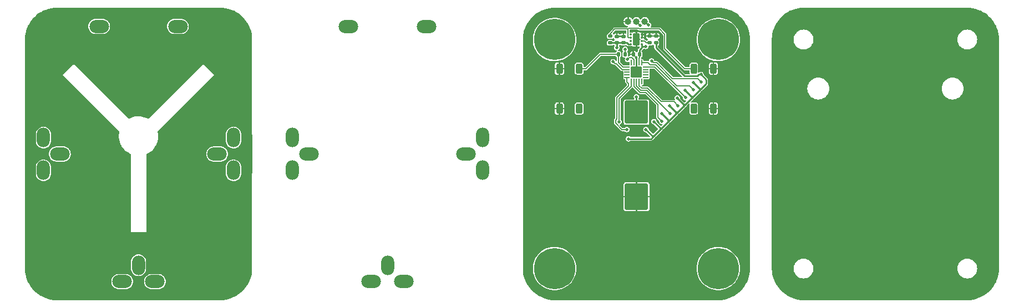
<source format=gbl>
%TF.GenerationSoftware,KiCad,Pcbnew,(6.0.4-0)*%
%TF.CreationDate,2022-05-06T03:23:39+03:00*%
%TF.ProjectId,Flux_Capacitor_Mini,466c7578-5f43-4617-9061-6369746f725f,4*%
%TF.SameCoordinates,PX55d4a80PY7270e00*%
%TF.FileFunction,Copper,L2,Bot*%
%TF.FilePolarity,Positive*%
%FSLAX46Y46*%
G04 Gerber Fmt 4.6, Leading zero omitted, Abs format (unit mm)*
G04 Created by KiCad (PCBNEW (6.0.4-0)) date 2022-05-06 03:23:39*
%MOMM*%
%LPD*%
G01*
G04 APERTURE LIST*
G04 Aperture macros list*
%AMRoundRect*
0 Rectangle with rounded corners*
0 $1 Rounding radius*
0 $2 $3 $4 $5 $6 $7 $8 $9 X,Y pos of 4 corners*
0 Add a 4 corners polygon primitive as box body*
4,1,4,$2,$3,$4,$5,$6,$7,$8,$9,$2,$3,0*
0 Add four circle primitives for the rounded corners*
1,1,$1+$1,$2,$3*
1,1,$1+$1,$4,$5*
1,1,$1+$1,$6,$7*
1,1,$1+$1,$8,$9*
0 Add four rect primitives between the rounded corners*
20,1,$1+$1,$2,$3,$4,$5,0*
20,1,$1+$1,$4,$5,$6,$7,0*
20,1,$1+$1,$6,$7,$8,$9,0*
20,1,$1+$1,$8,$9,$2,$3,0*%
G04 Aperture macros list end*
%TA.AperFunction,SMDPad,CuDef*%
%ADD10RoundRect,0.050000X-0.050000X0.350000X-0.050000X-0.350000X0.050000X-0.350000X0.050000X0.350000X0*%
%TD*%
%TA.AperFunction,SMDPad,CuDef*%
%ADD11RoundRect,0.050000X-0.350000X0.050000X-0.350000X-0.050000X0.350000X-0.050000X0.350000X0.050000X0*%
%TD*%
%TA.AperFunction,SMDPad,CuDef*%
%ADD12RoundRect,0.170000X-0.680000X0.680000X-0.680000X-0.680000X0.680000X-0.680000X0.680000X0.680000X0*%
%TD*%
%TA.AperFunction,SMDPad,CuDef*%
%ADD13RoundRect,1.000000X0.500000X0.000000X-0.500000X0.000000X-0.500000X0.000000X0.500000X0.000000X0*%
%TD*%
%TA.AperFunction,SMDPad,CuDef*%
%ADD14RoundRect,1.000000X0.000000X-0.500000X0.000000X0.500000X0.000000X0.500000X0.000000X-0.500000X0*%
%TD*%
%TA.AperFunction,SMDPad,CuDef*%
%ADD15RoundRect,1.000000X-0.500000X0.000000X0.500000X0.000000X0.500000X0.000000X-0.500000X0.000000X0*%
%TD*%
%TA.AperFunction,ComponentPad*%
%ADD16C,6.300000*%
%TD*%
%TA.AperFunction,SMDPad,CuDef*%
%ADD17RoundRect,0.177500X1.597500X1.597500X-1.597500X1.597500X-1.597500X-1.597500X1.597500X-1.597500X0*%
%TD*%
%TA.AperFunction,SMDPad,CuDef*%
%ADD18RoundRect,0.177500X1.597500X1.822500X-1.597500X1.822500X-1.597500X-1.822500X1.597500X-1.822500X0*%
%TD*%
%TA.AperFunction,SMDPad,CuDef*%
%ADD19RoundRect,0.140000X0.160000X-0.140000X0.160000X0.140000X-0.160000X0.140000X-0.160000X-0.140000X0*%
%TD*%
%TA.AperFunction,SMDPad,CuDef*%
%ADD20C,1.000000*%
%TD*%
%TA.AperFunction,SMDPad,CuDef*%
%ADD21O,1.000000X1.000000*%
%TD*%
%TA.AperFunction,SMDPad,CuDef*%
%ADD22RoundRect,1.000000X0.000000X0.500000X0.000000X-0.500000X0.000000X-0.500000X0.000000X0.500000X0*%
%TD*%
%TA.AperFunction,SMDPad,CuDef*%
%ADD23RoundRect,0.135000X0.185000X-0.135000X0.185000X0.135000X-0.185000X0.135000X-0.185000X-0.135000X0*%
%TD*%
%TA.AperFunction,SMDPad,CuDef*%
%ADD24RoundRect,0.135000X0.135000X0.185000X-0.135000X0.185000X-0.135000X-0.185000X0.135000X-0.185000X0*%
%TD*%
%TA.AperFunction,SMDPad,CuDef*%
%ADD25RoundRect,0.037500X-0.087500X-0.087500X0.087500X-0.087500X0.087500X0.087500X-0.087500X0.087500X0*%
%TD*%
%TA.AperFunction,SMDPad,CuDef*%
%ADD26RoundRect,0.104000X-0.416000X-0.796000X0.416000X-0.796000X0.416000X0.796000X-0.416000X0.796000X0*%
%TD*%
%TA.AperFunction,SMDPad,CuDef*%
%ADD27RoundRect,0.140000X0.140000X0.160000X-0.140000X0.160000X-0.140000X-0.160000X0.140000X-0.160000X0*%
%TD*%
%TA.AperFunction,SMDPad,CuDef*%
%ADD28RoundRect,0.200000X0.300000X-0.550000X0.300000X0.550000X-0.300000X0.550000X-0.300000X-0.550000X0*%
%TD*%
%TA.AperFunction,SMDPad,CuDef*%
%ADD29RoundRect,0.200000X-0.300000X0.550000X-0.300000X-0.550000X0.300000X-0.550000X0.300000X0.550000X0*%
%TD*%
%TA.AperFunction,ViaPad*%
%ADD30C,0.500000*%
%TD*%
%TA.AperFunction,Conductor*%
%ADD31C,0.250000*%
%TD*%
%TA.AperFunction,Conductor*%
%ADD32C,0.160000*%
%TD*%
%TA.AperFunction,Conductor*%
%ADD33C,0.200000*%
%TD*%
G04 APERTURE END LIST*
D10*
X92700000Y36450000D03*
X93100000Y36450000D03*
X93500000Y36450000D03*
X93900000Y36450000D03*
X94300000Y36450000D03*
D11*
X94950000Y35800000D03*
X94950000Y35400000D03*
X94950000Y35000000D03*
X94950000Y34600000D03*
X94950000Y34200000D03*
D10*
X94300000Y33550000D03*
X93900000Y33550000D03*
X93500000Y33550000D03*
X93100000Y33550000D03*
X92700000Y33550000D03*
D11*
X92050000Y34200000D03*
X92050000Y34600000D03*
X92050000Y35000000D03*
X92050000Y35400000D03*
X92050000Y35800000D03*
D12*
X93500000Y35000000D03*
D13*
X20000000Y3000000D03*
X15000000Y3000000D03*
D14*
X17500000Y5500000D03*
D15*
X11500000Y42000000D03*
D16*
X106000000Y5000000D03*
D14*
X55500000Y5500000D03*
D13*
X53000000Y3000000D03*
X58000000Y3000000D03*
D15*
X43500000Y22500000D03*
D14*
X41000000Y25000000D03*
X41000000Y20000000D03*
D17*
X93500000Y28900000D03*
D18*
X93500000Y16000000D03*
D15*
X23500000Y42000000D03*
D19*
X91500000Y39520000D03*
X91500000Y40480000D03*
D16*
X81000000Y40000000D03*
X106000000Y40000000D03*
X81000000Y5000000D03*
D20*
X94770000Y42750000D03*
D21*
X93500000Y42750000D03*
X92230000Y42750000D03*
D13*
X67500000Y22500000D03*
D22*
X70000000Y20000000D03*
X70000000Y25000000D03*
D23*
X89500000Y39490000D03*
X89500000Y40510000D03*
D24*
X91760000Y37750000D03*
X90740000Y37750000D03*
D14*
X3000000Y25000000D03*
X3000000Y20000000D03*
D15*
X5500000Y22500000D03*
D25*
X92650000Y39250000D03*
X92650000Y39750000D03*
X92650000Y40250000D03*
X92650000Y40750000D03*
X94350000Y40750000D03*
X94350000Y40250000D03*
X94350000Y39750000D03*
X94350000Y39250000D03*
D26*
X93500000Y40000000D03*
D23*
X96500000Y39490000D03*
X96500000Y40510000D03*
D19*
X90500000Y39520000D03*
X90500000Y40480000D03*
D22*
X32000000Y20000000D03*
X32000000Y25000000D03*
D13*
X29500000Y22500000D03*
D15*
X49500000Y42000000D03*
D27*
X93980000Y37750000D03*
X93020000Y37750000D03*
D28*
X102250000Y29450000D03*
X105250000Y29450000D03*
X105250000Y35550000D03*
X102250000Y35550000D03*
D23*
X95500000Y39490000D03*
X95500000Y40510000D03*
D29*
X84750000Y29450000D03*
X81750000Y29450000D03*
X81750000Y35550000D03*
X84750000Y35550000D03*
D15*
X61500000Y42000000D03*
D30*
X93500000Y31250000D03*
X90500000Y38750000D03*
X97352624Y28647377D03*
X96152623Y27447377D03*
X102152624Y33447377D03*
X99752624Y31047377D03*
X103352624Y34647377D03*
X94952624Y26247377D03*
X92273457Y24823457D03*
X98552623Y29847377D03*
X100952624Y32247377D03*
X92150000Y36950000D03*
X103400000Y33500000D03*
X95800000Y36700000D03*
X102200000Y32300000D03*
X101000000Y31100000D03*
X99800000Y29900000D03*
X98600000Y28700000D03*
X97400000Y27500000D03*
X90847377Y27447377D03*
X92047377Y26247377D03*
X94920000Y38950000D03*
X95325000Y42200000D03*
X91760000Y38490000D03*
X94060000Y42180000D03*
X89950000Y36600000D03*
X91000000Y16000000D03*
X104250000Y35550000D03*
X91000000Y33500000D03*
X96000000Y33500000D03*
X89500000Y35000000D03*
X82750000Y35550000D03*
X89500000Y33500000D03*
X94500000Y31250000D03*
X91000000Y17200000D03*
X99000000Y35000000D03*
X92620000Y38650000D03*
X96500000Y41050000D03*
X93500000Y41200000D03*
X88000000Y35000000D03*
X90500000Y41050000D03*
X96000000Y38000000D03*
X93500000Y35000000D03*
X92500000Y31250000D03*
X91000000Y14800000D03*
X91500000Y42100000D03*
X95500000Y41050000D03*
X96000000Y35000000D03*
X91500000Y41050000D03*
X97500000Y33500000D03*
X93500000Y38650000D03*
D31*
X92000000Y39500000D02*
X89510000Y39500000D01*
D32*
X89510000Y39500000D02*
X89500000Y39490000D01*
D31*
X93500000Y28900000D02*
X93500000Y31250000D01*
X92250000Y39250000D02*
X92000000Y39500000D01*
X90500000Y38750000D02*
X90500000Y39520000D01*
X92650000Y39250000D02*
X92250000Y39250000D01*
D32*
X92200000Y40350000D02*
X92200000Y40850000D01*
X89500000Y40900000D02*
X90200000Y41600000D01*
X92350000Y41750000D02*
X93797726Y41750000D01*
X97000000Y41600000D02*
X97825000Y40775000D01*
X97825000Y40775000D02*
X97825000Y38600000D01*
X93797726Y41750000D02*
X93947726Y41600000D01*
X92200000Y41600000D02*
X92350000Y41750000D01*
X89500000Y40510000D02*
X89500000Y40900000D01*
X92650000Y40250000D02*
X92300000Y40250000D01*
X92200000Y41100000D02*
X92200000Y41600000D01*
X93947726Y41600000D02*
X97000000Y41600000D01*
X92200000Y40850000D02*
X92200000Y40975000D01*
X92200000Y40850000D02*
X92200000Y41100000D01*
X100875000Y35550000D02*
X102250000Y35550000D01*
X90200000Y41600000D02*
X92200000Y41600000D01*
X92300000Y40250000D02*
X92200000Y40350000D01*
X97825000Y38600000D02*
X100875000Y35550000D01*
D31*
X98300000Y27700000D02*
X98600000Y27700000D01*
X101900000Y31300000D02*
X102200000Y31300000D01*
X100952624Y32247376D02*
X102050000Y31150000D01*
X103100000Y32500000D02*
X103400000Y32500000D01*
X92273457Y24823457D02*
X95723457Y24823457D01*
X97100000Y26500000D02*
X97400000Y26500000D01*
X103250000Y32350000D02*
X104150000Y33250000D01*
X97352624Y28647376D02*
X98450000Y27550000D01*
X100850000Y29950000D02*
X102050000Y31150000D01*
X95723457Y24823457D02*
X96025000Y25125000D01*
X95900000Y25300000D02*
X96200000Y25300000D01*
X98450000Y27550000D02*
X99650000Y28750000D01*
X103100000Y32500000D02*
X103100000Y32200000D01*
X98552623Y29847377D02*
X99650000Y28750000D01*
X102925000Y32675000D02*
X103100000Y32500000D01*
X96500000Y38750000D02*
X96500000Y39490000D01*
X96200000Y25300000D02*
X97250000Y26350000D01*
X98300000Y27700000D02*
X98300000Y27400000D01*
X95900000Y25300000D02*
X95900000Y25000000D01*
X104150000Y33850001D02*
X103352624Y34647377D01*
X99650000Y28750000D02*
X100850000Y29950000D01*
D32*
X96025000Y25175001D02*
X96025000Y25125000D01*
D31*
X102750000Y34400000D02*
X100850000Y34400000D01*
X99500000Y28900000D02*
X99500000Y28600000D01*
X102152624Y33447376D02*
X102925000Y32675000D01*
X100850000Y34400000D02*
X96500000Y38750000D01*
X101900000Y31300000D02*
X101900000Y31000000D01*
X99752624Y31047376D02*
X100850000Y29950000D01*
D32*
X99752624Y31047377D02*
X99752624Y31047376D01*
D31*
X97100000Y26500000D02*
X97100000Y26200000D01*
X104150000Y33250000D02*
X104150000Y33850001D01*
X100700000Y30100000D02*
X100700000Y29800000D01*
X96025000Y25125000D02*
X96200000Y25300000D01*
X102997377Y34647377D02*
X102750000Y34400000D01*
X96152623Y27447377D02*
X97250000Y26350000D01*
D32*
X102152624Y33447377D02*
X102152624Y33447376D01*
X100952624Y32247377D02*
X100952624Y32247376D01*
D31*
X103352624Y34647377D02*
X102997377Y34647377D01*
X102925000Y32675000D02*
X103250000Y32350000D01*
X103100000Y32200000D02*
X103250000Y32350000D01*
D32*
X97352624Y28647377D02*
X97352624Y28647376D01*
D31*
X100700000Y30100000D02*
X101000000Y30100000D01*
X99500000Y28900000D02*
X99800000Y28900000D01*
X102050000Y31150000D02*
X103100000Y32200000D01*
X97250000Y26350000D02*
X98450000Y27550000D01*
X94952624Y26247377D02*
X96025000Y25175001D01*
D32*
X99003740Y34000000D02*
X96564700Y36439040D01*
X102900000Y34000000D02*
X99003740Y34000000D01*
X92150000Y36950000D02*
X92400000Y37200000D01*
X103400000Y33500000D02*
X102900000Y34000000D01*
X96060960Y36439040D02*
X95800000Y36700000D01*
X92829722Y37200000D02*
X93100000Y36929722D01*
X96564700Y36439040D02*
X96060960Y36439040D01*
X93100000Y36929722D02*
X93100000Y36450000D01*
X92400000Y37200000D02*
X92829722Y37200000D01*
X101600000Y32900000D02*
X102200000Y32300000D01*
X96432350Y36119520D02*
X99651870Y32900000D01*
X94300000Y36450000D02*
X95250000Y36450000D01*
X99651870Y32900000D02*
X101600000Y32900000D01*
X95250000Y36450000D02*
X95580480Y36119520D01*
X95580480Y36119520D02*
X96432350Y36119520D01*
X96300000Y35800000D02*
X94950000Y35800000D01*
X101000000Y31100000D02*
X96300000Y35800000D01*
X93900000Y33550000D02*
X93900000Y32950000D01*
X99200000Y30500000D02*
X99800000Y29900000D01*
X95201870Y32550000D02*
X97251870Y30500000D01*
X97251870Y30500000D02*
X99200000Y30500000D01*
X94300000Y32550000D02*
X95201870Y32550000D01*
X93900000Y32950000D02*
X94300000Y32550000D01*
X98600000Y28700000D02*
X95069520Y32230480D01*
X93500000Y32898130D02*
X93500000Y33550000D01*
X94167650Y32230480D02*
X93500000Y32898130D01*
X95069520Y32230480D02*
X94167650Y32230480D01*
X94035300Y31910960D02*
X94937170Y31910960D01*
X93100000Y32846260D02*
X94035300Y31910960D01*
X93100000Y33550000D02*
X93100000Y32846260D01*
X96775000Y30073130D02*
X96775000Y28125000D01*
X94937170Y31910960D02*
X96775000Y30073130D01*
X96775000Y28125000D02*
X97400000Y27500000D01*
X90847377Y30997377D02*
X90847377Y27447377D01*
X92700000Y32850000D02*
X90847377Y30997377D01*
X92700000Y33550000D02*
X92700000Y32850000D01*
X91302623Y26247377D02*
X90300000Y27250000D01*
X90300000Y27700000D02*
X90527857Y27927857D01*
X92300000Y33250000D02*
X92050000Y33500000D01*
X90527857Y27927857D02*
X90527857Y31129726D01*
X92047377Y26247377D02*
X91302623Y26247377D01*
X90527857Y31129726D02*
X92300000Y32901869D01*
X92300000Y32901869D02*
X92300000Y33250000D01*
X90300000Y27250000D02*
X90300000Y27700000D01*
X92050000Y33500000D02*
X92050000Y34200000D01*
D31*
X94350000Y39250000D02*
X94350000Y38950000D01*
D33*
X93980000Y37230000D02*
X93980000Y37750000D01*
X93900000Y37150000D02*
X93980000Y37230000D01*
X93900000Y36450000D02*
X93900000Y37150000D01*
D31*
X94350000Y38750000D02*
X93980000Y38380000D01*
X93980000Y38380000D02*
X93980000Y37750000D01*
D33*
X95325000Y42200000D02*
X95320000Y42200000D01*
X95320000Y42200000D02*
X94770000Y42750000D01*
D31*
X94350000Y38950000D02*
X94350000Y38750000D01*
D32*
X91760000Y37750000D02*
X91760000Y38490000D01*
D31*
X94920000Y38950000D02*
X94350000Y38950000D01*
D32*
X90420480Y36327650D02*
X91348130Y35400000D01*
X93500000Y42750000D02*
X93500000Y42740000D01*
X93500000Y42740000D02*
X94060000Y42180000D01*
X90222350Y36327650D02*
X90420480Y36327650D01*
X89950000Y36600000D02*
X90222350Y36327650D01*
X91348130Y35400000D02*
X92050000Y35400000D01*
X93500000Y37270000D02*
X93020000Y37750000D01*
X93500000Y36450000D02*
X93500000Y37270000D01*
X85800000Y35550000D02*
X88000000Y37750000D01*
X91400000Y35800000D02*
X90740000Y36460000D01*
X90740000Y36460000D02*
X90740000Y37750000D01*
X88000000Y37750000D02*
X90740000Y37750000D01*
X92050000Y35800000D02*
X91400000Y35800000D01*
X84750000Y35550000D02*
X85800000Y35550000D01*
X94700000Y39750000D02*
X94350000Y39750000D01*
X94960000Y39490000D02*
X94700000Y39750000D01*
X95500000Y39490000D02*
X94960000Y39490000D01*
%TA.AperFunction,Conductor*%
G36*
X105990498Y44837491D02*
G01*
X105999713Y44835372D01*
X106008390Y44837336D01*
X106013848Y44837326D01*
X106025616Y44838382D01*
X106223325Y44829749D01*
X106418347Y44821234D01*
X106425212Y44820633D01*
X106836952Y44766427D01*
X106843740Y44765230D01*
X107249180Y44675346D01*
X107255837Y44673563D01*
X107651916Y44548679D01*
X107658392Y44546322D01*
X108042079Y44387395D01*
X108048325Y44384482D01*
X108416688Y44192724D01*
X108422657Y44189278D01*
X108772917Y43966137D01*
X108778562Y43962184D01*
X109108031Y43709374D01*
X109113311Y43704944D01*
X109419500Y43424373D01*
X109424373Y43419500D01*
X109704944Y43113311D01*
X109709374Y43108031D01*
X109962184Y42778562D01*
X109966137Y42772917D01*
X110189278Y42422657D01*
X110192724Y42416688D01*
X110379038Y42058782D01*
X110384482Y42048325D01*
X110387395Y42042079D01*
X110546322Y41658392D01*
X110548679Y41651916D01*
X110673563Y41255837D01*
X110675346Y41249180D01*
X110708962Y41097547D01*
X110754809Y40890748D01*
X110765230Y40843740D01*
X110766427Y40836952D01*
X110820633Y40425212D01*
X110821234Y40418347D01*
X110825898Y40311538D01*
X110837990Y40034606D01*
X110838364Y40026033D01*
X110837377Y40015255D01*
X110837366Y40008958D01*
X110835372Y40000287D01*
X110837336Y39991609D01*
X110837552Y39990653D01*
X110839500Y39973218D01*
X110839500Y25527206D01*
X110837491Y25509502D01*
X110835372Y25500287D01*
X110835437Y25500000D01*
X110835321Y25500000D01*
X110839500Y25462912D01*
X110839503Y25462884D01*
X110840000Y25454039D01*
X110840000Y19545969D01*
X110839871Y19541462D01*
X110839869Y19541427D01*
X110838073Y19537250D01*
X110839500Y19537089D01*
X110835321Y19500000D01*
X110835437Y19500000D01*
X110838129Y19488105D01*
X110837982Y19486804D01*
X110839500Y19473218D01*
X110839500Y5027206D01*
X110837491Y5009502D01*
X110835372Y5000287D01*
X110837336Y4991610D01*
X110837326Y4986152D01*
X110838382Y4974384D01*
X110829749Y4776675D01*
X110821234Y4581653D01*
X110820633Y4574788D01*
X110766427Y4163048D01*
X110765230Y4156260D01*
X110675346Y3750820D01*
X110673563Y3744163D01*
X110548679Y3348084D01*
X110546322Y3341608D01*
X110387395Y2957921D01*
X110384482Y2951675D01*
X110192724Y2583312D01*
X110189278Y2577343D01*
X109966137Y2227083D01*
X109962184Y2221438D01*
X109709374Y1891969D01*
X109704944Y1886689D01*
X109424373Y1580500D01*
X109419500Y1575627D01*
X109113311Y1295056D01*
X109108031Y1290626D01*
X108778562Y1037816D01*
X108772917Y1033863D01*
X108422657Y810722D01*
X108416688Y807276D01*
X108048325Y615518D01*
X108042079Y612605D01*
X107658392Y453678D01*
X107651916Y451321D01*
X107255837Y326437D01*
X107249180Y324654D01*
X106843740Y234770D01*
X106836952Y233573D01*
X106425212Y179367D01*
X106418347Y178766D01*
X106242142Y171072D01*
X106026030Y161636D01*
X106015255Y162623D01*
X106008958Y162634D01*
X106000287Y164628D01*
X105990653Y162448D01*
X105973218Y160500D01*
X81027206Y160500D01*
X81009502Y162509D01*
X81000287Y164628D01*
X80991610Y162664D01*
X80986152Y162674D01*
X80974384Y161618D01*
X80776675Y170251D01*
X80581653Y178766D01*
X80574788Y179367D01*
X80163048Y233573D01*
X80156260Y234770D01*
X79750820Y324654D01*
X79744163Y326437D01*
X79348084Y451321D01*
X79341608Y453678D01*
X78957921Y612605D01*
X78951675Y615518D01*
X78583312Y807276D01*
X78577343Y810722D01*
X78227083Y1033863D01*
X78221438Y1037816D01*
X77891969Y1290626D01*
X77886689Y1295056D01*
X77580500Y1575627D01*
X77575627Y1580500D01*
X77295056Y1886689D01*
X77290626Y1891969D01*
X77037816Y2221438D01*
X77033863Y2227083D01*
X76810722Y2577343D01*
X76807276Y2583312D01*
X76615518Y2951675D01*
X76612605Y2957921D01*
X76453678Y3341608D01*
X76451321Y3348084D01*
X76326437Y3744163D01*
X76324654Y3750820D01*
X76234770Y4156260D01*
X76233573Y4163048D01*
X76179367Y4574788D01*
X76178766Y4581653D01*
X76161646Y4973758D01*
X76163202Y4990621D01*
X76163106Y4990632D01*
X76163594Y4994866D01*
X76163610Y4995038D01*
X76163618Y4995072D01*
X76163618Y4995073D01*
X76164627Y4999425D01*
X76164628Y5000000D01*
X76163635Y5004355D01*
X76163634Y5004360D01*
X76162478Y5009427D01*
X76162236Y5011573D01*
X77684658Y5011573D01*
X77684766Y5009440D01*
X77684766Y5009431D01*
X77702692Y4655576D01*
X77702800Y4653450D01*
X77759512Y4299382D01*
X77760073Y4297330D01*
X77760074Y4297327D01*
X77796809Y4163048D01*
X77854133Y3953509D01*
X77985553Y3619878D01*
X78152237Y3302393D01*
X78352234Y3004765D01*
X78353599Y3003144D01*
X78353605Y3003136D01*
X78419168Y2925278D01*
X78583205Y2730479D01*
X78842448Y2482741D01*
X79126930Y2264450D01*
X79128756Y2263340D01*
X79128760Y2263337D01*
X79193167Y2224177D01*
X79433323Y2078160D01*
X79619932Y1990746D01*
X79756107Y1926957D01*
X79756113Y1926955D01*
X79758044Y1926050D01*
X80097292Y1809899D01*
X80368236Y1748839D01*
X80445006Y1731538D01*
X80445008Y1731538D01*
X80447101Y1731066D01*
X80803378Y1690474D01*
X80994260Y1689474D01*
X81159819Y1688607D01*
X81159822Y1688607D01*
X81161955Y1688596D01*
X81164073Y1688815D01*
X81164076Y1688815D01*
X81302146Y1703084D01*
X81518637Y1725456D01*
X81544806Y1731066D01*
X81625573Y1748381D01*
X81869252Y1800621D01*
X81871279Y1801291D01*
X81871285Y1801293D01*
X82034008Y1855109D01*
X82209699Y1913213D01*
X82211631Y1914094D01*
X82211640Y1914097D01*
X82534053Y2061029D01*
X82534059Y2061032D01*
X82535994Y2061914D01*
X82537827Y2063003D01*
X82537832Y2063005D01*
X82842480Y2243893D01*
X82844321Y2244986D01*
X83131074Y2460285D01*
X83155071Y2482741D01*
X83391335Y2703834D01*
X83391337Y2703836D01*
X83392896Y2705295D01*
X83626727Y2977148D01*
X83646924Y3006534D01*
X83828621Y3270905D01*
X83829830Y3272664D01*
X83845838Y3302393D01*
X83998819Y3586512D01*
X83998820Y3586514D01*
X83999829Y3588388D01*
X84134736Y3920624D01*
X84203793Y4163048D01*
X84232389Y4263437D01*
X84232973Y4265487D01*
X84233332Y4267587D01*
X84293030Y4616835D01*
X84293030Y4616838D01*
X84293390Y4618942D01*
X84295373Y4651349D01*
X84315212Y4975724D01*
X84315212Y4975730D01*
X84315281Y4976855D01*
X84315362Y5000000D01*
X84314852Y5009427D01*
X84314736Y5011573D01*
X102684658Y5011573D01*
X102684766Y5009440D01*
X102684766Y5009431D01*
X102702692Y4655576D01*
X102702800Y4653450D01*
X102759512Y4299382D01*
X102760073Y4297330D01*
X102760074Y4297327D01*
X102796809Y4163048D01*
X102854133Y3953509D01*
X102985553Y3619878D01*
X103152237Y3302393D01*
X103352234Y3004765D01*
X103353599Y3003144D01*
X103353605Y3003136D01*
X103419168Y2925278D01*
X103583205Y2730479D01*
X103842448Y2482741D01*
X104126930Y2264450D01*
X104128756Y2263340D01*
X104128760Y2263337D01*
X104193167Y2224177D01*
X104433323Y2078160D01*
X104619932Y1990746D01*
X104756107Y1926957D01*
X104756113Y1926955D01*
X104758044Y1926050D01*
X105097292Y1809899D01*
X105368236Y1748839D01*
X105445006Y1731538D01*
X105445008Y1731538D01*
X105447101Y1731066D01*
X105803378Y1690474D01*
X105994260Y1689474D01*
X106159819Y1688607D01*
X106159822Y1688607D01*
X106161955Y1688596D01*
X106164073Y1688815D01*
X106164076Y1688815D01*
X106302146Y1703084D01*
X106518637Y1725456D01*
X106544806Y1731066D01*
X106625573Y1748381D01*
X106869252Y1800621D01*
X106871279Y1801291D01*
X106871285Y1801293D01*
X107034008Y1855109D01*
X107209699Y1913213D01*
X107211631Y1914094D01*
X107211640Y1914097D01*
X107534053Y2061029D01*
X107534059Y2061032D01*
X107535994Y2061914D01*
X107537827Y2063003D01*
X107537832Y2063005D01*
X107842480Y2243893D01*
X107844321Y2244986D01*
X108131074Y2460285D01*
X108155071Y2482741D01*
X108391335Y2703834D01*
X108391337Y2703836D01*
X108392896Y2705295D01*
X108626727Y2977148D01*
X108646924Y3006534D01*
X108828621Y3270905D01*
X108829830Y3272664D01*
X108845838Y3302393D01*
X108998819Y3586512D01*
X108998820Y3586514D01*
X108999829Y3588388D01*
X109134736Y3920624D01*
X109203793Y4163048D01*
X109232389Y4263437D01*
X109232973Y4265487D01*
X109233332Y4267587D01*
X109293030Y4616835D01*
X109293030Y4616838D01*
X109293390Y4618942D01*
X109295373Y4651349D01*
X109315212Y4975724D01*
X109315212Y4975730D01*
X109315281Y4976855D01*
X109315362Y5000000D01*
X109314852Y5009427D01*
X109296086Y5355915D01*
X109295970Y5358057D01*
X109294087Y5369560D01*
X109238367Y5709817D01*
X109238022Y5711925D01*
X109234889Y5723224D01*
X109142768Y6055401D01*
X109142766Y6055406D01*
X109142195Y6057466D01*
X109009611Y6390635D01*
X108841820Y6707538D01*
X108640785Y7004465D01*
X108639397Y7006102D01*
X108410240Y7276315D01*
X108410235Y7276320D01*
X108408858Y7277944D01*
X108148752Y7524775D01*
X107863510Y7742072D01*
X107854892Y7747271D01*
X107558308Y7926181D01*
X107558309Y7926181D01*
X107556468Y7927291D01*
X107554523Y7928194D01*
X107554517Y7928197D01*
X107233156Y8077368D01*
X107233154Y8077369D01*
X107231219Y8078267D01*
X107229207Y8078948D01*
X107229202Y8078950D01*
X107056675Y8137347D01*
X106891567Y8193233D01*
X106889486Y8193694D01*
X106889480Y8193696D01*
X106743095Y8226148D01*
X106541485Y8270844D01*
X106539358Y8271079D01*
X106539351Y8271080D01*
X106333438Y8293813D01*
X106185068Y8310193D01*
X106182934Y8310197D01*
X106182929Y8310197D01*
X106006343Y8310505D01*
X105826487Y8310818D01*
X105469936Y8272714D01*
X105467853Y8272260D01*
X105467848Y8272259D01*
X105168433Y8206976D01*
X105119585Y8196325D01*
X105117565Y8195649D01*
X105117561Y8195648D01*
X104948089Y8138943D01*
X104779534Y8082546D01*
X104453759Y7932706D01*
X104451937Y7931616D01*
X104451934Y7931614D01*
X104147909Y7749659D01*
X104146073Y7748560D01*
X104144374Y7747275D01*
X104144368Y7747271D01*
X103861773Y7533545D01*
X103860074Y7532260D01*
X103599108Y7286338D01*
X103597721Y7284714D01*
X103597720Y7284713D01*
X103569852Y7252083D01*
X103366228Y7013671D01*
X103164158Y6717447D01*
X102995262Y6401133D01*
X102994465Y6399151D01*
X102994462Y6399144D01*
X102869587Y6088506D01*
X102861515Y6068427D01*
X102860937Y6066372D01*
X102860935Y6066365D01*
X102798110Y5842854D01*
X102764483Y5723224D01*
X102705300Y5369560D01*
X102684658Y5011573D01*
X84314736Y5011573D01*
X84296086Y5355915D01*
X84295970Y5358057D01*
X84294087Y5369560D01*
X84238367Y5709817D01*
X84238022Y5711925D01*
X84234889Y5723224D01*
X84142768Y6055401D01*
X84142766Y6055406D01*
X84142195Y6057466D01*
X84009611Y6390635D01*
X83841820Y6707538D01*
X83640785Y7004465D01*
X83639397Y7006102D01*
X83410240Y7276315D01*
X83410235Y7276320D01*
X83408858Y7277944D01*
X83148752Y7524775D01*
X82863510Y7742072D01*
X82854892Y7747271D01*
X82558308Y7926181D01*
X82558309Y7926181D01*
X82556468Y7927291D01*
X82554523Y7928194D01*
X82554517Y7928197D01*
X82233156Y8077368D01*
X82233154Y8077369D01*
X82231219Y8078267D01*
X82229207Y8078948D01*
X82229202Y8078950D01*
X82056675Y8137347D01*
X81891567Y8193233D01*
X81889486Y8193694D01*
X81889480Y8193696D01*
X81743095Y8226148D01*
X81541485Y8270844D01*
X81539358Y8271079D01*
X81539351Y8271080D01*
X81333438Y8293813D01*
X81185068Y8310193D01*
X81182934Y8310197D01*
X81182929Y8310197D01*
X81006343Y8310505D01*
X80826487Y8310818D01*
X80469936Y8272714D01*
X80467853Y8272260D01*
X80467848Y8272259D01*
X80168433Y8206976D01*
X80119585Y8196325D01*
X80117565Y8195649D01*
X80117561Y8195648D01*
X79948089Y8138943D01*
X79779534Y8082546D01*
X79453759Y7932706D01*
X79451937Y7931616D01*
X79451934Y7931614D01*
X79147909Y7749659D01*
X79146073Y7748560D01*
X79144374Y7747275D01*
X79144368Y7747271D01*
X78861773Y7533545D01*
X78860074Y7532260D01*
X78599108Y7286338D01*
X78597721Y7284714D01*
X78597720Y7284713D01*
X78569852Y7252083D01*
X78366228Y7013671D01*
X78164158Y6717447D01*
X77995262Y6401133D01*
X77994465Y6399151D01*
X77994462Y6399144D01*
X77869587Y6088506D01*
X77861515Y6068427D01*
X77860937Y6066372D01*
X77860935Y6066365D01*
X77798110Y5842854D01*
X77764483Y5723224D01*
X77705300Y5369560D01*
X77684658Y5011573D01*
X76162236Y5011573D01*
X76160500Y5026995D01*
X76160500Y14144604D01*
X91525001Y14144604D01*
X91525421Y14138867D01*
X91535028Y14073596D01*
X91538628Y14062009D01*
X91588432Y13960572D01*
X91595931Y13950097D01*
X91675632Y13870535D01*
X91686121Y13863054D01*
X91787653Y13813424D01*
X91799225Y13809846D01*
X91863893Y13800412D01*
X91869579Y13800000D01*
X93386070Y13800000D01*
X93396741Y13803884D01*
X93400000Y13809528D01*
X93400000Y13813931D01*
X93600000Y13813931D01*
X93603884Y13803260D01*
X93609528Y13800001D01*
X95130396Y13800001D01*
X95136133Y13800421D01*
X95201404Y13810028D01*
X95212991Y13813628D01*
X95314428Y13863432D01*
X95324903Y13870931D01*
X95404465Y13950632D01*
X95411946Y13961121D01*
X95461576Y14062653D01*
X95465154Y14074225D01*
X95474588Y14138893D01*
X95475000Y14144579D01*
X95475000Y15886070D01*
X95471116Y15896741D01*
X95465472Y15900000D01*
X93613930Y15900000D01*
X93603259Y15896116D01*
X93600000Y15890472D01*
X93600000Y13813931D01*
X93400000Y13813931D01*
X93400000Y15886070D01*
X93396116Y15896741D01*
X93390472Y15900000D01*
X91538931Y15900000D01*
X91528260Y15896116D01*
X91525001Y15890472D01*
X91525001Y14144604D01*
X76160500Y14144604D01*
X76160500Y16113930D01*
X91525000Y16113930D01*
X91528884Y16103259D01*
X91534528Y16100000D01*
X93386070Y16100000D01*
X93396741Y16103884D01*
X93400000Y16109528D01*
X93400000Y16113930D01*
X93600000Y16113930D01*
X93603884Y16103259D01*
X93609528Y16100000D01*
X95461069Y16100000D01*
X95471740Y16103884D01*
X95474999Y16109528D01*
X95474999Y17855396D01*
X95474579Y17861133D01*
X95464972Y17926404D01*
X95461372Y17937991D01*
X95411568Y18039428D01*
X95404069Y18049903D01*
X95324368Y18129465D01*
X95313879Y18136946D01*
X95212347Y18186576D01*
X95200775Y18190154D01*
X95136107Y18199588D01*
X95130421Y18200000D01*
X93613930Y18200000D01*
X93603259Y18196116D01*
X93600000Y18190472D01*
X93600000Y16113930D01*
X93400000Y16113930D01*
X93400000Y18186069D01*
X93396116Y18196740D01*
X93390472Y18199999D01*
X91869604Y18199999D01*
X91863867Y18199579D01*
X91798596Y18189972D01*
X91787009Y18186372D01*
X91685572Y18136568D01*
X91675097Y18129069D01*
X91595535Y18049368D01*
X91588054Y18038879D01*
X91538424Y17937347D01*
X91534846Y17925775D01*
X91525412Y17861107D01*
X91525000Y17855421D01*
X91525000Y16113930D01*
X76160500Y16113930D01*
X76160500Y19472583D01*
X76162540Y19490421D01*
X76163890Y19496247D01*
X76164627Y19499425D01*
X76164628Y19500000D01*
X76164679Y19500000D01*
X76160497Y19537116D01*
X76160000Y19545961D01*
X76160000Y25454031D01*
X76160122Y25458413D01*
X76160124Y25458449D01*
X76161964Y25462747D01*
X76160500Y25462912D01*
X76163118Y25486144D01*
X76163118Y25486145D01*
X76164602Y25499318D01*
X76164627Y25499425D01*
X76164627Y25499540D01*
X76164679Y25500000D01*
X76164628Y25500000D01*
X76161856Y25512153D01*
X76162014Y25513550D01*
X76160500Y25526995D01*
X76160500Y28871626D01*
X81050001Y28871626D01*
X81050486Y28865455D01*
X81063862Y28780995D01*
X81067660Y28769308D01*
X81119536Y28667496D01*
X81126757Y28657557D01*
X81207557Y28576757D01*
X81217496Y28569536D01*
X81319311Y28517659D01*
X81330994Y28513862D01*
X81415453Y28500486D01*
X81421621Y28500000D01*
X81636070Y28500000D01*
X81646741Y28503884D01*
X81650000Y28509528D01*
X81650000Y28513931D01*
X81850000Y28513931D01*
X81853884Y28503260D01*
X81859528Y28500001D01*
X82078374Y28500001D01*
X82084545Y28500486D01*
X82169005Y28513862D01*
X82180692Y28517660D01*
X82282504Y28569536D01*
X82292443Y28576757D01*
X82373243Y28657557D01*
X82380464Y28667496D01*
X82432341Y28769311D01*
X82436138Y28780994D01*
X82449514Y28865453D01*
X82449544Y28865828D01*
X84089500Y28865828D01*
X84099930Y28794974D01*
X84152824Y28687243D01*
X84237762Y28602453D01*
X84345585Y28549747D01*
X84371775Y28545926D01*
X84413001Y28539912D01*
X84413006Y28539912D01*
X84415828Y28539500D01*
X85084172Y28539500D01*
X85155026Y28549930D01*
X85262757Y28602824D01*
X85347547Y28687762D01*
X85400253Y28795585D01*
X85408116Y28849483D01*
X85410088Y28863001D01*
X85410088Y28863006D01*
X85410500Y28865828D01*
X85410500Y30034172D01*
X85400070Y30105026D01*
X85347176Y30212757D01*
X85262238Y30297547D01*
X85154415Y30350253D01*
X85128225Y30354074D01*
X85086999Y30360088D01*
X85086994Y30360088D01*
X85084172Y30360500D01*
X84415828Y30360500D01*
X84344974Y30350070D01*
X84237243Y30297176D01*
X84152453Y30212238D01*
X84099747Y30104415D01*
X84098862Y30098347D01*
X84089916Y30037022D01*
X84089500Y30034172D01*
X84089500Y28865828D01*
X82449544Y28865828D01*
X82450000Y28871621D01*
X82450000Y29336070D01*
X82446116Y29346741D01*
X82440472Y29350000D01*
X81863930Y29350000D01*
X81853259Y29346116D01*
X81850000Y29340472D01*
X81850000Y28513931D01*
X81650000Y28513931D01*
X81650000Y29336070D01*
X81646116Y29346741D01*
X81640472Y29350000D01*
X81063931Y29350000D01*
X81053260Y29346116D01*
X81050001Y29340472D01*
X81050001Y28871626D01*
X76160500Y28871626D01*
X76160500Y29563930D01*
X81050000Y29563930D01*
X81053884Y29553259D01*
X81059528Y29550000D01*
X81636070Y29550000D01*
X81646741Y29553884D01*
X81650000Y29559528D01*
X81650000Y29563930D01*
X81850000Y29563930D01*
X81853884Y29553259D01*
X81859528Y29550000D01*
X82436069Y29550000D01*
X82446740Y29553884D01*
X82449999Y29559528D01*
X82449999Y30028374D01*
X82449514Y30034545D01*
X82436138Y30119005D01*
X82432340Y30130692D01*
X82380464Y30232504D01*
X82373243Y30242443D01*
X82292443Y30323243D01*
X82282504Y30330464D01*
X82180689Y30382341D01*
X82169006Y30386138D01*
X82084547Y30399514D01*
X82078379Y30400000D01*
X81863930Y30400000D01*
X81853259Y30396116D01*
X81850000Y30390472D01*
X81850000Y29563930D01*
X81650000Y29563930D01*
X81650000Y30386069D01*
X81646116Y30396740D01*
X81640472Y30399999D01*
X81421626Y30399999D01*
X81415455Y30399514D01*
X81330995Y30386138D01*
X81319308Y30382340D01*
X81217496Y30330464D01*
X81207557Y30323243D01*
X81126757Y30242443D01*
X81119536Y30232504D01*
X81067659Y30130689D01*
X81063862Y30119006D01*
X81050486Y30034547D01*
X81050000Y30028379D01*
X81050000Y29563930D01*
X76160500Y29563930D01*
X76160500Y34971626D01*
X81050001Y34971626D01*
X81050486Y34965455D01*
X81063862Y34880995D01*
X81067660Y34869308D01*
X81119536Y34767496D01*
X81126757Y34757557D01*
X81207557Y34676757D01*
X81217496Y34669536D01*
X81319311Y34617659D01*
X81330994Y34613862D01*
X81415453Y34600486D01*
X81421621Y34600000D01*
X81636070Y34600000D01*
X81646741Y34603884D01*
X81650000Y34609528D01*
X81650000Y34613931D01*
X81850000Y34613931D01*
X81853884Y34603260D01*
X81859528Y34600001D01*
X82078374Y34600001D01*
X82084545Y34600486D01*
X82169005Y34613862D01*
X82180692Y34617660D01*
X82282504Y34669536D01*
X82292443Y34676757D01*
X82373243Y34757557D01*
X82380464Y34767496D01*
X82432341Y34869311D01*
X82436138Y34880994D01*
X82449514Y34965453D01*
X82449544Y34965828D01*
X84089500Y34965828D01*
X84099930Y34894974D01*
X84152824Y34787243D01*
X84237762Y34702453D01*
X84345585Y34649747D01*
X84371775Y34645926D01*
X84413001Y34639912D01*
X84413006Y34639912D01*
X84415828Y34639500D01*
X85084172Y34639500D01*
X85155026Y34649930D01*
X85262757Y34702824D01*
X85347547Y34787762D01*
X85400253Y34895585D01*
X85404074Y34921775D01*
X85410088Y34963001D01*
X85410088Y34963006D01*
X85410500Y34965828D01*
X85410500Y35230500D01*
X85428982Y35281280D01*
X85475782Y35308300D01*
X85489500Y35309500D01*
X85791625Y35309500D01*
X85795760Y35309392D01*
X85830172Y35307588D01*
X85830174Y35307588D01*
X85838462Y35307154D01*
X85862718Y35316465D01*
X85874587Y35319981D01*
X85900006Y35325384D01*
X85907330Y35330706D01*
X85925463Y35340551D01*
X85926162Y35340819D01*
X85926163Y35340820D01*
X85933912Y35343794D01*
X85952276Y35362158D01*
X85961696Y35370205D01*
X85982719Y35385479D01*
X85987251Y35393329D01*
X85999804Y35409686D01*
X88076480Y37486361D01*
X88125456Y37509199D01*
X88132341Y37509500D01*
X90254920Y37509500D01*
X90305700Y37491018D01*
X90327118Y37462569D01*
X90328703Y37459001D01*
X90352154Y37406206D01*
X90357252Y37394728D01*
X90362415Y37389574D01*
X90429691Y37322415D01*
X90435160Y37316955D01*
X90452444Y37309314D01*
X90491414Y37271876D01*
X90499500Y37237060D01*
X90499500Y36776838D01*
X90481018Y36726058D01*
X90434218Y36699038D01*
X90381000Y36708422D01*
X90350111Y36740973D01*
X90297259Y36844700D01*
X90297257Y36844703D01*
X90294433Y36850245D01*
X90200245Y36944433D01*
X90189320Y36950000D01*
X90103033Y36993965D01*
X90081562Y37004905D01*
X90075423Y37005877D01*
X90075421Y37005878D01*
X89956143Y37024769D01*
X89950000Y37025742D01*
X89943857Y37024769D01*
X89824579Y37005878D01*
X89824577Y37005877D01*
X89818438Y37004905D01*
X89796967Y36993965D01*
X89710681Y36950000D01*
X89699755Y36944433D01*
X89605567Y36850245D01*
X89602745Y36844706D01*
X89602744Y36844705D01*
X89588554Y36816855D01*
X89545095Y36731562D01*
X89544123Y36725423D01*
X89544122Y36725421D01*
X89530269Y36637955D01*
X89524258Y36600000D01*
X89525231Y36593857D01*
X89542303Y36486069D01*
X89545095Y36468438D01*
X89605567Y36349755D01*
X89699755Y36255567D01*
X89818438Y36195095D01*
X89824577Y36194123D01*
X89824579Y36194122D01*
X89943857Y36175231D01*
X89950000Y36174258D01*
X89983639Y36179586D01*
X90036683Y36169274D01*
X90054702Y36154419D01*
X90072269Y36134909D01*
X90072272Y36134907D01*
X90077829Y36128735D01*
X90085415Y36125358D01*
X90085417Y36125356D01*
X90101556Y36118171D01*
X90112450Y36112256D01*
X90127271Y36102631D01*
X90127274Y36102630D01*
X90134237Y36098108D01*
X90142438Y36096809D01*
X90143182Y36096691D01*
X90162953Y36090835D01*
X90171230Y36087150D01*
X90197207Y36087150D01*
X90209565Y36086177D01*
X90227014Y36083413D01*
X90227016Y36083413D01*
X90235218Y36082114D01*
X90243965Y36084458D01*
X90264413Y36087150D01*
X90288140Y36087150D01*
X90338920Y36068668D01*
X90344001Y36064011D01*
X91172142Y35235870D01*
X91174990Y35232870D01*
X91203609Y35201085D01*
X91211195Y35197708D01*
X91211197Y35197706D01*
X91227336Y35190521D01*
X91238230Y35184606D01*
X91253051Y35174981D01*
X91253054Y35174980D01*
X91260017Y35170458D01*
X91268218Y35169159D01*
X91268962Y35169041D01*
X91288733Y35163185D01*
X91297010Y35159500D01*
X91322987Y35159500D01*
X91335345Y35158527D01*
X91352794Y35155763D01*
X91352796Y35155763D01*
X91360998Y35154464D01*
X91369745Y35156808D01*
X91390193Y35159500D01*
X91411462Y35159500D01*
X91462242Y35141018D01*
X91489262Y35094218D01*
X91490053Y35073514D01*
X91489500Y35070733D01*
X91489501Y34929268D01*
X91501713Y34867867D01*
X91506037Y34861396D01*
X91506038Y34861393D01*
X91517733Y34843891D01*
X91530579Y34791401D01*
X91517733Y34756109D01*
X91506037Y34738605D01*
X91506036Y34738603D01*
X91501713Y34732133D01*
X91489500Y34670733D01*
X91489500Y34666848D01*
X91489501Y34599928D01*
X91489501Y34529268D01*
X91501713Y34467867D01*
X91506037Y34461396D01*
X91506038Y34461393D01*
X91517733Y34443891D01*
X91530579Y34391401D01*
X91517733Y34356109D01*
X91506037Y34338605D01*
X91506036Y34338603D01*
X91501713Y34332133D01*
X91489500Y34270733D01*
X91489501Y34129268D01*
X91501713Y34067867D01*
X91548238Y33998238D01*
X91617867Y33951713D01*
X91625494Y33950196D01*
X91625496Y33950195D01*
X91675455Y33940258D01*
X91675457Y33940258D01*
X91679267Y33939500D01*
X91730500Y33939500D01*
X91781280Y33921018D01*
X91808300Y33874218D01*
X91809500Y33860500D01*
X91809500Y33508375D01*
X91809392Y33504241D01*
X91807154Y33461538D01*
X91816465Y33437282D01*
X91819981Y33425413D01*
X91825384Y33399994D01*
X91830706Y33392670D01*
X91840551Y33374537D01*
X91843794Y33366088D01*
X91862158Y33347724D01*
X91870205Y33338304D01*
X91885479Y33317281D01*
X91893329Y33312749D01*
X91909686Y33300196D01*
X92036361Y33173521D01*
X92059199Y33124545D01*
X92059500Y33117660D01*
X92059500Y33034210D01*
X92041018Y32983430D01*
X92036361Y32978349D01*
X90363727Y31305714D01*
X90360727Y31302866D01*
X90328942Y31274247D01*
X90325565Y31266661D01*
X90325563Y31266659D01*
X90318378Y31250520D01*
X90312463Y31239626D01*
X90302838Y31224805D01*
X90302837Y31224802D01*
X90298315Y31217839D01*
X90297016Y31209638D01*
X90296898Y31208894D01*
X90291042Y31189123D01*
X90287357Y31180846D01*
X90287357Y31154869D01*
X90286384Y31142511D01*
X90285062Y31134161D01*
X90282321Y31116858D01*
X90284471Y31108836D01*
X90284665Y31108110D01*
X90287357Y31087663D01*
X90287357Y28060197D01*
X90268875Y28009417D01*
X90264218Y28004336D01*
X90135870Y27875988D01*
X90132870Y27873140D01*
X90101085Y27844521D01*
X90097708Y27836935D01*
X90097706Y27836933D01*
X90090521Y27820794D01*
X90084606Y27809900D01*
X90074981Y27795079D01*
X90074980Y27795076D01*
X90070458Y27788113D01*
X90069159Y27779912D01*
X90069041Y27779168D01*
X90063185Y27759397D01*
X90059500Y27751120D01*
X90059500Y27725143D01*
X90058527Y27712785D01*
X90054464Y27687132D01*
X90056614Y27679110D01*
X90056808Y27678384D01*
X90059500Y27657937D01*
X90059500Y27258375D01*
X90059392Y27254241D01*
X90057154Y27211538D01*
X90066465Y27187282D01*
X90069981Y27175413D01*
X90075384Y27149994D01*
X90080706Y27142670D01*
X90090551Y27124537D01*
X90093794Y27116088D01*
X90112158Y27097724D01*
X90120205Y27088304D01*
X90135479Y27067281D01*
X90143329Y27062749D01*
X90159686Y27050196D01*
X91126635Y26083247D01*
X91129483Y26080247D01*
X91158102Y26048462D01*
X91165688Y26045085D01*
X91165690Y26045083D01*
X91181829Y26037898D01*
X91192723Y26031983D01*
X91207544Y26022358D01*
X91207547Y26022357D01*
X91214510Y26017835D01*
X91222711Y26016536D01*
X91223455Y26016418D01*
X91243226Y26010562D01*
X91251503Y26006877D01*
X91277480Y26006877D01*
X91289838Y26005904D01*
X91307287Y26003140D01*
X91307289Y26003140D01*
X91315491Y26001841D01*
X91324238Y26004185D01*
X91344686Y26006877D01*
X91660477Y26006877D01*
X91711257Y25988395D01*
X91716338Y25983738D01*
X91797132Y25902944D01*
X91915815Y25842472D01*
X91921954Y25841500D01*
X91921956Y25841499D01*
X92041234Y25822608D01*
X92047377Y25821635D01*
X92053520Y25822608D01*
X92172798Y25841499D01*
X92172800Y25841500D01*
X92178939Y25842472D01*
X92297622Y25902944D01*
X92391810Y25997132D01*
X92396776Y26006877D01*
X92449460Y26110277D01*
X92452282Y26115815D01*
X92458413Y26154521D01*
X92472146Y26241234D01*
X92473119Y26247377D01*
X92464042Y26304687D01*
X92453255Y26372798D01*
X92453254Y26372800D01*
X92452282Y26378939D01*
X92420954Y26440424D01*
X92394633Y26492082D01*
X92394632Y26492083D01*
X92391810Y26497622D01*
X92297622Y26591810D01*
X92178939Y26652282D01*
X92172800Y26653254D01*
X92172798Y26653255D01*
X92053520Y26672146D01*
X92047377Y26673119D01*
X92041234Y26672146D01*
X91921956Y26653255D01*
X91921954Y26653254D01*
X91915815Y26652282D01*
X91797132Y26591810D01*
X91716338Y26511016D01*
X91667362Y26488178D01*
X91660477Y26487877D01*
X91434963Y26487877D01*
X91384183Y26506359D01*
X91379102Y26511016D01*
X90968849Y26921269D01*
X90946011Y26970245D01*
X90959997Y27022443D01*
X90988843Y27047518D01*
X91080308Y27094122D01*
X91092082Y27100121D01*
X91092083Y27100122D01*
X91097622Y27102944D01*
X91191810Y27197132D01*
X91197445Y27208190D01*
X91249460Y27310277D01*
X91252282Y27315815D01*
X91254711Y27331147D01*
X91270113Y27428399D01*
X91273119Y27447377D01*
X91266266Y27490645D01*
X91253255Y27572798D01*
X91253254Y27572800D01*
X91252282Y27578939D01*
X91201612Y27678384D01*
X91194633Y27692082D01*
X91194632Y27692083D01*
X91191810Y27697622D01*
X91111016Y27778416D01*
X91088178Y27827392D01*
X91087877Y27834277D01*
X91087877Y30537103D01*
X91564500Y30537103D01*
X91564501Y27262898D01*
X91564839Y27260333D01*
X91564839Y27260327D01*
X91566231Y27249755D01*
X91570981Y27213670D01*
X91573534Y27208195D01*
X91573535Y27208192D01*
X91616484Y27116088D01*
X91621356Y27105641D01*
X91705641Y27021356D01*
X91711907Y27018434D01*
X91808190Y26973536D01*
X91808192Y26973535D01*
X91813670Y26970981D01*
X91835526Y26968104D01*
X91860328Y26964838D01*
X91860331Y26964838D01*
X91862897Y26964500D01*
X93499368Y26964500D01*
X95137102Y26964501D01*
X95165316Y26968215D01*
X95180338Y26970192D01*
X95180340Y26970192D01*
X95186330Y26970981D01*
X95191805Y26973534D01*
X95191808Y26973535D01*
X95288093Y27018434D01*
X95294359Y27021356D01*
X95378644Y27105641D01*
X95383516Y27116088D01*
X95426464Y27208190D01*
X95426465Y27208192D01*
X95429019Y27213670D01*
X95435500Y27262897D01*
X95435499Y30537102D01*
X95429019Y30586330D01*
X95422893Y30599469D01*
X95381566Y30688093D01*
X95378644Y30694359D01*
X95294359Y30778644D01*
X95288093Y30781566D01*
X95191810Y30826464D01*
X95191808Y30826465D01*
X95186330Y30829019D01*
X95164474Y30831896D01*
X95139672Y30835162D01*
X95139669Y30835162D01*
X95137103Y30835500D01*
X93870900Y30835500D01*
X93820120Y30853982D01*
X93793100Y30900782D01*
X93802484Y30954000D01*
X93815039Y30970361D01*
X93844433Y30999755D01*
X93904905Y31118438D01*
X93907396Y31134161D01*
X93924769Y31243857D01*
X93925742Y31250000D01*
X93904905Y31381562D01*
X93858750Y31472146D01*
X93847256Y31494705D01*
X93847255Y31494706D01*
X93844433Y31500245D01*
X93750245Y31594433D01*
X93743671Y31597783D01*
X93646446Y31647321D01*
X93631562Y31654905D01*
X93625423Y31655877D01*
X93625421Y31655878D01*
X93506143Y31674769D01*
X93500000Y31675742D01*
X93493857Y31674769D01*
X93374579Y31655878D01*
X93374577Y31655877D01*
X93368438Y31654905D01*
X93353554Y31647321D01*
X93256330Y31597783D01*
X93249755Y31594433D01*
X93155567Y31500245D01*
X93152745Y31494706D01*
X93152744Y31494705D01*
X93141250Y31472146D01*
X93095095Y31381562D01*
X93074258Y31250000D01*
X93075231Y31243857D01*
X93092605Y31134161D01*
X93095095Y31118438D01*
X93155567Y30999755D01*
X93184962Y30970360D01*
X93207800Y30921384D01*
X93193814Y30869186D01*
X93149548Y30838191D01*
X93129101Y30835499D01*
X91862898Y30835499D01*
X91834684Y30831785D01*
X91819662Y30829808D01*
X91819660Y30829808D01*
X91813670Y30829019D01*
X91808195Y30826466D01*
X91808192Y30826465D01*
X91711907Y30781566D01*
X91705641Y30778644D01*
X91621356Y30694359D01*
X91618434Y30688093D01*
X91577108Y30599469D01*
X91570981Y30586330D01*
X91564500Y30537103D01*
X91087877Y30537103D01*
X91087877Y30865037D01*
X91106359Y30915817D01*
X91111016Y30920898D01*
X92840744Y32650625D01*
X92889720Y32673463D01*
X92936107Y32663178D01*
X92943329Y32659009D01*
X92959686Y32646456D01*
X93859312Y31746830D01*
X93862160Y31743830D01*
X93890779Y31712045D01*
X93898365Y31708668D01*
X93898367Y31708666D01*
X93914506Y31701481D01*
X93925400Y31695566D01*
X93940221Y31685941D01*
X93940224Y31685940D01*
X93947187Y31681418D01*
X93955388Y31680119D01*
X93956132Y31680001D01*
X93975903Y31674145D01*
X93984180Y31670460D01*
X94010157Y31670460D01*
X94022515Y31669487D01*
X94039964Y31666723D01*
X94039966Y31666723D01*
X94048168Y31665424D01*
X94056915Y31667768D01*
X94077363Y31670460D01*
X94804830Y31670460D01*
X94855610Y31651978D01*
X94860691Y31647321D01*
X96511361Y29996651D01*
X96534199Y29947675D01*
X96534500Y29940790D01*
X96534500Y28133375D01*
X96534392Y28129241D01*
X96532154Y28086538D01*
X96541465Y28062282D01*
X96544981Y28050413D01*
X96550384Y28024994D01*
X96555706Y28017670D01*
X96565551Y27999537D01*
X96568794Y27991088D01*
X96587158Y27972724D01*
X96595205Y27963304D01*
X96610479Y27942281D01*
X96618329Y27937749D01*
X96634686Y27925196D01*
X96957502Y27602380D01*
X96980340Y27553404D01*
X96979669Y27534165D01*
X96974258Y27500000D01*
X96975231Y27493857D01*
X96982593Y27447377D01*
X96995095Y27368438D01*
X96997917Y27362900D01*
X97052232Y27256301D01*
X97055567Y27249755D01*
X97149755Y27155567D01*
X97155294Y27152745D01*
X97155295Y27152744D01*
X97173875Y27143277D01*
X97268438Y27095095D01*
X97274577Y27094123D01*
X97274579Y27094122D01*
X97394051Y27075200D01*
X97441315Y27049002D01*
X97460681Y26998552D01*
X97443088Y26947457D01*
X97437554Y26941312D01*
X97305861Y26809619D01*
X97256885Y26786781D01*
X97204687Y26800767D01*
X97194139Y26809619D01*
X96600531Y27403227D01*
X96579835Y27447610D01*
X96578365Y27447377D01*
X96558501Y27572798D01*
X96558500Y27572800D01*
X96557528Y27578939D01*
X96506858Y27678384D01*
X96499879Y27692082D01*
X96499878Y27692083D01*
X96497056Y27697622D01*
X96402868Y27791810D01*
X96396453Y27795079D01*
X96314309Y27836933D01*
X96284185Y27852282D01*
X96278046Y27853254D01*
X96278044Y27853255D01*
X96158766Y27872146D01*
X96152623Y27873119D01*
X96146480Y27872146D01*
X96027202Y27853255D01*
X96027200Y27853254D01*
X96021061Y27852282D01*
X95990937Y27836933D01*
X95908794Y27795079D01*
X95902378Y27791810D01*
X95808190Y27697622D01*
X95805368Y27692083D01*
X95805367Y27692082D01*
X95798388Y27678384D01*
X95747718Y27578939D01*
X95746746Y27572800D01*
X95746745Y27572798D01*
X95733734Y27490645D01*
X95726881Y27447377D01*
X95729887Y27428399D01*
X95745290Y27331147D01*
X95747718Y27315815D01*
X95750540Y27310277D01*
X95802556Y27208190D01*
X95808190Y27197132D01*
X95902378Y27102944D01*
X95907917Y27100122D01*
X95907918Y27100121D01*
X95919692Y27094122D01*
X96021061Y27042472D01*
X96027200Y27041500D01*
X96027202Y27041499D01*
X96152623Y27021635D01*
X96152130Y27018525D01*
X96191692Y27004126D01*
X96196773Y26999469D01*
X96790381Y26405861D01*
X96813219Y26356885D01*
X96799233Y26304687D01*
X96790381Y26294139D01*
X96105860Y25609618D01*
X96056886Y25586781D01*
X96004689Y25600767D01*
X95994140Y25609619D01*
X95400532Y26203227D01*
X95379836Y26247610D01*
X95378366Y26247377D01*
X95358502Y26372798D01*
X95358501Y26372800D01*
X95357529Y26378939D01*
X95326201Y26440424D01*
X95299880Y26492082D01*
X95299879Y26492083D01*
X95297057Y26497622D01*
X95202869Y26591810D01*
X95084186Y26652282D01*
X95078047Y26653254D01*
X95078045Y26653255D01*
X94958767Y26672146D01*
X94952624Y26673119D01*
X94946481Y26672146D01*
X94827203Y26653255D01*
X94827201Y26653254D01*
X94821062Y26652282D01*
X94702379Y26591810D01*
X94608191Y26497622D01*
X94605369Y26492083D01*
X94605368Y26492082D01*
X94579047Y26440424D01*
X94547719Y26378939D01*
X94546747Y26372800D01*
X94546746Y26372798D01*
X94535959Y26304687D01*
X94526882Y26247377D01*
X94527855Y26241234D01*
X94541589Y26154521D01*
X94547719Y26115815D01*
X94550541Y26110277D01*
X94603226Y26006877D01*
X94608191Y25997132D01*
X94702379Y25902944D01*
X94821062Y25842472D01*
X94827201Y25841500D01*
X94827203Y25841499D01*
X94952624Y25821635D01*
X94952131Y25818525D01*
X94991693Y25804126D01*
X94996774Y25799469D01*
X95552425Y25243818D01*
X95575263Y25194842D01*
X95561277Y25142644D01*
X95517011Y25111649D01*
X95496564Y25108957D01*
X92615357Y25108957D01*
X92564577Y25127439D01*
X92559496Y25132096D01*
X92523702Y25167890D01*
X92405019Y25228362D01*
X92398880Y25229334D01*
X92398878Y25229335D01*
X92279600Y25248226D01*
X92273457Y25249199D01*
X92267314Y25248226D01*
X92148036Y25229335D01*
X92148034Y25229334D01*
X92141895Y25228362D01*
X92023212Y25167890D01*
X91929024Y25073702D01*
X91868552Y24955019D01*
X91847715Y24823457D01*
X91868552Y24691895D01*
X91895390Y24639222D01*
X91908190Y24614102D01*
X91929024Y24573212D01*
X92023212Y24479024D01*
X92141895Y24418552D01*
X92148034Y24417580D01*
X92148036Y24417579D01*
X92267314Y24398688D01*
X92273457Y24397715D01*
X92279600Y24398688D01*
X92398878Y24417579D01*
X92398880Y24417580D01*
X92405019Y24418552D01*
X92523702Y24479024D01*
X92559496Y24514818D01*
X92608472Y24537656D01*
X92615357Y24537957D01*
X95671983Y24537957D01*
X95676712Y24537610D01*
X95681028Y24536128D01*
X95728256Y24537901D01*
X95731219Y24537957D01*
X95750009Y24537957D01*
X95753586Y24538623D01*
X95755629Y24538812D01*
X95759926Y24539090D01*
X95780020Y24539844D01*
X95780022Y24539844D01*
X95787310Y24540118D01*
X95798899Y24545097D01*
X95815612Y24550174D01*
X95820841Y24551148D01*
X95820845Y24551149D01*
X95828016Y24552485D01*
X95850502Y24566345D01*
X95860767Y24571677D01*
X95864340Y24573212D01*
X95885031Y24582102D01*
X95889672Y24585914D01*
X95895063Y24591305D01*
X95909471Y24602694D01*
X95912343Y24604464D01*
X95912346Y24604467D01*
X95918555Y24608294D01*
X95935957Y24631179D01*
X95942980Y24639222D01*
X96065476Y24761718D01*
X96069071Y24764822D01*
X96073171Y24766826D01*
X96105331Y24801495D01*
X96107388Y24803630D01*
X96371606Y25067848D01*
X96386014Y25079237D01*
X96388886Y25081007D01*
X96388889Y25081010D01*
X96395098Y25084837D01*
X96412500Y25107722D01*
X96419523Y25115765D01*
X97265476Y25961718D01*
X97269071Y25964822D01*
X97273171Y25966826D01*
X97305331Y26001495D01*
X97307388Y26003630D01*
X97415224Y26111466D01*
X97422639Y26117039D01*
X97422329Y26117416D01*
X97427961Y26122042D01*
X97434354Y26125564D01*
X97458696Y26154522D01*
X97463307Y26159549D01*
X97571606Y26267848D01*
X97586014Y26279237D01*
X97588886Y26281007D01*
X97588889Y26281010D01*
X97595098Y26284837D01*
X97612500Y26307722D01*
X97619523Y26315765D01*
X98465476Y27161718D01*
X98469071Y27164822D01*
X98473171Y27166826D01*
X98505331Y27201495D01*
X98507388Y27203630D01*
X98615220Y27311462D01*
X98622639Y27317038D01*
X98622330Y27317414D01*
X98627968Y27322045D01*
X98634355Y27325564D01*
X98658702Y27354528D01*
X98663313Y27359555D01*
X98771606Y27467848D01*
X98786014Y27479237D01*
X98788886Y27481007D01*
X98788889Y27481010D01*
X98795098Y27484837D01*
X98812500Y27507722D01*
X98819523Y27515765D01*
X99665476Y28361718D01*
X99669071Y28364822D01*
X99673171Y28366826D01*
X99705331Y28401495D01*
X99707388Y28403630D01*
X99815224Y28511466D01*
X99822639Y28517039D01*
X99822329Y28517416D01*
X99827961Y28522042D01*
X99834354Y28525564D01*
X99858696Y28554522D01*
X99863307Y28559549D01*
X99971606Y28667848D01*
X99986014Y28679237D01*
X99988886Y28681007D01*
X99988889Y28681010D01*
X99995098Y28684837D01*
X100012500Y28707722D01*
X100019523Y28715765D01*
X100865476Y29561718D01*
X100869071Y29564822D01*
X100873171Y29566826D01*
X100905331Y29601495D01*
X100907388Y29603630D01*
X101015220Y29711462D01*
X101022639Y29717038D01*
X101022330Y29717414D01*
X101027968Y29722045D01*
X101034355Y29725564D01*
X101058702Y29754528D01*
X101063313Y29759555D01*
X101171606Y29867848D01*
X101186014Y29879237D01*
X101188886Y29881007D01*
X101188889Y29881010D01*
X101195098Y29884837D01*
X101212500Y29907722D01*
X101219523Y29915765D01*
X101464052Y30160294D01*
X101513028Y30183132D01*
X101565226Y30169146D01*
X101596221Y30124880D01*
X101598086Y30093029D01*
X101589916Y30037022D01*
X101589500Y30034172D01*
X101589500Y28865828D01*
X101599930Y28794974D01*
X101652824Y28687243D01*
X101737762Y28602453D01*
X101845585Y28549747D01*
X101871775Y28545926D01*
X101913001Y28539912D01*
X101913006Y28539912D01*
X101915828Y28539500D01*
X102584172Y28539500D01*
X102655026Y28549930D01*
X102762757Y28602824D01*
X102847547Y28687762D01*
X102900253Y28795585D01*
X102908116Y28849483D01*
X102910088Y28863001D01*
X102910088Y28863006D01*
X102910500Y28865828D01*
X102910500Y28871626D01*
X104550001Y28871626D01*
X104550486Y28865455D01*
X104563862Y28780995D01*
X104567660Y28769308D01*
X104619536Y28667496D01*
X104626757Y28657557D01*
X104707557Y28576757D01*
X104717496Y28569536D01*
X104819311Y28517659D01*
X104830994Y28513862D01*
X104915453Y28500486D01*
X104921621Y28500000D01*
X105136070Y28500000D01*
X105146741Y28503884D01*
X105150000Y28509528D01*
X105150000Y28513931D01*
X105350000Y28513931D01*
X105353884Y28503260D01*
X105359528Y28500001D01*
X105578374Y28500001D01*
X105584545Y28500486D01*
X105669005Y28513862D01*
X105680692Y28517660D01*
X105782504Y28569536D01*
X105792443Y28576757D01*
X105873243Y28657557D01*
X105880464Y28667496D01*
X105932341Y28769311D01*
X105936138Y28780994D01*
X105949514Y28865453D01*
X105950000Y28871621D01*
X105950000Y29336070D01*
X105946116Y29346741D01*
X105940472Y29350000D01*
X105363930Y29350000D01*
X105353259Y29346116D01*
X105350000Y29340472D01*
X105350000Y28513931D01*
X105150000Y28513931D01*
X105150000Y29336070D01*
X105146116Y29346741D01*
X105140472Y29350000D01*
X104563931Y29350000D01*
X104553260Y29346116D01*
X104550001Y29340472D01*
X104550001Y28871626D01*
X102910500Y28871626D01*
X102910500Y29563930D01*
X104550000Y29563930D01*
X104553884Y29553259D01*
X104559528Y29550000D01*
X105136070Y29550000D01*
X105146741Y29553884D01*
X105150000Y29559528D01*
X105150000Y29563930D01*
X105350000Y29563930D01*
X105353884Y29553259D01*
X105359528Y29550000D01*
X105936069Y29550000D01*
X105946740Y29553884D01*
X105949999Y29559528D01*
X105949999Y30028374D01*
X105949514Y30034545D01*
X105936138Y30119005D01*
X105932340Y30130692D01*
X105880464Y30232504D01*
X105873243Y30242443D01*
X105792443Y30323243D01*
X105782504Y30330464D01*
X105680689Y30382341D01*
X105669006Y30386138D01*
X105584547Y30399514D01*
X105578379Y30400000D01*
X105363930Y30400000D01*
X105353259Y30396116D01*
X105350000Y30390472D01*
X105350000Y29563930D01*
X105150000Y29563930D01*
X105150000Y30386069D01*
X105146116Y30396740D01*
X105140472Y30399999D01*
X104921626Y30399999D01*
X104915455Y30399514D01*
X104830995Y30386138D01*
X104819308Y30382340D01*
X104717496Y30330464D01*
X104707557Y30323243D01*
X104626757Y30242443D01*
X104619536Y30232504D01*
X104567659Y30130689D01*
X104563862Y30119006D01*
X104550486Y30034547D01*
X104550000Y30028379D01*
X104550000Y29563930D01*
X102910500Y29563930D01*
X102910500Y30034172D01*
X102900070Y30105026D01*
X102847176Y30212757D01*
X102762238Y30297547D01*
X102654415Y30350253D01*
X102628225Y30354074D01*
X102586999Y30360088D01*
X102586994Y30360088D01*
X102584172Y30360500D01*
X101915828Y30360500D01*
X101912983Y30360081D01*
X101912980Y30360081D01*
X101894447Y30357353D01*
X101856980Y30351837D01*
X101804050Y30362727D01*
X101770503Y30405092D01*
X101772036Y30459110D01*
X101789614Y30485856D01*
X102065476Y30761718D01*
X102069071Y30764822D01*
X102073171Y30766826D01*
X102105331Y30801495D01*
X102107388Y30803630D01*
X102215220Y30911462D01*
X102222639Y30917038D01*
X102222330Y30917414D01*
X102227968Y30922045D01*
X102234355Y30925564D01*
X102258702Y30954528D01*
X102263313Y30959555D01*
X102371606Y31067848D01*
X102386014Y31079237D01*
X102388886Y31081007D01*
X102388889Y31081010D01*
X102395098Y31084837D01*
X102412500Y31107722D01*
X102419523Y31115765D01*
X103265476Y31961718D01*
X103269071Y31964822D01*
X103273171Y31966826D01*
X103305331Y32001495D01*
X103307388Y32003630D01*
X103415224Y32111466D01*
X103422639Y32117039D01*
X103422329Y32117416D01*
X103427961Y32122042D01*
X103434354Y32125564D01*
X103458696Y32154522D01*
X103463307Y32159549D01*
X103571606Y32267848D01*
X103586014Y32279237D01*
X103588886Y32281007D01*
X103588889Y32281010D01*
X103595098Y32284837D01*
X103612500Y32307722D01*
X103619523Y32315765D01*
X104315476Y33011718D01*
X104319071Y33014822D01*
X104323171Y33016826D01*
X104355331Y33051495D01*
X104357388Y33053630D01*
X104370654Y33066896D01*
X104372716Y33069902D01*
X104374010Y33071459D01*
X104376852Y33074695D01*
X104390540Y33089451D01*
X104395502Y33094800D01*
X104400177Y33106517D01*
X104408405Y33121926D01*
X104411412Y33126310D01*
X104411413Y33126311D01*
X104415540Y33132328D01*
X104417480Y33140500D01*
X104421638Y33158023D01*
X104425127Y33169054D01*
X104432846Y33188402D01*
X104432846Y33188403D01*
X104434914Y33193586D01*
X104435500Y33199563D01*
X104435500Y33207192D01*
X104437635Y33225433D01*
X104438413Y33228712D01*
X104440098Y33235812D01*
X104436222Y33264291D01*
X104435500Y33274945D01*
X104435500Y33798527D01*
X104435847Y33803256D01*
X104437329Y33807572D01*
X104435556Y33854800D01*
X104435500Y33857763D01*
X104435500Y33876553D01*
X104434834Y33880130D01*
X104434645Y33882173D01*
X104434367Y33886470D01*
X104433613Y33906564D01*
X104433613Y33906566D01*
X104433339Y33913854D01*
X104428360Y33925443D01*
X104423283Y33942156D01*
X104422309Y33947385D01*
X104422308Y33947389D01*
X104420972Y33954560D01*
X104407112Y33977046D01*
X104401780Y33987311D01*
X104397085Y33998238D01*
X104391355Y34011575D01*
X104387543Y34016216D01*
X104382152Y34021607D01*
X104370763Y34036015D01*
X104368993Y34038887D01*
X104368990Y34038890D01*
X104365163Y34045099D01*
X104342279Y34062501D01*
X104334235Y34069524D01*
X103800532Y34603227D01*
X103779836Y34647610D01*
X103778366Y34647377D01*
X103758502Y34772798D01*
X103758501Y34772800D01*
X103757529Y34778939D01*
X103708328Y34875502D01*
X103699880Y34892082D01*
X103699879Y34892083D01*
X103697057Y34897622D01*
X103623053Y34971626D01*
X104550001Y34971626D01*
X104550486Y34965455D01*
X104563862Y34880995D01*
X104567660Y34869308D01*
X104619536Y34767496D01*
X104626757Y34757557D01*
X104707557Y34676757D01*
X104717496Y34669536D01*
X104819311Y34617659D01*
X104830994Y34613862D01*
X104915453Y34600486D01*
X104921621Y34600000D01*
X105136070Y34600000D01*
X105146741Y34603884D01*
X105150000Y34609528D01*
X105150000Y34613931D01*
X105350000Y34613931D01*
X105353884Y34603260D01*
X105359528Y34600001D01*
X105578374Y34600001D01*
X105584545Y34600486D01*
X105669005Y34613862D01*
X105680692Y34617660D01*
X105782504Y34669536D01*
X105792443Y34676757D01*
X105873243Y34757557D01*
X105880464Y34767496D01*
X105932341Y34869311D01*
X105936138Y34880994D01*
X105949514Y34965453D01*
X105950000Y34971621D01*
X105950000Y35436070D01*
X105946116Y35446741D01*
X105940472Y35450000D01*
X105363930Y35450000D01*
X105353259Y35446116D01*
X105350000Y35440472D01*
X105350000Y34613931D01*
X105150000Y34613931D01*
X105150000Y35436070D01*
X105146116Y35446741D01*
X105140472Y35450000D01*
X104563931Y35450000D01*
X104553260Y35446116D01*
X104550001Y35440472D01*
X104550001Y34971626D01*
X103623053Y34971626D01*
X103602869Y34991810D01*
X103590409Y34998159D01*
X103489724Y35049460D01*
X103489725Y35049460D01*
X103484186Y35052282D01*
X103478047Y35053254D01*
X103478045Y35053255D01*
X103358767Y35072146D01*
X103352624Y35073119D01*
X103346481Y35072146D01*
X103227203Y35053255D01*
X103227201Y35053254D01*
X103221062Y35052282D01*
X103215523Y35049460D01*
X103215524Y35049460D01*
X103114840Y34998159D01*
X103102379Y34991810D01*
X103067408Y34956839D01*
X103014510Y34933756D01*
X102996321Y34933073D01*
X102992577Y34932933D01*
X102989615Y34932877D01*
X102989500Y34932877D01*
X102938720Y34951359D01*
X102911700Y34998159D01*
X102910500Y35011877D01*
X102910500Y35663930D01*
X104550000Y35663930D01*
X104553884Y35653259D01*
X104559528Y35650000D01*
X105136070Y35650000D01*
X105146741Y35653884D01*
X105150000Y35659528D01*
X105150000Y35663930D01*
X105350000Y35663930D01*
X105353884Y35653259D01*
X105359528Y35650000D01*
X105936069Y35650000D01*
X105946740Y35653884D01*
X105949999Y35659528D01*
X105949999Y36128374D01*
X105949514Y36134545D01*
X105936138Y36219005D01*
X105932340Y36230692D01*
X105880464Y36332504D01*
X105873243Y36342443D01*
X105792443Y36423243D01*
X105782504Y36430464D01*
X105680689Y36482341D01*
X105669006Y36486138D01*
X105584547Y36499514D01*
X105578379Y36500000D01*
X105363930Y36500000D01*
X105353259Y36496116D01*
X105350000Y36490472D01*
X105350000Y35663930D01*
X105150000Y35663930D01*
X105150000Y36486069D01*
X105146116Y36496740D01*
X105140472Y36499999D01*
X104921626Y36499999D01*
X104915455Y36499514D01*
X104830995Y36486138D01*
X104819308Y36482340D01*
X104717496Y36430464D01*
X104707557Y36423243D01*
X104626757Y36342443D01*
X104619536Y36332504D01*
X104567659Y36230689D01*
X104563862Y36219006D01*
X104550486Y36134547D01*
X104550000Y36128379D01*
X104550000Y35663930D01*
X102910500Y35663930D01*
X102910500Y36134172D01*
X102900070Y36205026D01*
X102847176Y36312757D01*
X102762238Y36397547D01*
X102654415Y36450253D01*
X102628225Y36454074D01*
X102586999Y36460088D01*
X102586994Y36460088D01*
X102584172Y36460500D01*
X101915828Y36460500D01*
X101844974Y36450070D01*
X101737243Y36397176D01*
X101652453Y36312238D01*
X101599747Y36204415D01*
X101597056Y36185965D01*
X101589916Y36137022D01*
X101589500Y36134172D01*
X101589500Y35869500D01*
X101571018Y35818720D01*
X101524218Y35791700D01*
X101510500Y35790500D01*
X101007340Y35790500D01*
X100956560Y35808982D01*
X100951479Y35813639D01*
X98088639Y38676479D01*
X98065801Y38725455D01*
X98065500Y38732340D01*
X98065500Y40011573D01*
X102684658Y40011573D01*
X102684766Y40009440D01*
X102684766Y40009431D01*
X102702267Y39663971D01*
X102702800Y39653450D01*
X102730542Y39480250D01*
X102758009Y39308768D01*
X102759512Y39299382D01*
X102760073Y39297330D01*
X102760074Y39297327D01*
X102837483Y39014372D01*
X102854133Y38953509D01*
X102917584Y38792429D01*
X102975484Y38645441D01*
X102985553Y38619878D01*
X103152237Y38302393D01*
X103153432Y38300614D01*
X103153433Y38300613D01*
X103348990Y38009593D01*
X103352234Y38004765D01*
X103353599Y38003144D01*
X103353605Y38003136D01*
X103550773Y37768993D01*
X103583205Y37730479D01*
X103671486Y37646116D01*
X103833787Y37491018D01*
X103842448Y37482741D01*
X104126930Y37264450D01*
X104128756Y37263340D01*
X104128760Y37263337D01*
X104261786Y37182456D01*
X104433323Y37078160D01*
X104603834Y36998287D01*
X104756107Y36926957D01*
X104756113Y36926955D01*
X104758044Y36926050D01*
X104760064Y36925358D01*
X104760065Y36925358D01*
X104908606Y36874501D01*
X105097292Y36809899D01*
X105335191Y36756286D01*
X105445006Y36731538D01*
X105445008Y36731538D01*
X105447101Y36731066D01*
X105803378Y36690474D01*
X105994260Y36689474D01*
X106159819Y36688607D01*
X106159822Y36688607D01*
X106161955Y36688596D01*
X106164073Y36688815D01*
X106164076Y36688815D01*
X106302146Y36703084D01*
X106518637Y36725456D01*
X106544806Y36731066D01*
X106724085Y36769500D01*
X106869252Y36800621D01*
X106871279Y36801291D01*
X106871285Y36801293D01*
X107034008Y36855109D01*
X107209699Y36913213D01*
X107211631Y36914094D01*
X107211640Y36914097D01*
X107534053Y37061029D01*
X107534059Y37061032D01*
X107535994Y37061914D01*
X107537827Y37063003D01*
X107537832Y37063005D01*
X107831088Y37237129D01*
X107844321Y37244986D01*
X108131074Y37460285D01*
X108155071Y37482741D01*
X108391335Y37703834D01*
X108391337Y37703836D01*
X108392896Y37705295D01*
X108572859Y37914521D01*
X108625333Y37975527D01*
X108625335Y37975530D01*
X108626727Y37977148D01*
X108635472Y37989871D01*
X108794259Y38220908D01*
X108829830Y38272664D01*
X108833673Y38279800D01*
X108998819Y38586512D01*
X108998820Y38586514D01*
X108999829Y38588388D01*
X109134736Y38920624D01*
X109141355Y38943857D01*
X109232389Y39263437D01*
X109232973Y39265487D01*
X109237921Y39294433D01*
X109293030Y39616835D01*
X109293030Y39616838D01*
X109293390Y39618942D01*
X109294862Y39642999D01*
X109315212Y39975724D01*
X109315212Y39975730D01*
X109315281Y39976855D01*
X109315362Y40000000D01*
X109315127Y40004349D01*
X109296086Y40355915D01*
X109295970Y40358057D01*
X109295009Y40363930D01*
X109249723Y40640472D01*
X109238022Y40711925D01*
X109237403Y40714157D01*
X109142768Y41055401D01*
X109142766Y41055406D01*
X109142195Y41057466D01*
X109017640Y41370458D01*
X109010403Y41388645D01*
X109010402Y41388646D01*
X109009611Y41390635D01*
X108947311Y41508300D01*
X108842815Y41705659D01*
X108842814Y41705661D01*
X108841820Y41707538D01*
X108640785Y42004465D01*
X108639397Y42006102D01*
X108410240Y42276315D01*
X108410235Y42276320D01*
X108408858Y42277944D01*
X108148752Y42524775D01*
X107863510Y42742072D01*
X107854892Y42747271D01*
X107558308Y42926181D01*
X107558309Y42926181D01*
X107556468Y42927291D01*
X107554523Y42928194D01*
X107554517Y42928197D01*
X107233156Y43077368D01*
X107233154Y43077369D01*
X107231219Y43078267D01*
X107229207Y43078948D01*
X107229202Y43078950D01*
X106912708Y43186077D01*
X106891567Y43193233D01*
X106889486Y43193694D01*
X106889480Y43193696D01*
X106743095Y43226148D01*
X106541485Y43270844D01*
X106539358Y43271079D01*
X106539351Y43271080D01*
X106333438Y43293813D01*
X106185068Y43310193D01*
X106182934Y43310197D01*
X106182929Y43310197D01*
X106006343Y43310505D01*
X105826487Y43310818D01*
X105469936Y43272714D01*
X105467853Y43272260D01*
X105467848Y43272259D01*
X105250926Y43224962D01*
X105119585Y43196325D01*
X105117565Y43195649D01*
X105117561Y43195648D01*
X105047946Y43172355D01*
X104779534Y43082546D01*
X104453759Y42932706D01*
X104451937Y42931616D01*
X104451934Y42931614D01*
X104160120Y42756967D01*
X104146073Y42748560D01*
X104144374Y42747275D01*
X104144368Y42747271D01*
X103870354Y42540035D01*
X103860074Y42532260D01*
X103747226Y42425917D01*
X103606389Y42293199D01*
X103599108Y42286338D01*
X103597721Y42284714D01*
X103597720Y42284713D01*
X103584824Y42269614D01*
X103366228Y42013671D01*
X103164158Y41717447D01*
X103163150Y41715559D01*
X103010943Y41430500D01*
X102995262Y41401133D01*
X102994465Y41399151D01*
X102994462Y41399144D01*
X102873266Y41097659D01*
X102861515Y41068427D01*
X102860937Y41066372D01*
X102860935Y41066365D01*
X102814085Y40899690D01*
X102764483Y40723224D01*
X102751684Y40646741D01*
X102707248Y40381200D01*
X102705300Y40369560D01*
X102705177Y40367435D01*
X102705177Y40367431D01*
X102700221Y40281485D01*
X102684658Y40011573D01*
X98065500Y40011573D01*
X98065500Y40766633D01*
X98065608Y40770768D01*
X98065661Y40771788D01*
X98067846Y40813462D01*
X98058535Y40837718D01*
X98055019Y40849587D01*
X98049616Y40875006D01*
X98044294Y40882330D01*
X98034449Y40900463D01*
X98034181Y40901162D01*
X98034180Y40901163D01*
X98031206Y40908912D01*
X98012842Y40927276D01*
X98004795Y40936696D01*
X97989521Y40957719D01*
X97981671Y40962251D01*
X97965314Y40974804D01*
X97175988Y41764130D01*
X97173140Y41767130D01*
X97150078Y41792743D01*
X97150079Y41792743D01*
X97144521Y41798915D01*
X97136935Y41802292D01*
X97136933Y41802294D01*
X97120794Y41809479D01*
X97109900Y41815394D01*
X97095079Y41825019D01*
X97095076Y41825020D01*
X97088113Y41829542D01*
X97079663Y41830881D01*
X97079168Y41830959D01*
X97059397Y41836815D01*
X97051120Y41840500D01*
X97025143Y41840500D01*
X97012785Y41841473D01*
X96995336Y41844237D01*
X96995334Y41844237D01*
X96987132Y41845536D01*
X96978513Y41843226D01*
X96978384Y41843192D01*
X96957937Y41840500D01*
X95742681Y41840500D01*
X95691901Y41858982D01*
X95664881Y41905782D01*
X95672292Y41955365D01*
X95727082Y42062895D01*
X95727084Y42062902D01*
X95729905Y42068438D01*
X95730901Y42074722D01*
X95749769Y42193857D01*
X95750742Y42200000D01*
X95747117Y42222889D01*
X95730878Y42325421D01*
X95730877Y42325423D01*
X95729905Y42331562D01*
X95669433Y42450245D01*
X95575245Y42544433D01*
X95469545Y42598290D01*
X95432691Y42637811D01*
X95427199Y42679810D01*
X95434842Y42733512D01*
X95434843Y42733519D01*
X95435205Y42736066D01*
X95435268Y42742072D01*
X95435324Y42747412D01*
X95435324Y42747414D01*
X95435351Y42750000D01*
X95431895Y42778562D01*
X95416717Y42903984D01*
X95416716Y42903987D01*
X95416145Y42908708D01*
X95359636Y43058254D01*
X95300522Y43144266D01*
X95271787Y43186077D01*
X95271785Y43186079D01*
X95269087Y43190005D01*
X95149725Y43296352D01*
X95008440Y43371159D01*
X95003825Y43372318D01*
X95003823Y43372319D01*
X94930915Y43390632D01*
X94853391Y43410105D01*
X94848631Y43410130D01*
X94848630Y43410130D01*
X94776061Y43410510D01*
X94693526Y43410942D01*
X94593958Y43387038D01*
X94542712Y43374735D01*
X94542710Y43374734D01*
X94538077Y43373622D01*
X94533845Y43371438D01*
X94533843Y43371437D01*
X94528986Y43368930D01*
X94396017Y43300299D01*
X94387861Y43293184D01*
X94309657Y43224962D01*
X94275548Y43195207D01*
X94224035Y43121911D01*
X94199324Y43086751D01*
X94155004Y43055832D01*
X94101178Y43060636D01*
X94069584Y43087430D01*
X94001787Y43186077D01*
X94001785Y43186079D01*
X93999087Y43190005D01*
X93879725Y43296352D01*
X93738440Y43371159D01*
X93733825Y43372318D01*
X93733823Y43372319D01*
X93660915Y43390632D01*
X93583391Y43410105D01*
X93578631Y43410130D01*
X93578630Y43410130D01*
X93506061Y43410510D01*
X93423526Y43410942D01*
X93323958Y43387038D01*
X93272712Y43374735D01*
X93272710Y43374734D01*
X93268077Y43373622D01*
X93263845Y43371438D01*
X93263843Y43371437D01*
X93258986Y43368930D01*
X93126017Y43300299D01*
X93117861Y43293184D01*
X93039657Y43224962D01*
X93005548Y43195207D01*
X92989488Y43172355D01*
X92953558Y43121232D01*
X92909238Y43090313D01*
X92855413Y43095117D01*
X92823818Y43121911D01*
X92761634Y43212390D01*
X92755374Y43219490D01*
X92635993Y43325855D01*
X92628221Y43331257D01*
X92486914Y43406075D01*
X92478079Y43409467D01*
X92343509Y43443269D01*
X92332215Y43442102D01*
X92330408Y43440237D01*
X92330000Y43438326D01*
X92330000Y42729000D01*
X92311518Y42678220D01*
X92264718Y42651200D01*
X92251000Y42650000D01*
X91550683Y42650000D01*
X91540012Y42646116D01*
X91537636Y42642001D01*
X91542967Y42593713D01*
X91545127Y42584506D01*
X91600076Y42434350D01*
X91604373Y42425917D01*
X91693556Y42293199D01*
X91699735Y42286040D01*
X91818002Y42178425D01*
X91825712Y42172947D01*
X91966232Y42096650D01*
X91975029Y42093167D01*
X92134301Y42051383D01*
X92133873Y42049750D01*
X92175860Y42027622D01*
X92196287Y41977592D01*
X92179777Y41926137D01*
X92176054Y41921684D01*
X92173999Y41919402D01*
X92167281Y41914521D01*
X92162749Y41906671D01*
X92150196Y41890314D01*
X92123521Y41863639D01*
X92074545Y41840801D01*
X92067660Y41840500D01*
X90208366Y41840500D01*
X90204231Y41840608D01*
X90169825Y41842412D01*
X90169823Y41842412D01*
X90161537Y41842846D01*
X90153790Y41839872D01*
X90153789Y41839872D01*
X90137287Y41833537D01*
X90125399Y41830016D01*
X90108114Y41826342D01*
X90099994Y41824616D01*
X90092663Y41819290D01*
X90074545Y41809452D01*
X90066088Y41806206D01*
X90047724Y41787842D01*
X90038304Y41779795D01*
X90017281Y41764521D01*
X90012749Y41756671D01*
X90000196Y41740314D01*
X89335870Y41075988D01*
X89332870Y41073140D01*
X89301085Y41044521D01*
X89297708Y41036935D01*
X89297706Y41036933D01*
X89290521Y41020794D01*
X89284606Y41009900D01*
X89274981Y40995079D01*
X89274980Y40995076D01*
X89270458Y40988113D01*
X89269159Y40979912D01*
X89266184Y40972162D01*
X89262466Y40973589D01*
X89244150Y40940669D01*
X89224485Y40928175D01*
X89160357Y40899690D01*
X89144728Y40892748D01*
X89066955Y40814840D01*
X89064007Y40808171D01*
X89064006Y40808170D01*
X89026452Y40723224D01*
X89022444Y40714157D01*
X89019500Y40688906D01*
X89019500Y40331094D01*
X89022565Y40305332D01*
X89024971Y40299916D01*
X89024971Y40299915D01*
X89047145Y40249994D01*
X89067252Y40204728D01*
X89072415Y40199574D01*
X89139691Y40132415D01*
X89145160Y40126955D01*
X89151829Y40124007D01*
X89151830Y40124006D01*
X89220995Y40093429D01*
X89245843Y40082444D01*
X89271094Y40079500D01*
X89728906Y40079500D01*
X89754668Y40082565D01*
X89760700Y40085244D01*
X89848604Y40124290D01*
X89848605Y40124290D01*
X89855272Y40127252D01*
X89869771Y40141776D01*
X89917800Y40189888D01*
X89966757Y40212768D01*
X90018967Y40198827D01*
X90045309Y40167461D01*
X90054272Y40148239D01*
X90062081Y40137087D01*
X90137087Y40062081D01*
X90148240Y40054271D01*
X90158843Y40049327D01*
X90197054Y40011115D01*
X90201763Y39957281D01*
X90171029Y39913796D01*
X90166847Y39911939D01*
X90087759Y39832713D01*
X90084811Y39826046D01*
X90080688Y39820024D01*
X90077626Y39822120D01*
X90050408Y39793662D01*
X90015436Y39785500D01*
X89975220Y39785500D01*
X89924440Y39803982D01*
X89919407Y39808590D01*
X89860001Y39867893D01*
X89854840Y39873045D01*
X89848171Y39875993D01*
X89848170Y39875994D01*
X89759593Y39915153D01*
X89759592Y39915153D01*
X89754157Y39917556D01*
X89728906Y39920500D01*
X89271094Y39920500D01*
X89245332Y39917435D01*
X89239916Y39915029D01*
X89239915Y39915029D01*
X89151396Y39875710D01*
X89144728Y39872748D01*
X89066955Y39794840D01*
X89064007Y39788171D01*
X89064006Y39788170D01*
X89036898Y39726852D01*
X89022444Y39694157D01*
X89019500Y39668906D01*
X89019500Y39311094D01*
X89022565Y39285332D01*
X89024971Y39279916D01*
X89024971Y39279915D01*
X89057427Y39206847D01*
X89067252Y39184728D01*
X89103426Y39148617D01*
X89139691Y39112415D01*
X89145160Y39106955D01*
X89151829Y39104007D01*
X89151830Y39104006D01*
X89240127Y39064971D01*
X89245843Y39062444D01*
X89271094Y39059500D01*
X89728906Y39059500D01*
X89754668Y39062565D01*
X89793389Y39079764D01*
X89848604Y39104290D01*
X89848605Y39104290D01*
X89855272Y39107252D01*
X89933045Y39185160D01*
X89933864Y39184342D01*
X89971923Y39211590D01*
X89993168Y39214500D01*
X90047712Y39214500D01*
X90098492Y39196018D01*
X90103525Y39191410D01*
X90167287Y39127759D01*
X90165345Y39125814D01*
X90189927Y39091461D01*
X90185770Y39037582D01*
X90169694Y39014372D01*
X90155567Y39000245D01*
X90152745Y38994706D01*
X90152744Y38994705D01*
X90137354Y38964500D01*
X90095095Y38881562D01*
X90094123Y38875423D01*
X90094122Y38875421D01*
X90081822Y38797756D01*
X90074258Y38750000D01*
X90075231Y38743857D01*
X90088854Y38657845D01*
X90095095Y38618438D01*
X90115991Y38577427D01*
X90149472Y38511718D01*
X90155567Y38499755D01*
X90249755Y38405567D01*
X90255294Y38402745D01*
X90255295Y38402744D01*
X90286279Y38386957D01*
X90368438Y38345095D01*
X90374577Y38344123D01*
X90374579Y38344122D01*
X90399572Y38340164D01*
X90422892Y38336471D01*
X90470155Y38310273D01*
X90489521Y38259823D01*
X90471928Y38208728D01*
X90447365Y38189896D01*
X90447404Y38189839D01*
X90446303Y38189082D01*
X90442606Y38186248D01*
X90441398Y38185711D01*
X90441397Y38185710D01*
X90434728Y38182748D01*
X90356955Y38104840D01*
X90354007Y38098171D01*
X90354006Y38098170D01*
X90327210Y38037557D01*
X90289774Y37998586D01*
X90254956Y37990500D01*
X88008375Y37990500D01*
X88004240Y37990608D01*
X87969827Y37992412D01*
X87969825Y37992412D01*
X87961538Y37992846D01*
X87953788Y37989871D01*
X87953787Y37989871D01*
X87937288Y37983538D01*
X87925403Y37980017D01*
X87920215Y37978914D01*
X87899994Y37974616D01*
X87893276Y37969735D01*
X87893274Y37969734D01*
X87892664Y37969291D01*
X87874544Y37959453D01*
X87873843Y37959184D01*
X87873842Y37959183D01*
X87866088Y37956207D01*
X87847720Y37937839D01*
X87838294Y37929788D01*
X87817281Y37914521D01*
X87813130Y37907331D01*
X87812751Y37906675D01*
X87800196Y37890315D01*
X86754582Y36844700D01*
X85723521Y35813639D01*
X85674545Y35790801D01*
X85667660Y35790500D01*
X85489500Y35790500D01*
X85438720Y35808982D01*
X85411700Y35855782D01*
X85410500Y35869500D01*
X85410500Y36134172D01*
X85400070Y36205026D01*
X85347176Y36312757D01*
X85262238Y36397547D01*
X85154415Y36450253D01*
X85128225Y36454074D01*
X85086999Y36460088D01*
X85086994Y36460088D01*
X85084172Y36460500D01*
X84415828Y36460500D01*
X84344974Y36450070D01*
X84237243Y36397176D01*
X84152453Y36312238D01*
X84099747Y36204415D01*
X84097056Y36185965D01*
X84089916Y36137022D01*
X84089500Y36134172D01*
X84089500Y34965828D01*
X82449544Y34965828D01*
X82450000Y34971621D01*
X82450000Y35436070D01*
X82446116Y35446741D01*
X82440472Y35450000D01*
X81863930Y35450000D01*
X81853259Y35446116D01*
X81850000Y35440472D01*
X81850000Y34613931D01*
X81650000Y34613931D01*
X81650000Y35436070D01*
X81646116Y35446741D01*
X81640472Y35450000D01*
X81063931Y35450000D01*
X81053260Y35446116D01*
X81050001Y35440472D01*
X81050001Y34971626D01*
X76160500Y34971626D01*
X76160500Y35663930D01*
X81050000Y35663930D01*
X81053884Y35653259D01*
X81059528Y35650000D01*
X81636070Y35650000D01*
X81646741Y35653884D01*
X81650000Y35659528D01*
X81650000Y35663930D01*
X81850000Y35663930D01*
X81853884Y35653259D01*
X81859528Y35650000D01*
X82436069Y35650000D01*
X82446740Y35653884D01*
X82449999Y35659528D01*
X82449999Y36128374D01*
X82449514Y36134545D01*
X82436138Y36219005D01*
X82432340Y36230692D01*
X82380464Y36332504D01*
X82373243Y36342443D01*
X82292443Y36423243D01*
X82282504Y36430464D01*
X82180689Y36482341D01*
X82169006Y36486138D01*
X82084547Y36499514D01*
X82078379Y36500000D01*
X81863930Y36500000D01*
X81853259Y36496116D01*
X81850000Y36490472D01*
X81850000Y35663930D01*
X81650000Y35663930D01*
X81650000Y36486069D01*
X81646116Y36496740D01*
X81640472Y36499999D01*
X81421626Y36499999D01*
X81415455Y36499514D01*
X81330995Y36486138D01*
X81319308Y36482340D01*
X81217496Y36430464D01*
X81207557Y36423243D01*
X81126757Y36342443D01*
X81119536Y36332504D01*
X81067659Y36230689D01*
X81063862Y36219006D01*
X81050486Y36134547D01*
X81050000Y36128379D01*
X81050000Y35663930D01*
X76160500Y35663930D01*
X76160500Y39972583D01*
X76162540Y39990421D01*
X76163617Y39995069D01*
X76164627Y39999425D01*
X76164628Y40000000D01*
X76163531Y40004807D01*
X76163307Y40007288D01*
X76163138Y40008797D01*
X76163170Y40008801D01*
X76162919Y40011573D01*
X77684658Y40011573D01*
X77684766Y40009440D01*
X77684766Y40009431D01*
X77702267Y39663971D01*
X77702800Y39653450D01*
X77730542Y39480250D01*
X77758009Y39308768D01*
X77759512Y39299382D01*
X77760073Y39297330D01*
X77760074Y39297327D01*
X77837483Y39014372D01*
X77854133Y38953509D01*
X77917584Y38792429D01*
X77975484Y38645441D01*
X77985553Y38619878D01*
X78152237Y38302393D01*
X78153432Y38300614D01*
X78153433Y38300613D01*
X78348990Y38009593D01*
X78352234Y38004765D01*
X78353599Y38003144D01*
X78353605Y38003136D01*
X78550773Y37768993D01*
X78583205Y37730479D01*
X78671486Y37646116D01*
X78833787Y37491018D01*
X78842448Y37482741D01*
X79126930Y37264450D01*
X79128756Y37263340D01*
X79128760Y37263337D01*
X79261786Y37182456D01*
X79433323Y37078160D01*
X79603834Y36998287D01*
X79756107Y36926957D01*
X79756113Y36926955D01*
X79758044Y36926050D01*
X79760064Y36925358D01*
X79760065Y36925358D01*
X79908606Y36874501D01*
X80097292Y36809899D01*
X80335191Y36756286D01*
X80445006Y36731538D01*
X80445008Y36731538D01*
X80447101Y36731066D01*
X80803378Y36690474D01*
X80994260Y36689474D01*
X81159819Y36688607D01*
X81159822Y36688607D01*
X81161955Y36688596D01*
X81164073Y36688815D01*
X81164076Y36688815D01*
X81302146Y36703084D01*
X81518637Y36725456D01*
X81544806Y36731066D01*
X81724085Y36769500D01*
X81869252Y36800621D01*
X81871279Y36801291D01*
X81871285Y36801293D01*
X82034008Y36855109D01*
X82209699Y36913213D01*
X82211631Y36914094D01*
X82211640Y36914097D01*
X82534053Y37061029D01*
X82534059Y37061032D01*
X82535994Y37061914D01*
X82537827Y37063003D01*
X82537832Y37063005D01*
X82831088Y37237129D01*
X82844321Y37244986D01*
X83131074Y37460285D01*
X83155071Y37482741D01*
X83391335Y37703834D01*
X83391337Y37703836D01*
X83392896Y37705295D01*
X83572859Y37914521D01*
X83625333Y37975527D01*
X83625335Y37975530D01*
X83626727Y37977148D01*
X83635472Y37989871D01*
X83794259Y38220908D01*
X83829830Y38272664D01*
X83833673Y38279800D01*
X83998819Y38586512D01*
X83998820Y38586514D01*
X83999829Y38588388D01*
X84134736Y38920624D01*
X84141355Y38943857D01*
X84232389Y39263437D01*
X84232973Y39265487D01*
X84237921Y39294433D01*
X84293030Y39616835D01*
X84293030Y39616838D01*
X84293390Y39618942D01*
X84294862Y39642999D01*
X84315212Y39975724D01*
X84315212Y39975730D01*
X84315281Y39976855D01*
X84315362Y40000000D01*
X84315127Y40004349D01*
X84296086Y40355915D01*
X84295970Y40358057D01*
X84295009Y40363930D01*
X84249723Y40640472D01*
X84238022Y40711925D01*
X84237403Y40714157D01*
X84142768Y41055401D01*
X84142766Y41055406D01*
X84142195Y41057466D01*
X84017640Y41370458D01*
X84010403Y41388645D01*
X84010402Y41388646D01*
X84009611Y41390635D01*
X83947311Y41508300D01*
X83842815Y41705659D01*
X83842814Y41705661D01*
X83841820Y41707538D01*
X83640785Y42004465D01*
X83639397Y42006102D01*
X83410240Y42276315D01*
X83410235Y42276320D01*
X83408858Y42277944D01*
X83148752Y42524775D01*
X82863510Y42742072D01*
X82854892Y42747271D01*
X82661704Y42863809D01*
X91538909Y42863809D01*
X91541366Y42852725D01*
X91544917Y42850000D01*
X92116070Y42850000D01*
X92126741Y42853884D01*
X92130000Y42859528D01*
X92130000Y43431988D01*
X92126116Y43442659D01*
X92123675Y43444069D01*
X92122096Y43444020D01*
X91988843Y43412029D01*
X91979974Y43408731D01*
X91837886Y43335394D01*
X91830063Y43330077D01*
X91709567Y43224962D01*
X91703238Y43217932D01*
X91611294Y43087110D01*
X91606828Y43078781D01*
X91548742Y42929799D01*
X91546390Y42920636D01*
X91538909Y42863809D01*
X82661704Y42863809D01*
X82558308Y42926181D01*
X82558309Y42926181D01*
X82556468Y42927291D01*
X82554523Y42928194D01*
X82554517Y42928197D01*
X82233156Y43077368D01*
X82233154Y43077369D01*
X82231219Y43078267D01*
X82229207Y43078948D01*
X82229202Y43078950D01*
X81912708Y43186077D01*
X81891567Y43193233D01*
X81889486Y43193694D01*
X81889480Y43193696D01*
X81743095Y43226148D01*
X81541485Y43270844D01*
X81539358Y43271079D01*
X81539351Y43271080D01*
X81333438Y43293813D01*
X81185068Y43310193D01*
X81182934Y43310197D01*
X81182929Y43310197D01*
X81006343Y43310505D01*
X80826487Y43310818D01*
X80469936Y43272714D01*
X80467853Y43272260D01*
X80467848Y43272259D01*
X80250926Y43224962D01*
X80119585Y43196325D01*
X80117565Y43195649D01*
X80117561Y43195648D01*
X80047946Y43172355D01*
X79779534Y43082546D01*
X79453759Y42932706D01*
X79451937Y42931616D01*
X79451934Y42931614D01*
X79160120Y42756967D01*
X79146073Y42748560D01*
X79144374Y42747275D01*
X79144368Y42747271D01*
X78870354Y42540035D01*
X78860074Y42532260D01*
X78747226Y42425917D01*
X78606389Y42293199D01*
X78599108Y42286338D01*
X78597721Y42284714D01*
X78597720Y42284713D01*
X78584824Y42269614D01*
X78366228Y42013671D01*
X78164158Y41717447D01*
X78163150Y41715559D01*
X78010943Y41430500D01*
X77995262Y41401133D01*
X77994465Y41399151D01*
X77994462Y41399144D01*
X77873266Y41097659D01*
X77861515Y41068427D01*
X77860937Y41066372D01*
X77860935Y41066365D01*
X77814085Y40899690D01*
X77764483Y40723224D01*
X77751684Y40646741D01*
X77707248Y40381200D01*
X77705300Y40369560D01*
X77705177Y40367435D01*
X77705177Y40367431D01*
X77700221Y40281485D01*
X77684658Y40011573D01*
X76162919Y40011573D01*
X76161627Y40025824D01*
X76162011Y40034606D01*
X76174102Y40311538D01*
X76178766Y40418347D01*
X76179367Y40425212D01*
X76233573Y40836952D01*
X76234770Y40843740D01*
X76245192Y40890748D01*
X76291038Y41097547D01*
X76324654Y41249180D01*
X76326437Y41255837D01*
X76451321Y41651916D01*
X76453678Y41658392D01*
X76612605Y42042079D01*
X76615518Y42048325D01*
X76620962Y42058782D01*
X76807276Y42416688D01*
X76810722Y42422657D01*
X77033863Y42772917D01*
X77037816Y42778562D01*
X77290626Y43108031D01*
X77295056Y43113311D01*
X77575627Y43419500D01*
X77580500Y43424373D01*
X77886689Y43704944D01*
X77891969Y43709374D01*
X78221438Y43962184D01*
X78227083Y43966137D01*
X78577343Y44189278D01*
X78583312Y44192724D01*
X78951675Y44384482D01*
X78957921Y44387395D01*
X79341608Y44546322D01*
X79348084Y44548679D01*
X79744163Y44673563D01*
X79750820Y44675346D01*
X80156260Y44765230D01*
X80163048Y44766427D01*
X80574788Y44820633D01*
X80581653Y44821234D01*
X80757858Y44828928D01*
X80973970Y44838364D01*
X80984745Y44837377D01*
X80991042Y44837366D01*
X80999713Y44835372D01*
X81009347Y44837552D01*
X81026782Y44839500D01*
X105972794Y44839500D01*
X105990498Y44837491D01*
G37*
%TD.AperFunction*%
%TA.AperFunction,Conductor*%
G36*
X96218440Y35541018D02*
G01*
X96223521Y35536361D01*
X100557502Y31202379D01*
X100580340Y31153403D01*
X100579669Y31134165D01*
X100574258Y31100000D01*
X100575231Y31093857D01*
X100590832Y30995357D01*
X100595095Y30968438D01*
X100655567Y30849755D01*
X100749755Y30755567D01*
X100755294Y30752745D01*
X100755295Y30752744D01*
X100800832Y30729542D01*
X100868438Y30695095D01*
X100874577Y30694123D01*
X100874579Y30694122D01*
X100994051Y30675200D01*
X101041315Y30649002D01*
X101060681Y30598552D01*
X101043088Y30547457D01*
X101037554Y30541312D01*
X100905861Y30409619D01*
X100856885Y30386781D01*
X100804687Y30400767D01*
X100794139Y30409619D01*
X100200532Y31003226D01*
X100179835Y31047610D01*
X100178366Y31047377D01*
X100158502Y31172798D01*
X100158501Y31172800D01*
X100157529Y31178939D01*
X100118192Y31256143D01*
X100099880Y31292082D01*
X100099879Y31292083D01*
X100097057Y31297622D01*
X100002869Y31391810D01*
X99884186Y31452282D01*
X99878047Y31453254D01*
X99878045Y31453255D01*
X99758767Y31472146D01*
X99752624Y31473119D01*
X99746481Y31472146D01*
X99627203Y31453255D01*
X99627201Y31453254D01*
X99621062Y31452282D01*
X99502379Y31391810D01*
X99408191Y31297622D01*
X99405369Y31292083D01*
X99405368Y31292082D01*
X99387056Y31256143D01*
X99347719Y31178939D01*
X99346747Y31172800D01*
X99346746Y31172798D01*
X99332815Y31084837D01*
X99326882Y31047377D01*
X99329888Y31028398D01*
X99345291Y30931147D01*
X99347719Y30915815D01*
X99350540Y30910279D01*
X99350542Y30910272D01*
X99387938Y30836879D01*
X99394524Y30783243D01*
X99365092Y30737922D01*
X99313415Y30722122D01*
X99292787Y30726506D01*
X99288113Y30729542D01*
X99279913Y30730841D01*
X99279910Y30730842D01*
X99279168Y30730959D01*
X99259397Y30736815D01*
X99251120Y30740500D01*
X99225143Y30740500D01*
X99212785Y30741473D01*
X99195336Y30744237D01*
X99195334Y30744237D01*
X99187132Y30745536D01*
X99178513Y30743226D01*
X99178384Y30743192D01*
X99157937Y30740500D01*
X97384211Y30740500D01*
X97333431Y30758982D01*
X97328350Y30763639D01*
X95377858Y32714130D01*
X95375010Y32717130D01*
X95351948Y32742743D01*
X95351949Y32742743D01*
X95346391Y32748915D01*
X95338805Y32752292D01*
X95338803Y32752294D01*
X95322664Y32759479D01*
X95311770Y32765394D01*
X95296949Y32775019D01*
X95296946Y32775020D01*
X95289983Y32779542D01*
X95281533Y32780881D01*
X95281038Y32780959D01*
X95261267Y32786815D01*
X95252990Y32790500D01*
X95227013Y32790500D01*
X95214655Y32791473D01*
X95197206Y32794237D01*
X95197204Y32794237D01*
X95189002Y32795536D01*
X95180383Y32793226D01*
X95180254Y32793192D01*
X95159807Y32790500D01*
X94432340Y32790500D01*
X94381560Y32808982D01*
X94376479Y32813639D01*
X94333350Y32856768D01*
X94310512Y32905744D01*
X94324498Y32957942D01*
X94373800Y32990111D01*
X94424501Y33000195D01*
X94432133Y33001713D01*
X94501762Y33048238D01*
X94548287Y33117867D01*
X94549804Y33125494D01*
X94549805Y33125496D01*
X94559742Y33175455D01*
X94559742Y33175457D01*
X94560500Y33179267D01*
X94560499Y33860500D01*
X94578981Y33911280D01*
X94625781Y33938300D01*
X94639499Y33939500D01*
X95275892Y33939501D01*
X95320732Y33939501D01*
X95382133Y33951713D01*
X95451762Y33998238D01*
X95498287Y34067867D01*
X95499804Y34075494D01*
X95499805Y34075496D01*
X95509742Y34125456D01*
X95509743Y34125463D01*
X95510500Y34129267D01*
X95510499Y34270732D01*
X95498287Y34332133D01*
X95493963Y34338604D01*
X95493962Y34338607D01*
X95482267Y34356109D01*
X95469421Y34408599D01*
X95482267Y34443891D01*
X95493963Y34461395D01*
X95493964Y34461397D01*
X95498287Y34467867D01*
X95510500Y34529267D01*
X95510500Y34600000D01*
X95510499Y34666855D01*
X95510499Y34670732D01*
X95498287Y34732133D01*
X95493963Y34738604D01*
X95493962Y34738607D01*
X95482267Y34756109D01*
X95469421Y34808599D01*
X95482267Y34843891D01*
X95493963Y34861395D01*
X95493964Y34861397D01*
X95498287Y34867867D01*
X95510500Y34929267D01*
X95510499Y35070732D01*
X95498287Y35132133D01*
X95493963Y35138604D01*
X95493962Y35138607D01*
X95482267Y35156109D01*
X95469421Y35208599D01*
X95482267Y35243891D01*
X95493963Y35261395D01*
X95493964Y35261397D01*
X95498287Y35267867D01*
X95509385Y35323659D01*
X95509742Y35325456D01*
X95510500Y35329267D01*
X95510499Y35470732D01*
X95510018Y35473150D01*
X95523333Y35525104D01*
X95567259Y35556580D01*
X95588537Y35559500D01*
X96167660Y35559500D01*
X96218440Y35541018D01*
G37*
%TD.AperFunction*%
%TA.AperFunction,Conductor*%
G36*
X96032631Y39217414D02*
G01*
X96064645Y39190597D01*
X96067252Y39184728D01*
X96103426Y39148617D01*
X96139691Y39112415D01*
X96145160Y39106955D01*
X96167443Y39097104D01*
X96206414Y39059668D01*
X96214500Y39024850D01*
X96214500Y38801474D01*
X96214153Y38796745D01*
X96212671Y38792429D01*
X96214033Y38756143D01*
X96214444Y38745202D01*
X96214500Y38742238D01*
X96214500Y38723448D01*
X96215166Y38719871D01*
X96215355Y38717828D01*
X96215633Y38713531D01*
X96216661Y38686147D01*
X96221640Y38674558D01*
X96226717Y38657845D01*
X96227691Y38652616D01*
X96227692Y38652612D01*
X96229028Y38645441D01*
X96232855Y38639233D01*
X96242888Y38622955D01*
X96248220Y38612690D01*
X96258645Y38588426D01*
X96262457Y38583785D01*
X96267848Y38578394D01*
X96279237Y38563986D01*
X96281007Y38561114D01*
X96281010Y38561111D01*
X96284837Y38554902D01*
X96294023Y38547917D01*
X96307722Y38537500D01*
X96315765Y38530477D01*
X100470881Y34375361D01*
X100493719Y34326385D01*
X100479733Y34274187D01*
X100435467Y34243192D01*
X100415020Y34240500D01*
X99136080Y34240500D01*
X99085300Y34258982D01*
X99080219Y34263639D01*
X96740688Y36603170D01*
X96737840Y36606170D01*
X96714778Y36631783D01*
X96714779Y36631783D01*
X96709221Y36637955D01*
X96701635Y36641332D01*
X96701633Y36641334D01*
X96685494Y36648519D01*
X96674600Y36654434D01*
X96659779Y36664059D01*
X96659776Y36664060D01*
X96652813Y36668582D01*
X96644363Y36669921D01*
X96643868Y36669999D01*
X96624097Y36675855D01*
X96615820Y36679540D01*
X96589843Y36679540D01*
X96577485Y36680513D01*
X96560036Y36683277D01*
X96560034Y36683277D01*
X96551832Y36684576D01*
X96543213Y36682266D01*
X96543084Y36682232D01*
X96522637Y36679540D01*
X96296455Y36679540D01*
X96245675Y36698022D01*
X96218428Y36746182D01*
X96205878Y36825421D01*
X96205877Y36825423D01*
X96204905Y36831562D01*
X96147688Y36943857D01*
X96147256Y36944705D01*
X96147255Y36944706D01*
X96144433Y36950245D01*
X96050245Y37044433D01*
X96018889Y37060410D01*
X95984052Y37078160D01*
X95931562Y37104905D01*
X95925423Y37105877D01*
X95925421Y37105878D01*
X95806143Y37124769D01*
X95800000Y37125742D01*
X95793857Y37124769D01*
X95674579Y37105878D01*
X95674577Y37105877D01*
X95668438Y37104905D01*
X95615948Y37078160D01*
X95581112Y37060410D01*
X95549755Y37044433D01*
X95455567Y36950245D01*
X95452745Y36944706D01*
X95452744Y36944705D01*
X95452312Y36943857D01*
X95395095Y36831562D01*
X95394123Y36825423D01*
X95394122Y36825421D01*
X95383173Y36756286D01*
X95356975Y36709022D01*
X95306525Y36689656D01*
X95302047Y36690087D01*
X95301120Y36690500D01*
X95275143Y36690500D01*
X95262785Y36691473D01*
X95245336Y36694237D01*
X95245334Y36694237D01*
X95237132Y36695536D01*
X95228513Y36693226D01*
X95228384Y36693192D01*
X95207937Y36690500D01*
X94639499Y36690500D01*
X94588719Y36708982D01*
X94561699Y36755782D01*
X94560499Y36769500D01*
X94560499Y36820732D01*
X94548287Y36882133D01*
X94501762Y36951762D01*
X94432133Y36998287D01*
X94424506Y36999804D01*
X94424504Y36999805D01*
X94374544Y37009742D01*
X94370733Y37010500D01*
X94362624Y37010500D01*
X94293155Y37010499D01*
X94242376Y37028981D01*
X94215355Y37075780D01*
X94220168Y37119731D01*
X94221061Y37121886D01*
X94225385Y37128358D01*
X94240500Y37204346D01*
X94245603Y37230000D01*
X94244085Y37237632D01*
X94242039Y37247918D01*
X94250260Y37301329D01*
X94281257Y37329833D01*
X94280476Y37330969D01*
X94286486Y37335100D01*
X94293153Y37338061D01*
X94372241Y37417287D01*
X94417506Y37519673D01*
X94418193Y37525567D01*
X94418194Y37525570D01*
X94420236Y37543087D01*
X94420236Y37543092D01*
X94420500Y37545354D01*
X94420500Y37954646D01*
X94417382Y37980846D01*
X94387353Y38048451D01*
X94374901Y38076486D01*
X94374899Y38076489D01*
X94371939Y38083153D01*
X94292713Y38162241D01*
X94294162Y38163692D01*
X94268409Y38199668D01*
X94265500Y38220908D01*
X94265500Y38229020D01*
X94283982Y38279800D01*
X94288639Y38284881D01*
X94515476Y38511718D01*
X94519071Y38514822D01*
X94523171Y38516826D01*
X94555331Y38551495D01*
X94557388Y38553630D01*
X94570654Y38566896D01*
X94572716Y38569902D01*
X94574010Y38571459D01*
X94576853Y38574696D01*
X94585520Y38584039D01*
X94633605Y38608698D01*
X94679302Y38600702D01*
X94739897Y38569828D01*
X94788438Y38545095D01*
X94794577Y38544123D01*
X94794579Y38544122D01*
X94913857Y38525231D01*
X94920000Y38524258D01*
X94926143Y38525231D01*
X95045421Y38544122D01*
X95045423Y38544123D01*
X95051562Y38545095D01*
X95124793Y38582408D01*
X95164705Y38602744D01*
X95164706Y38602745D01*
X95170245Y38605567D01*
X95264433Y38699755D01*
X95278362Y38727091D01*
X95307938Y38785138D01*
X95324905Y38818438D01*
X95327439Y38834433D01*
X95344769Y38943857D01*
X95345742Y38950000D01*
X95342868Y38968144D01*
X95353181Y39021190D01*
X95395178Y39055197D01*
X95420896Y39059500D01*
X95728906Y39059500D01*
X95754668Y39062565D01*
X95793389Y39079764D01*
X95848604Y39104290D01*
X95848605Y39104290D01*
X95855272Y39107252D01*
X95933045Y39185160D01*
X95935424Y39190541D01*
X95978751Y39221560D01*
X96032631Y39217414D01*
G37*
%TD.AperFunction*%
%TA.AperFunction,Conductor*%
G36*
X93716166Y41491018D02*
G01*
X93721247Y41486361D01*
X93771738Y41435870D01*
X93774586Y41432870D01*
X93803205Y41401085D01*
X93810791Y41397708D01*
X93810793Y41397706D01*
X93826932Y41390521D01*
X93837826Y41384606D01*
X93852647Y41374981D01*
X93852650Y41374980D01*
X93859613Y41370458D01*
X93867814Y41369159D01*
X93868558Y41369041D01*
X93888329Y41363185D01*
X93896606Y41359500D01*
X93922583Y41359500D01*
X93934941Y41358527D01*
X93952390Y41355763D01*
X93952392Y41355763D01*
X93960594Y41354464D01*
X93969341Y41356808D01*
X93989789Y41359500D01*
X96867660Y41359500D01*
X96918440Y41341018D01*
X96923521Y41336361D01*
X97561361Y40698521D01*
X97584199Y40649545D01*
X97584500Y40642660D01*
X97584500Y38608375D01*
X97584392Y38604240D01*
X97582660Y38571186D01*
X97582154Y38561538D01*
X97591465Y38537282D01*
X97594981Y38525413D01*
X97600384Y38499994D01*
X97605706Y38492670D01*
X97615551Y38474537D01*
X97618794Y38466088D01*
X97637158Y38447724D01*
X97645205Y38438304D01*
X97660479Y38417281D01*
X97668329Y38412749D01*
X97684686Y38400196D01*
X100699012Y35385870D01*
X100701860Y35382870D01*
X100730479Y35351085D01*
X100738065Y35347708D01*
X100738067Y35347706D01*
X100754206Y35340521D01*
X100765100Y35334606D01*
X100779921Y35324981D01*
X100779924Y35324980D01*
X100786887Y35320458D01*
X100795088Y35319159D01*
X100795832Y35319041D01*
X100815603Y35313185D01*
X100823880Y35309500D01*
X100849857Y35309500D01*
X100862215Y35308527D01*
X100879664Y35305763D01*
X100879666Y35305763D01*
X100887868Y35304464D01*
X100896615Y35306808D01*
X100917063Y35309500D01*
X101510500Y35309500D01*
X101561280Y35291018D01*
X101588300Y35244218D01*
X101589500Y35230500D01*
X101589500Y34965828D01*
X101599930Y34894974D01*
X101609492Y34875499D01*
X101646896Y34799317D01*
X101652685Y34745589D01*
X101622585Y34700710D01*
X101575982Y34685500D01*
X101000980Y34685500D01*
X100950200Y34703982D01*
X100945119Y34708639D01*
X96808639Y38845119D01*
X96785801Y38894095D01*
X96785500Y38900980D01*
X96785500Y39024908D01*
X96803982Y39075688D01*
X96832431Y39097106D01*
X96848603Y39104289D01*
X96848606Y39104291D01*
X96855272Y39107252D01*
X96933045Y39185160D01*
X96937676Y39195634D01*
X96975153Y39280407D01*
X96975153Y39280408D01*
X96977556Y39285843D01*
X96980500Y39311094D01*
X96980500Y39668906D01*
X96977435Y39694668D01*
X96972255Y39706331D01*
X96935710Y39788604D01*
X96935710Y39788605D01*
X96932748Y39795272D01*
X96867094Y39860812D01*
X96860001Y39867893D01*
X96854840Y39873045D01*
X96848171Y39875993D01*
X96848170Y39875994D01*
X96781089Y39905650D01*
X96742118Y39943087D01*
X96736329Y39996815D01*
X96766430Y40041695D01*
X96779645Y40049502D01*
X96873846Y40093429D01*
X96885001Y40101240D01*
X96958760Y40174999D01*
X96966571Y40186154D01*
X97011022Y40281478D01*
X97014366Y40292952D01*
X97019662Y40333176D01*
X97020000Y40338335D01*
X97020000Y40396070D01*
X97016116Y40406741D01*
X97010472Y40410000D01*
X94993931Y40410000D01*
X94983260Y40406116D01*
X94980001Y40400472D01*
X94980001Y40338337D01*
X94980340Y40333174D01*
X94985634Y40292950D01*
X94988977Y40281480D01*
X95033429Y40186154D01*
X95041240Y40174999D01*
X95114999Y40101240D01*
X95126154Y40093429D01*
X95220301Y40049527D01*
X95258512Y40011315D01*
X95263222Y39957482D01*
X95232226Y39913216D01*
X95218984Y39905732D01*
X95190922Y39893267D01*
X95152036Y39875994D01*
X95144728Y39872748D01*
X95139574Y39867585D01*
X95087009Y39814929D01*
X95038052Y39792049D01*
X94985842Y39805990D01*
X94975238Y39814881D01*
X94875978Y39914141D01*
X94873130Y39917141D01*
X94850078Y39942743D01*
X94850079Y39942743D01*
X94844521Y39948915D01*
X94836935Y39952292D01*
X94836933Y39952294D01*
X94820794Y39959479D01*
X94809900Y39965394D01*
X94795079Y39975019D01*
X94795076Y39975020D01*
X94788113Y39979542D01*
X94779663Y39980881D01*
X94779168Y39980959D01*
X94759397Y39986815D01*
X94751120Y39990500D01*
X94741702Y39990500D01*
X94740137Y39991070D01*
X94734696Y39992226D01*
X94734859Y39992991D01*
X94690922Y40008982D01*
X94663902Y40055782D01*
X94664220Y40084912D01*
X94674242Y40135296D01*
X94674463Y40137545D01*
X94671116Y40146741D01*
X94665472Y40150000D01*
X94329000Y40150000D01*
X94278220Y40168482D01*
X94251200Y40215282D01*
X94250000Y40229000D01*
X94250000Y40363930D01*
X94450000Y40363930D01*
X94453884Y40353259D01*
X94459528Y40350000D01*
X94661070Y40350000D01*
X94671741Y40353884D01*
X94674788Y40359161D01*
X94674242Y40364703D01*
X94662738Y40422538D01*
X94656898Y40436636D01*
X94643886Y40456110D01*
X94631042Y40508600D01*
X94643886Y40543890D01*
X94656898Y40563364D01*
X94662738Y40577462D01*
X94671981Y40623930D01*
X94980000Y40623930D01*
X94983884Y40613259D01*
X94989528Y40610000D01*
X95386070Y40610000D01*
X95396741Y40613884D01*
X95400000Y40619528D01*
X95400000Y40623930D01*
X95600000Y40623930D01*
X95603884Y40613259D01*
X95609528Y40610000D01*
X96386070Y40610000D01*
X96396741Y40613884D01*
X96400000Y40619528D01*
X96400000Y40623930D01*
X96600000Y40623930D01*
X96603884Y40613259D01*
X96609528Y40610000D01*
X97006069Y40610000D01*
X97016740Y40613884D01*
X97019999Y40619528D01*
X97019999Y40681662D01*
X97019660Y40686826D01*
X97014366Y40727050D01*
X97011023Y40738520D01*
X96966571Y40833846D01*
X96958760Y40845001D01*
X96885001Y40918760D01*
X96873846Y40926571D01*
X96778522Y40971022D01*
X96767048Y40974366D01*
X96726824Y40979662D01*
X96721665Y40980000D01*
X96613930Y40980000D01*
X96603259Y40976116D01*
X96600000Y40970472D01*
X96600000Y40623930D01*
X96400000Y40623930D01*
X96400000Y40966069D01*
X96396116Y40976740D01*
X96390472Y40979999D01*
X96278338Y40979999D01*
X96273174Y40979660D01*
X96232950Y40974366D01*
X96221480Y40971023D01*
X96126154Y40926571D01*
X96114999Y40918760D01*
X96055861Y40859622D01*
X96006885Y40836784D01*
X95954687Y40850770D01*
X95944139Y40859622D01*
X95885001Y40918760D01*
X95873846Y40926571D01*
X95778522Y40971022D01*
X95767048Y40974366D01*
X95726824Y40979662D01*
X95721665Y40980000D01*
X95613930Y40980000D01*
X95603259Y40976116D01*
X95600000Y40970472D01*
X95600000Y40623930D01*
X95400000Y40623930D01*
X95400000Y40966069D01*
X95396116Y40976740D01*
X95390472Y40979999D01*
X95278338Y40979999D01*
X95273174Y40979660D01*
X95232950Y40974366D01*
X95221480Y40971023D01*
X95126154Y40926571D01*
X95114999Y40918760D01*
X95041240Y40845001D01*
X95033429Y40833846D01*
X94988978Y40738522D01*
X94985634Y40727048D01*
X94980338Y40686824D01*
X94980000Y40681665D01*
X94980000Y40623930D01*
X94671981Y40623930D01*
X94674242Y40635297D01*
X94674463Y40637545D01*
X94671116Y40646741D01*
X94665472Y40650000D01*
X94463930Y40650000D01*
X94453259Y40646116D01*
X94450000Y40640472D01*
X94450000Y40363930D01*
X94250000Y40363930D01*
X94250000Y40863930D01*
X94450000Y40863930D01*
X94453884Y40853259D01*
X94459528Y40850000D01*
X94661070Y40850000D01*
X94671741Y40853884D01*
X94674788Y40859161D01*
X94674242Y40864703D01*
X94662738Y40922538D01*
X94656898Y40936636D01*
X94613049Y41002261D01*
X94602261Y41013049D01*
X94536636Y41056898D01*
X94522538Y41062738D01*
X94464703Y41074242D01*
X94462455Y41074463D01*
X94453259Y41071116D01*
X94450000Y41065472D01*
X94450000Y40863930D01*
X94250000Y40863930D01*
X94250000Y41061070D01*
X94246116Y41071741D01*
X94240839Y41074788D01*
X94235297Y41074242D01*
X94177462Y41062738D01*
X94156174Y41053920D01*
X94155391Y41055810D01*
X94112914Y41045414D01*
X94089568Y41051691D01*
X93992583Y41094568D01*
X93981243Y41097659D01*
X93963454Y41099733D01*
X93958868Y41100000D01*
X93613930Y41100000D01*
X93603259Y41096116D01*
X93600000Y41090472D01*
X93600000Y40113930D01*
X93603884Y40103259D01*
X93609528Y40100000D01*
X94051966Y40100000D01*
X94102746Y40081518D01*
X94129766Y40034718D01*
X94117652Y39977111D01*
X94089588Y39935109D01*
X94046008Y39903156D01*
X94023902Y39900000D01*
X93613930Y39900000D01*
X93603259Y39896116D01*
X93600000Y39890472D01*
X93600000Y38913931D01*
X93603884Y38903260D01*
X93609528Y38900001D01*
X93905521Y38900001D01*
X93956301Y38881519D01*
X93983321Y38834719D01*
X93973937Y38781501D01*
X93961382Y38765140D01*
X93814524Y38618282D01*
X93810929Y38615178D01*
X93806829Y38613174D01*
X93779567Y38583785D01*
X93774669Y38578505D01*
X93772612Y38576370D01*
X93759346Y38563104D01*
X93757284Y38560098D01*
X93755990Y38558541D01*
X93753149Y38555306D01*
X93734498Y38535200D01*
X93731795Y38528424D01*
X93729825Y38523487D01*
X93721596Y38508075D01*
X93714459Y38497672D01*
X93712775Y38490574D01*
X93708361Y38471973D01*
X93704872Y38460942D01*
X93695086Y38436414D01*
X93694500Y38430437D01*
X93694500Y38422807D01*
X93692365Y38404568D01*
X93689902Y38394188D01*
X93690886Y38386958D01*
X93690886Y38386957D01*
X93693778Y38365709D01*
X93694500Y38355055D01*
X93694500Y38220888D01*
X93676018Y38170108D01*
X93667193Y38162093D01*
X93666847Y38161939D01*
X93587759Y38082713D01*
X93586085Y38078926D01*
X93543517Y38048451D01*
X93489637Y38052597D01*
X93450675Y38091153D01*
X93445729Y38101760D01*
X93437919Y38112913D01*
X93362913Y38187919D01*
X93351758Y38195730D01*
X93254836Y38240926D01*
X93243362Y38244270D01*
X93202409Y38249662D01*
X93197250Y38250000D01*
X93133930Y38250000D01*
X93123259Y38246116D01*
X93120000Y38240472D01*
X93120000Y37729000D01*
X93101518Y37678220D01*
X93054718Y37651200D01*
X93041000Y37650000D01*
X92553930Y37650000D01*
X92543259Y37646116D01*
X92540000Y37640472D01*
X92540000Y37552750D01*
X92540338Y37547592D01*
X92542679Y37529812D01*
X92530983Y37477054D01*
X92488111Y37444157D01*
X92464355Y37440500D01*
X92408367Y37440500D01*
X92404232Y37440608D01*
X92369825Y37442412D01*
X92369823Y37442412D01*
X92361537Y37442846D01*
X92353790Y37439872D01*
X92353789Y37439872D01*
X92337287Y37433537D01*
X92325399Y37430016D01*
X92308116Y37426343D01*
X92308113Y37426342D01*
X92299994Y37424616D01*
X92296584Y37422139D01*
X92245156Y37418544D01*
X92201437Y37450308D01*
X92188464Y37503632D01*
X92189701Y37514242D01*
X92190500Y37521094D01*
X92190500Y37863930D01*
X92540000Y37863930D01*
X92543884Y37853259D01*
X92549528Y37850000D01*
X92906070Y37850000D01*
X92916741Y37853884D01*
X92920000Y37859528D01*
X92920000Y38236070D01*
X92916116Y38246741D01*
X92910472Y38250000D01*
X92842750Y38250000D01*
X92837591Y38249662D01*
X92796638Y38244270D01*
X92785164Y38240926D01*
X92688242Y38195730D01*
X92677087Y38187919D01*
X92602081Y38112913D01*
X92594270Y38101758D01*
X92549074Y38004836D01*
X92545730Y37993362D01*
X92540338Y37952409D01*
X92540000Y37947250D01*
X92540000Y37863930D01*
X92190500Y37863930D01*
X92190500Y37978906D01*
X92187435Y38004668D01*
X92155535Y38076486D01*
X92145710Y38098604D01*
X92145710Y38098605D01*
X92142748Y38105272D01*
X92111004Y38136961D01*
X92088124Y38185917D01*
X92102492Y38237814D01*
X92104433Y38239755D01*
X92164905Y38358438D01*
X92171692Y38401287D01*
X92184769Y38483857D01*
X92185742Y38490000D01*
X92178583Y38535200D01*
X92165878Y38615421D01*
X92165877Y38615423D01*
X92164905Y38621562D01*
X92127305Y38695357D01*
X92107256Y38734705D01*
X92107255Y38734706D01*
X92104433Y38740245D01*
X92010245Y38834433D01*
X91891562Y38894905D01*
X91885423Y38895877D01*
X91885421Y38895878D01*
X91766143Y38914769D01*
X91760000Y38915742D01*
X91753857Y38914769D01*
X91634579Y38895878D01*
X91634577Y38895877D01*
X91628438Y38894905D01*
X91509755Y38834433D01*
X91415567Y38740245D01*
X91412745Y38734706D01*
X91412744Y38734705D01*
X91392695Y38695357D01*
X91355095Y38621562D01*
X91354123Y38615423D01*
X91354122Y38615421D01*
X91341417Y38535200D01*
X91334258Y38490000D01*
X91335231Y38483857D01*
X91348309Y38401287D01*
X91355095Y38358438D01*
X91415567Y38239755D01*
X91417537Y38237785D01*
X91432001Y38187347D01*
X91409103Y38137044D01*
X91376955Y38104840D01*
X91332444Y38004157D01*
X91329500Y37978906D01*
X91329500Y37521094D01*
X91332565Y37495332D01*
X91334971Y37489916D01*
X91334971Y37489915D01*
X91374097Y37401830D01*
X91377252Y37394728D01*
X91382415Y37389574D01*
X91449691Y37322415D01*
X91455160Y37316955D01*
X91461829Y37314007D01*
X91461830Y37314006D01*
X91520861Y37287909D01*
X91555843Y37272444D01*
X91581094Y37269500D01*
X91711938Y37269500D01*
X91762718Y37251018D01*
X91789738Y37204218D01*
X91782327Y37154634D01*
X91747917Y37087102D01*
X91747916Y37087098D01*
X91745095Y37081562D01*
X91744123Y37075423D01*
X91744122Y37075421D01*
X91737090Y37031022D01*
X91724258Y36950000D01*
X91725231Y36943857D01*
X91740936Y36844700D01*
X91745095Y36818438D01*
X91747917Y36812900D01*
X91800866Y36708982D01*
X91805567Y36699755D01*
X91899755Y36605567D01*
X91905294Y36602745D01*
X91905295Y36602744D01*
X91922737Y36593857D01*
X92018438Y36545095D01*
X92024577Y36544123D01*
X92024579Y36544122D01*
X92143857Y36525231D01*
X92150000Y36524258D01*
X92156143Y36525231D01*
X92275421Y36544122D01*
X92275423Y36544123D01*
X92281562Y36545095D01*
X92287098Y36547916D01*
X92287102Y36547917D01*
X92324634Y36567041D01*
X92378271Y36573627D01*
X92423592Y36544196D01*
X92439500Y36496652D01*
X92439501Y36139500D01*
X92421019Y36088720D01*
X92374219Y36061700D01*
X92360501Y36060500D01*
X91724108Y36060499D01*
X91679268Y36060499D01*
X91617867Y36048287D01*
X91614221Y36045851D01*
X91587321Y36040500D01*
X91532341Y36040500D01*
X91481561Y36058982D01*
X91476480Y36063639D01*
X91003639Y36536479D01*
X90980801Y36585455D01*
X90980500Y36592340D01*
X90980500Y37237129D01*
X90998982Y37287909D01*
X91027431Y37309327D01*
X91032283Y37311482D01*
X91045272Y37317252D01*
X91123045Y37395160D01*
X91127929Y37406206D01*
X91165153Y37490407D01*
X91165153Y37490408D01*
X91167556Y37495843D01*
X91170500Y37521094D01*
X91170500Y37978906D01*
X91167435Y38004668D01*
X91135535Y38076486D01*
X91125710Y38098604D01*
X91125710Y38098605D01*
X91122748Y38105272D01*
X91064227Y38163692D01*
X91050001Y38177893D01*
X91044840Y38183045D01*
X91038171Y38185993D01*
X91038170Y38185994D01*
X90949593Y38225153D01*
X90949592Y38225153D01*
X90944157Y38227556D01*
X90918906Y38230500D01*
X90735716Y38230500D01*
X90684936Y38248982D01*
X90657916Y38295782D01*
X90667300Y38349000D01*
X90699851Y38379890D01*
X90744705Y38402744D01*
X90744706Y38402745D01*
X90750245Y38405567D01*
X90844433Y38499755D01*
X90850529Y38511718D01*
X90884009Y38577427D01*
X90904905Y38618438D01*
X90911147Y38657845D01*
X90924769Y38743857D01*
X90925742Y38750000D01*
X90918178Y38797756D01*
X90905878Y38875421D01*
X90905877Y38875423D01*
X90904905Y38881562D01*
X90862646Y38964500D01*
X90847256Y38994705D01*
X90847255Y38994706D01*
X90844433Y39000245D01*
X90830291Y39014387D01*
X90807453Y39063363D01*
X90821439Y39115561D01*
X90833600Y39127615D01*
X90833153Y39128061D01*
X90896295Y39191313D01*
X90945251Y39214193D01*
X90952205Y39214500D01*
X91047712Y39214500D01*
X91098492Y39196018D01*
X91103524Y39191411D01*
X91167287Y39127759D01*
X91269673Y39082494D01*
X91275567Y39081807D01*
X91275570Y39081806D01*
X91293087Y39079764D01*
X91293092Y39079764D01*
X91295354Y39079500D01*
X91704646Y39079500D01*
X91730846Y39082618D01*
X91765666Y39098085D01*
X91826486Y39125099D01*
X91826489Y39125101D01*
X91833153Y39128061D01*
X91844746Y39139675D01*
X91893700Y39162556D01*
X91945911Y39148617D01*
X91956518Y39139724D01*
X92011718Y39084524D01*
X92014822Y39080929D01*
X92016826Y39076829D01*
X92022173Y39071869D01*
X92051495Y39044669D01*
X92053630Y39042612D01*
X92066896Y39029346D01*
X92069902Y39027284D01*
X92071459Y39025990D01*
X92074694Y39023149D01*
X92094800Y39004498D01*
X92101576Y39001795D01*
X92101577Y39001794D01*
X92106517Y38999823D01*
X92121926Y38991595D01*
X92126310Y38988588D01*
X92132328Y38984460D01*
X92139424Y38982776D01*
X92139426Y38982775D01*
X92158023Y38978362D01*
X92169055Y38974873D01*
X92193586Y38965086D01*
X92199563Y38964500D01*
X92207192Y38964500D01*
X92225434Y38962365D01*
X92235812Y38959902D01*
X92243042Y38960886D01*
X92243043Y38960886D01*
X92264291Y38963778D01*
X92274945Y38964500D01*
X92676552Y38964500D01*
X92676554Y38964501D01*
X92757000Y38964501D01*
X92814756Y38975988D01*
X92816013Y38976828D01*
X92866429Y38979026D01*
X92898481Y38959595D01*
X92904114Y38953972D01*
X92915945Y38945871D01*
X93007417Y38905432D01*
X93018757Y38902341D01*
X93036546Y38900267D01*
X93041132Y38900000D01*
X93386070Y38900000D01*
X93396741Y38903884D01*
X93400000Y38909528D01*
X93400000Y41086069D01*
X93396116Y41096740D01*
X93390472Y41099999D01*
X93041181Y41099999D01*
X93036501Y41099722D01*
X93018213Y41097547D01*
X93006913Y41094441D01*
X92915497Y41053836D01*
X92903676Y41045711D01*
X92898507Y41040533D01*
X92849551Y41017653D01*
X92816737Y41022688D01*
X92814756Y41024012D01*
X92807126Y41025530D01*
X92807125Y41025530D01*
X92760813Y41034742D01*
X92760811Y41034742D01*
X92757001Y41035500D01*
X92753115Y41035500D01*
X92649876Y41035499D01*
X92543000Y41035499D01*
X92534910Y41033890D01*
X92481500Y41042111D01*
X92445871Y41082741D01*
X92440500Y41111372D01*
X92440500Y41430500D01*
X92458982Y41481280D01*
X92505782Y41508300D01*
X92519500Y41509500D01*
X93665386Y41509500D01*
X93716166Y41491018D01*
G37*
%TD.AperFunction*%
%TA.AperFunction,Conductor*%
G36*
X93586204Y37421029D02*
G01*
X93588061Y37416847D01*
X93640014Y37364985D01*
X93648278Y37356735D01*
X93671158Y37307779D01*
X93660448Y37265907D01*
X93661915Y37265300D01*
X93658937Y37258110D01*
X93654615Y37251642D01*
X93653098Y37244013D01*
X93653097Y37244012D01*
X93651828Y37237632D01*
X93634397Y37150000D01*
X93635915Y37142369D01*
X93637982Y37131977D01*
X93639500Y37116565D01*
X93639500Y37112500D01*
X93619894Y37060410D01*
X93600029Y37037759D01*
X93600000Y37037605D01*
X93600000Y34979000D01*
X93581518Y34928220D01*
X93534718Y34901200D01*
X93521000Y34900000D01*
X93479000Y34900000D01*
X93428220Y34918482D01*
X93401200Y34965282D01*
X93400000Y34979000D01*
X93400000Y37031022D01*
X93396116Y37041693D01*
X93392950Y37043521D01*
X93392795Y37043519D01*
X93378365Y37040649D01*
X93324955Y37048870D01*
X93307576Y37065003D01*
X93306207Y37063634D01*
X93287839Y37082002D01*
X93279788Y37091428D01*
X93269402Y37105723D01*
X93264521Y37112441D01*
X93257334Y37116591D01*
X93257330Y37116594D01*
X93256676Y37116971D01*
X93240317Y37129525D01*
X93236362Y37133480D01*
X93213524Y37182456D01*
X93227510Y37234654D01*
X93258836Y37260939D01*
X93351758Y37304270D01*
X93362913Y37312081D01*
X93437919Y37387087D01*
X93445729Y37398240D01*
X93450673Y37408843D01*
X93488885Y37447054D01*
X93542719Y37451763D01*
X93586204Y37421029D01*
G37*
%TD.AperFunction*%
%TA.AperFunction,Conductor*%
G36*
X91931280Y41341018D02*
G01*
X91958300Y41294218D01*
X91959500Y41280500D01*
X91959500Y40979494D01*
X91941018Y40928714D01*
X91894218Y40901694D01*
X91847113Y40907896D01*
X91754836Y40950926D01*
X91743362Y40954270D01*
X91702409Y40959662D01*
X91697250Y40960000D01*
X91613930Y40960000D01*
X91603259Y40956116D01*
X91600000Y40950472D01*
X91600000Y40459000D01*
X91581518Y40408220D01*
X91534718Y40381200D01*
X91521000Y40380000D01*
X90479000Y40380000D01*
X90428220Y40398482D01*
X90401200Y40445282D01*
X90400000Y40459000D01*
X90400000Y40593930D01*
X90600000Y40593930D01*
X90603884Y40583259D01*
X90609528Y40580000D01*
X91386070Y40580000D01*
X91396741Y40583884D01*
X91400000Y40589528D01*
X91400000Y40946070D01*
X91396116Y40956741D01*
X91390472Y40960000D01*
X91302750Y40960000D01*
X91297591Y40959662D01*
X91256638Y40954270D01*
X91245164Y40950926D01*
X91148242Y40905730D01*
X91137087Y40897919D01*
X91057192Y40818024D01*
X91055203Y40820013D01*
X91020449Y40795677D01*
X90966616Y40800385D01*
X90944079Y40819295D01*
X90942808Y40818024D01*
X90862913Y40897919D01*
X90851758Y40905730D01*
X90754836Y40950926D01*
X90743362Y40954270D01*
X90702409Y40959662D01*
X90697250Y40960000D01*
X90613930Y40960000D01*
X90603259Y40956116D01*
X90600000Y40950472D01*
X90600000Y40593930D01*
X90400000Y40593930D01*
X90400000Y40946070D01*
X90396116Y40956741D01*
X90390472Y40960000D01*
X90302750Y40960000D01*
X90297591Y40959662D01*
X90256638Y40954270D01*
X90245164Y40950926D01*
X90148242Y40905730D01*
X90137087Y40897919D01*
X90062082Y40822914D01*
X90058663Y40818031D01*
X90014397Y40787034D01*
X89960563Y40791743D01*
X89932758Y40815282D01*
X89932748Y40815272D01*
X89932621Y40815399D01*
X89899950Y40848013D01*
X89877070Y40896969D01*
X89891011Y40949179D01*
X89899902Y40959784D01*
X90276479Y41336361D01*
X90325455Y41359199D01*
X90332340Y41359500D01*
X91880500Y41359500D01*
X91931280Y41341018D01*
G37*
%TD.AperFunction*%
%TA.AperFunction,NonConductor*%
G36*
X143990498Y44837491D02*
G01*
X143999713Y44835372D01*
X144008390Y44837336D01*
X144013848Y44837326D01*
X144025616Y44838382D01*
X144223325Y44829749D01*
X144418347Y44821234D01*
X144425212Y44820633D01*
X144836952Y44766427D01*
X144843740Y44765230D01*
X145249180Y44675346D01*
X145255837Y44673563D01*
X145651916Y44548679D01*
X145658392Y44546322D01*
X146042079Y44387395D01*
X146048325Y44384482D01*
X146416688Y44192724D01*
X146422657Y44189278D01*
X146772917Y43966137D01*
X146778562Y43962184D01*
X147108031Y43709374D01*
X147113311Y43704944D01*
X147419500Y43424373D01*
X147424373Y43419500D01*
X147704944Y43113311D01*
X147709374Y43108031D01*
X147962184Y42778562D01*
X147966137Y42772917D01*
X148189278Y42422657D01*
X148192724Y42416688D01*
X148384482Y42048325D01*
X148387395Y42042079D01*
X148546322Y41658392D01*
X148548679Y41651916D01*
X148673563Y41255837D01*
X148675346Y41249180D01*
X148765230Y40843740D01*
X148766427Y40836952D01*
X148820633Y40425212D01*
X148821234Y40418347D01*
X148838364Y40026033D01*
X148837377Y40015255D01*
X148837366Y40008958D01*
X148835372Y40000287D01*
X148837336Y39991609D01*
X148837552Y39990653D01*
X148839500Y39973218D01*
X148839500Y5027206D01*
X148837491Y5009502D01*
X148835372Y5000287D01*
X148837336Y4991610D01*
X148837326Y4986152D01*
X148838382Y4974384D01*
X148836782Y4937746D01*
X148821234Y4581653D01*
X148820633Y4574788D01*
X148766427Y4163048D01*
X148765230Y4156260D01*
X148675346Y3750820D01*
X148673563Y3744163D01*
X148548679Y3348084D01*
X148546322Y3341608D01*
X148387395Y2957921D01*
X148384482Y2951675D01*
X148192724Y2583312D01*
X148189278Y2577343D01*
X147966137Y2227083D01*
X147962184Y2221438D01*
X147709374Y1891969D01*
X147704944Y1886689D01*
X147424373Y1580500D01*
X147419500Y1575627D01*
X147113311Y1295056D01*
X147108031Y1290626D01*
X146778562Y1037816D01*
X146772917Y1033863D01*
X146422657Y810722D01*
X146416688Y807276D01*
X146048325Y615518D01*
X146042079Y612605D01*
X145658392Y453678D01*
X145651916Y451321D01*
X145255837Y326437D01*
X145249180Y324654D01*
X144843740Y234770D01*
X144836952Y233573D01*
X144425212Y179367D01*
X144418347Y178766D01*
X144242142Y171072D01*
X144026030Y161636D01*
X144015255Y162623D01*
X144008958Y162634D01*
X144000287Y164628D01*
X143990653Y162448D01*
X143973218Y160500D01*
X119027206Y160500D01*
X119009502Y162509D01*
X119000287Y164628D01*
X118991610Y162664D01*
X118986152Y162674D01*
X118974384Y161618D01*
X118776675Y170251D01*
X118581653Y178766D01*
X118574788Y179367D01*
X118163048Y233573D01*
X118156260Y234770D01*
X117750820Y324654D01*
X117744163Y326437D01*
X117348084Y451321D01*
X117341608Y453678D01*
X116957921Y612605D01*
X116951675Y615518D01*
X116583312Y807276D01*
X116577343Y810722D01*
X116227083Y1033863D01*
X116221438Y1037816D01*
X115891969Y1290626D01*
X115886689Y1295056D01*
X115580500Y1575627D01*
X115575627Y1580500D01*
X115295056Y1886689D01*
X115290626Y1891969D01*
X115037816Y2221438D01*
X115033863Y2227083D01*
X114810722Y2577343D01*
X114807276Y2583312D01*
X114615518Y2951675D01*
X114612605Y2957921D01*
X114453678Y3341608D01*
X114451321Y3348084D01*
X114326437Y3744163D01*
X114324654Y3750820D01*
X114234770Y4156260D01*
X114233573Y4163048D01*
X114179367Y4574788D01*
X114178766Y4581653D01*
X114161646Y4973758D01*
X114163202Y4990621D01*
X114163106Y4990632D01*
X114163594Y4994866D01*
X114163610Y4995038D01*
X114163618Y4995072D01*
X114163618Y4995073D01*
X114164627Y4999425D01*
X114164628Y5000000D01*
X117484829Y5000000D01*
X117503483Y4762975D01*
X117558987Y4531786D01*
X117649973Y4312127D01*
X117774201Y4109405D01*
X117928612Y3928612D01*
X117930969Y3926599D01*
X118064996Y3812130D01*
X118109405Y3774201D01*
X118312127Y3649973D01*
X118531786Y3558987D01*
X118534803Y3558263D01*
X118534805Y3558262D01*
X118628472Y3535775D01*
X118762975Y3503483D01*
X119000000Y3484829D01*
X119237025Y3503483D01*
X119371528Y3535775D01*
X119465195Y3558262D01*
X119465197Y3558263D01*
X119468214Y3558987D01*
X119687873Y3649973D01*
X119890595Y3774201D01*
X119935005Y3812130D01*
X120069031Y3926599D01*
X120071388Y3928612D01*
X120225799Y4109405D01*
X120350027Y4312127D01*
X120441013Y4531786D01*
X120496517Y4762975D01*
X120515171Y5000000D01*
X142484829Y5000000D01*
X142503483Y4762975D01*
X142558987Y4531786D01*
X142649973Y4312127D01*
X142774201Y4109405D01*
X142928612Y3928612D01*
X142930969Y3926599D01*
X143064996Y3812130D01*
X143109405Y3774201D01*
X143312127Y3649973D01*
X143531786Y3558987D01*
X143534803Y3558263D01*
X143534805Y3558262D01*
X143628472Y3535775D01*
X143762975Y3503483D01*
X144000000Y3484829D01*
X144237025Y3503483D01*
X144371528Y3535775D01*
X144465195Y3558262D01*
X144465197Y3558263D01*
X144468214Y3558987D01*
X144687873Y3649973D01*
X144890595Y3774201D01*
X144935005Y3812130D01*
X145069031Y3926599D01*
X145071388Y3928612D01*
X145225799Y4109405D01*
X145350027Y4312127D01*
X145441013Y4531786D01*
X145496517Y4762975D01*
X145515171Y5000000D01*
X145496517Y5237025D01*
X145441013Y5468214D01*
X145350027Y5687873D01*
X145225799Y5890595D01*
X145180449Y5943694D01*
X145073401Y6069031D01*
X145071388Y6071388D01*
X144940725Y6182984D01*
X144892958Y6223781D01*
X144892957Y6223782D01*
X144890595Y6225799D01*
X144687873Y6350027D01*
X144468214Y6441013D01*
X144465197Y6441737D01*
X144465195Y6441738D01*
X144371528Y6464225D01*
X144237025Y6496517D01*
X144000000Y6515171D01*
X143762975Y6496517D01*
X143628472Y6464225D01*
X143534805Y6441738D01*
X143534803Y6441737D01*
X143531786Y6441013D01*
X143312127Y6350027D01*
X143109405Y6225799D01*
X143107043Y6223782D01*
X143107042Y6223781D01*
X143059275Y6182984D01*
X142928612Y6071388D01*
X142926599Y6069031D01*
X142819552Y5943694D01*
X142774201Y5890595D01*
X142649973Y5687873D01*
X142558987Y5468214D01*
X142503483Y5237025D01*
X142503239Y5233920D01*
X142487279Y5031137D01*
X142485577Y5009502D01*
X142484829Y5000000D01*
X120515171Y5000000D01*
X120496517Y5237025D01*
X120441013Y5468214D01*
X120350027Y5687873D01*
X120225799Y5890595D01*
X120180449Y5943694D01*
X120073401Y6069031D01*
X120071388Y6071388D01*
X119940725Y6182984D01*
X119892958Y6223781D01*
X119892957Y6223782D01*
X119890595Y6225799D01*
X119687873Y6350027D01*
X119468214Y6441013D01*
X119465197Y6441737D01*
X119465195Y6441738D01*
X119371528Y6464225D01*
X119237025Y6496517D01*
X119000000Y6515171D01*
X118762975Y6496517D01*
X118628472Y6464225D01*
X118534805Y6441738D01*
X118534803Y6441737D01*
X118531786Y6441013D01*
X118312127Y6350027D01*
X118109405Y6225799D01*
X118107043Y6223782D01*
X118107042Y6223781D01*
X118059275Y6182984D01*
X117928612Y6071388D01*
X117926599Y6069031D01*
X117819552Y5943694D01*
X117774201Y5890595D01*
X117649973Y5687873D01*
X117558987Y5468214D01*
X117503483Y5237025D01*
X117503239Y5233920D01*
X117487279Y5031137D01*
X117485577Y5009502D01*
X117484829Y5000000D01*
X114164628Y5000000D01*
X114163635Y5004355D01*
X114163634Y5004360D01*
X114162478Y5009427D01*
X114160500Y5026995D01*
X114160500Y19472583D01*
X114162540Y19490421D01*
X114163890Y19496247D01*
X114164627Y19499425D01*
X114164628Y19500000D01*
X114164679Y19500000D01*
X114160497Y19537116D01*
X114160000Y19545961D01*
X114160000Y25454031D01*
X114160122Y25458413D01*
X114160124Y25458449D01*
X114161964Y25462747D01*
X114160500Y25462912D01*
X114163118Y25486144D01*
X114163118Y25486145D01*
X114164602Y25499318D01*
X114164627Y25499425D01*
X114164627Y25499540D01*
X114164679Y25500000D01*
X114164628Y25500000D01*
X114161856Y25512153D01*
X114162014Y25513550D01*
X114160500Y25526995D01*
X114160500Y32500000D01*
X119584365Y32500000D01*
X119604872Y32239437D01*
X119665887Y31985290D01*
X119765908Y31743818D01*
X119902473Y31520964D01*
X120072218Y31322218D01*
X120074575Y31320205D01*
X120261566Y31160500D01*
X120270964Y31152473D01*
X120493818Y31015908D01*
X120735290Y30915887D01*
X120738307Y30915163D01*
X120738309Y30915162D01*
X120842299Y30890196D01*
X120989437Y30854872D01*
X121250000Y30834365D01*
X121510563Y30854872D01*
X121657701Y30890196D01*
X121761691Y30915162D01*
X121761693Y30915163D01*
X121764710Y30915887D01*
X122006182Y31015908D01*
X122229036Y31152473D01*
X122238435Y31160500D01*
X122425425Y31320205D01*
X122427782Y31322218D01*
X122597527Y31520964D01*
X122734092Y31743818D01*
X122834113Y31985290D01*
X122895128Y32239437D01*
X122915635Y32500000D01*
X140084365Y32500000D01*
X140104872Y32239437D01*
X140165887Y31985290D01*
X140265908Y31743818D01*
X140402473Y31520964D01*
X140572218Y31322218D01*
X140574575Y31320205D01*
X140761566Y31160500D01*
X140770964Y31152473D01*
X140993818Y31015908D01*
X141235290Y30915887D01*
X141238307Y30915163D01*
X141238309Y30915162D01*
X141342299Y30890196D01*
X141489437Y30854872D01*
X141750000Y30834365D01*
X142010563Y30854872D01*
X142157701Y30890196D01*
X142261691Y30915162D01*
X142261693Y30915163D01*
X142264710Y30915887D01*
X142506182Y31015908D01*
X142729036Y31152473D01*
X142738435Y31160500D01*
X142925425Y31320205D01*
X142927782Y31322218D01*
X143097527Y31520964D01*
X143234092Y31743818D01*
X143334113Y31985290D01*
X143395128Y32239437D01*
X143415635Y32500000D01*
X143395128Y32760563D01*
X143334113Y33014710D01*
X143234092Y33256182D01*
X143097527Y33479036D01*
X142927782Y33677782D01*
X142762261Y33819150D01*
X142731399Y33845509D01*
X142731398Y33845510D01*
X142729036Y33847527D01*
X142506182Y33984092D01*
X142264710Y34084113D01*
X142261693Y34084837D01*
X142261691Y34084838D01*
X142157701Y34109804D01*
X142010563Y34145128D01*
X141750000Y34165635D01*
X141489437Y34145128D01*
X141342299Y34109804D01*
X141238309Y34084838D01*
X141238307Y34084837D01*
X141235290Y34084113D01*
X140993818Y33984092D01*
X140770964Y33847527D01*
X140768602Y33845510D01*
X140768601Y33845509D01*
X140737739Y33819150D01*
X140572218Y33677782D01*
X140402473Y33479036D01*
X140265908Y33256182D01*
X140165887Y33014710D01*
X140104872Y32760563D01*
X140084365Y32500000D01*
X122915635Y32500000D01*
X122895128Y32760563D01*
X122834113Y33014710D01*
X122734092Y33256182D01*
X122597527Y33479036D01*
X122427782Y33677782D01*
X122262261Y33819150D01*
X122231399Y33845509D01*
X122231398Y33845510D01*
X122229036Y33847527D01*
X122006182Y33984092D01*
X121764710Y34084113D01*
X121761693Y34084837D01*
X121761691Y34084838D01*
X121657701Y34109804D01*
X121510563Y34145128D01*
X121250000Y34165635D01*
X120989437Y34145128D01*
X120842299Y34109804D01*
X120738309Y34084838D01*
X120738307Y34084837D01*
X120735290Y34084113D01*
X120493818Y33984092D01*
X120270964Y33847527D01*
X120268602Y33845510D01*
X120268601Y33845509D01*
X120237739Y33819150D01*
X120072218Y33677782D01*
X119902473Y33479036D01*
X119765908Y33256182D01*
X119665887Y33014710D01*
X119604872Y32760563D01*
X119584365Y32500000D01*
X114160500Y32500000D01*
X114160500Y39972583D01*
X114162540Y39990421D01*
X114163617Y39995069D01*
X114164627Y39999425D01*
X114164628Y40000000D01*
X117484829Y40000000D01*
X117503483Y39762975D01*
X117558987Y39531786D01*
X117649973Y39312127D01*
X117774201Y39109405D01*
X117928612Y38928612D01*
X117930969Y38926599D01*
X118064996Y38812130D01*
X118109405Y38774201D01*
X118312127Y38649973D01*
X118531786Y38558987D01*
X118534803Y38558263D01*
X118534805Y38558262D01*
X118628472Y38535775D01*
X118762975Y38503483D01*
X119000000Y38484829D01*
X119237025Y38503483D01*
X119371528Y38535775D01*
X119465195Y38558262D01*
X119465197Y38558263D01*
X119468214Y38558987D01*
X119687873Y38649973D01*
X119890595Y38774201D01*
X119935005Y38812130D01*
X120069031Y38926599D01*
X120071388Y38928612D01*
X120225799Y39109405D01*
X120350027Y39312127D01*
X120441013Y39531786D01*
X120496517Y39762975D01*
X120515171Y40000000D01*
X142484829Y40000000D01*
X142503483Y39762975D01*
X142558987Y39531786D01*
X142649973Y39312127D01*
X142774201Y39109405D01*
X142928612Y38928612D01*
X142930969Y38926599D01*
X143064996Y38812130D01*
X143109405Y38774201D01*
X143312127Y38649973D01*
X143531786Y38558987D01*
X143534803Y38558263D01*
X143534805Y38558262D01*
X143628472Y38535775D01*
X143762975Y38503483D01*
X144000000Y38484829D01*
X144237025Y38503483D01*
X144371528Y38535775D01*
X144465195Y38558262D01*
X144465197Y38558263D01*
X144468214Y38558987D01*
X144687873Y38649973D01*
X144890595Y38774201D01*
X144935005Y38812130D01*
X145069031Y38926599D01*
X145071388Y38928612D01*
X145225799Y39109405D01*
X145350027Y39312127D01*
X145441013Y39531786D01*
X145496517Y39762975D01*
X145515171Y40000000D01*
X145496517Y40237025D01*
X145441013Y40468214D01*
X145350027Y40687873D01*
X145225799Y40890595D01*
X145180449Y40943694D01*
X145073401Y41069031D01*
X145071388Y41071388D01*
X144940725Y41182984D01*
X144892958Y41223781D01*
X144892957Y41223782D01*
X144890595Y41225799D01*
X144687873Y41350027D01*
X144468214Y41441013D01*
X144465197Y41441737D01*
X144465195Y41441738D01*
X144371528Y41464225D01*
X144237025Y41496517D01*
X144000000Y41515171D01*
X143762975Y41496517D01*
X143628472Y41464225D01*
X143534805Y41441738D01*
X143534803Y41441737D01*
X143531786Y41441013D01*
X143312127Y41350027D01*
X143109405Y41225799D01*
X143107043Y41223782D01*
X143107042Y41223781D01*
X143059275Y41182984D01*
X142928612Y41071388D01*
X142926599Y41069031D01*
X142819552Y40943694D01*
X142774201Y40890595D01*
X142649973Y40687873D01*
X142558987Y40468214D01*
X142503483Y40237025D01*
X142503239Y40233920D01*
X142487279Y40031137D01*
X142485522Y40008801D01*
X142484829Y40000000D01*
X120515171Y40000000D01*
X120496517Y40237025D01*
X120441013Y40468214D01*
X120350027Y40687873D01*
X120225799Y40890595D01*
X120180449Y40943694D01*
X120073401Y41069031D01*
X120071388Y41071388D01*
X119940725Y41182984D01*
X119892958Y41223781D01*
X119892957Y41223782D01*
X119890595Y41225799D01*
X119687873Y41350027D01*
X119468214Y41441013D01*
X119465197Y41441737D01*
X119465195Y41441738D01*
X119371528Y41464225D01*
X119237025Y41496517D01*
X119000000Y41515171D01*
X118762975Y41496517D01*
X118628472Y41464225D01*
X118534805Y41441738D01*
X118534803Y41441737D01*
X118531786Y41441013D01*
X118312127Y41350027D01*
X118109405Y41225799D01*
X118107043Y41223782D01*
X118107042Y41223781D01*
X118059275Y41182984D01*
X117928612Y41071388D01*
X117926599Y41069031D01*
X117819552Y40943694D01*
X117774201Y40890595D01*
X117649973Y40687873D01*
X117558987Y40468214D01*
X117503483Y40237025D01*
X117503239Y40233920D01*
X117487279Y40031137D01*
X117485522Y40008801D01*
X117484829Y40000000D01*
X114164628Y40000000D01*
X114163531Y40004807D01*
X114163307Y40007288D01*
X114163138Y40008797D01*
X114163170Y40008801D01*
X114161627Y40025824D01*
X114178766Y40418347D01*
X114179367Y40425212D01*
X114233573Y40836952D01*
X114234770Y40843740D01*
X114324654Y41249180D01*
X114326437Y41255837D01*
X114451321Y41651916D01*
X114453678Y41658392D01*
X114612605Y42042079D01*
X114615518Y42048325D01*
X114807276Y42416688D01*
X114810722Y42422657D01*
X115033863Y42772917D01*
X115037816Y42778562D01*
X115290626Y43108031D01*
X115295056Y43113311D01*
X115575627Y43419500D01*
X115580500Y43424373D01*
X115886689Y43704944D01*
X115891969Y43709374D01*
X116221438Y43962184D01*
X116227083Y43966137D01*
X116577343Y44189278D01*
X116583312Y44192724D01*
X116951675Y44384482D01*
X116957921Y44387395D01*
X117341608Y44546322D01*
X117348084Y44548679D01*
X117744163Y44673563D01*
X117750820Y44675346D01*
X118156260Y44765230D01*
X118163048Y44766427D01*
X118574788Y44820633D01*
X118581653Y44821234D01*
X118757858Y44828928D01*
X118973970Y44838364D01*
X118984745Y44837377D01*
X118991042Y44837366D01*
X118999713Y44835372D01*
X119009347Y44837552D01*
X119026782Y44839500D01*
X143972794Y44839500D01*
X143990498Y44837491D01*
G37*
%TD.AperFunction*%
%TA.AperFunction,NonConductor*%
G36*
X29990498Y44837491D02*
G01*
X29999713Y44835372D01*
X30008390Y44837336D01*
X30013848Y44837326D01*
X30025616Y44838382D01*
X30223325Y44829749D01*
X30418347Y44821234D01*
X30425212Y44820633D01*
X30836952Y44766427D01*
X30843740Y44765230D01*
X31249180Y44675346D01*
X31255837Y44673563D01*
X31651916Y44548679D01*
X31658392Y44546322D01*
X32042079Y44387395D01*
X32048325Y44384482D01*
X32416688Y44192724D01*
X32422657Y44189278D01*
X32772917Y43966137D01*
X32778562Y43962184D01*
X33108031Y43709374D01*
X33113311Y43704944D01*
X33419500Y43424373D01*
X33424373Y43419500D01*
X33704944Y43113311D01*
X33709374Y43108031D01*
X33962184Y42778562D01*
X33966137Y42772917D01*
X34189278Y42422657D01*
X34192724Y42416688D01*
X34384482Y42048325D01*
X34387395Y42042079D01*
X34546322Y41658392D01*
X34548679Y41651916D01*
X34673563Y41255837D01*
X34675346Y41249180D01*
X34764631Y40846444D01*
X34765230Y40843740D01*
X34766427Y40836952D01*
X34820633Y40425212D01*
X34821234Y40418347D01*
X34838364Y40026033D01*
X34837377Y40015255D01*
X34837366Y40008958D01*
X34835372Y40000287D01*
X34837336Y39991609D01*
X34837552Y39990653D01*
X34839500Y39973218D01*
X34839500Y25527206D01*
X34837491Y25509502D01*
X34835372Y25500287D01*
X34835437Y25500000D01*
X34835321Y25500000D01*
X34836642Y25488278D01*
X34839503Y25462884D01*
X34840000Y25454039D01*
X34840000Y19545969D01*
X34839871Y19541462D01*
X34839869Y19541427D01*
X34838073Y19537250D01*
X34839500Y19537089D01*
X34835321Y19500000D01*
X34835437Y19500000D01*
X34838129Y19488105D01*
X34837982Y19486804D01*
X34839500Y19473218D01*
X34839500Y5027206D01*
X34837491Y5009502D01*
X34835372Y5000287D01*
X34837336Y4991610D01*
X34837326Y4986152D01*
X34838382Y4974384D01*
X34836535Y4932081D01*
X34821234Y4581653D01*
X34820633Y4574788D01*
X34766427Y4163048D01*
X34765230Y4156262D01*
X34764618Y4153501D01*
X34675346Y3750820D01*
X34673563Y3744163D01*
X34548679Y3348084D01*
X34546322Y3341608D01*
X34387395Y2957921D01*
X34384482Y2951675D01*
X34192724Y2583312D01*
X34189278Y2577343D01*
X33966137Y2227083D01*
X33962184Y2221438D01*
X33709374Y1891969D01*
X33704944Y1886689D01*
X33424373Y1580500D01*
X33419500Y1575627D01*
X33113311Y1295056D01*
X33108031Y1290626D01*
X32778562Y1037816D01*
X32772917Y1033863D01*
X32422657Y810722D01*
X32416688Y807276D01*
X32048325Y615518D01*
X32042079Y612605D01*
X31658392Y453678D01*
X31651916Y451321D01*
X31255837Y326437D01*
X31249180Y324654D01*
X30843740Y234770D01*
X30836952Y233573D01*
X30425212Y179367D01*
X30418347Y178766D01*
X30242142Y171072D01*
X30026030Y161636D01*
X30015255Y162623D01*
X30008958Y162634D01*
X30000287Y164628D01*
X29990653Y162448D01*
X29973218Y160500D01*
X5027206Y160500D01*
X5009502Y162509D01*
X5000287Y164628D01*
X4991610Y162664D01*
X4986152Y162674D01*
X4974384Y161618D01*
X4776675Y170251D01*
X4581653Y178766D01*
X4574788Y179367D01*
X4163048Y233573D01*
X4156260Y234770D01*
X3750820Y324654D01*
X3744163Y326437D01*
X3348084Y451321D01*
X3341608Y453678D01*
X2957921Y612605D01*
X2951675Y615518D01*
X2583312Y807276D01*
X2577343Y810722D01*
X2227083Y1033863D01*
X2221438Y1037816D01*
X1891969Y1290626D01*
X1886689Y1295056D01*
X1580500Y1575627D01*
X1575627Y1580500D01*
X1295056Y1886689D01*
X1290626Y1891969D01*
X1037816Y2221438D01*
X1033863Y2227083D01*
X810722Y2577343D01*
X807276Y2583312D01*
X626468Y2930640D01*
X13339500Y2930640D01*
X13346735Y2831757D01*
X13396707Y2624408D01*
X13398181Y2621106D01*
X13398182Y2621102D01*
X13417711Y2577343D01*
X13483628Y2429638D01*
X13604587Y2253970D01*
X13755534Y2103286D01*
X13931413Y1982634D01*
X14126335Y1896053D01*
X14129860Y1895210D01*
X14129863Y1895209D01*
X14295883Y1855505D01*
X14333770Y1846444D01*
X14336982Y1846214D01*
X14336987Y1846213D01*
X14385640Y1842726D01*
X14430640Y1839500D01*
X15569360Y1839500D01*
X15668243Y1846735D01*
X15671382Y1847492D01*
X15671385Y1847492D01*
X15754210Y1867453D01*
X15875592Y1896707D01*
X15878894Y1898181D01*
X15878898Y1898182D01*
X16067055Y1982152D01*
X16067056Y1982153D01*
X16070362Y1983628D01*
X16241165Y2101237D01*
X16243049Y2102534D01*
X16243052Y2102536D01*
X16246030Y2104587D01*
X16396714Y2255534D01*
X16439087Y2317302D01*
X16515315Y2428423D01*
X16515316Y2428424D01*
X16517366Y2431413D01*
X16603947Y2626335D01*
X16653556Y2833770D01*
X16660500Y2930640D01*
X18339500Y2930640D01*
X18346735Y2831757D01*
X18396707Y2624408D01*
X18398181Y2621106D01*
X18398182Y2621102D01*
X18417711Y2577343D01*
X18483628Y2429638D01*
X18604587Y2253970D01*
X18755534Y2103286D01*
X18931413Y1982634D01*
X19126335Y1896053D01*
X19129860Y1895210D01*
X19129863Y1895209D01*
X19295883Y1855505D01*
X19333770Y1846444D01*
X19336982Y1846214D01*
X19336987Y1846213D01*
X19385640Y1842726D01*
X19430640Y1839500D01*
X20569360Y1839500D01*
X20668243Y1846735D01*
X20671382Y1847492D01*
X20671385Y1847492D01*
X20754210Y1867453D01*
X20875592Y1896707D01*
X20878894Y1898181D01*
X20878898Y1898182D01*
X21067055Y1982152D01*
X21067056Y1982153D01*
X21070362Y1983628D01*
X21241165Y2101237D01*
X21243049Y2102534D01*
X21243052Y2102536D01*
X21246030Y2104587D01*
X21396714Y2255534D01*
X21439087Y2317302D01*
X21515315Y2428423D01*
X21515316Y2428424D01*
X21517366Y2431413D01*
X21603947Y2626335D01*
X21653556Y2833770D01*
X21660500Y2930640D01*
X21660500Y3069360D01*
X21653265Y3168243D01*
X21603293Y3375592D01*
X21516372Y3570362D01*
X21455893Y3658196D01*
X21397466Y3743049D01*
X21397464Y3743052D01*
X21395413Y3746030D01*
X21244466Y3896714D01*
X21116227Y3984685D01*
X21071577Y4015315D01*
X21071576Y4015316D01*
X21068587Y4017366D01*
X20873665Y4103947D01*
X20870140Y4104790D01*
X20870137Y4104791D01*
X20669370Y4152805D01*
X20669371Y4152805D01*
X20666230Y4153556D01*
X20663018Y4153786D01*
X20663013Y4153787D01*
X20614360Y4157274D01*
X20569360Y4160500D01*
X19430640Y4160500D01*
X19331757Y4153265D01*
X19328618Y4152508D01*
X19328615Y4152508D01*
X19245790Y4132547D01*
X19124408Y4103293D01*
X19121106Y4101819D01*
X19121102Y4101818D01*
X18932945Y4017848D01*
X18929638Y4016372D01*
X18885066Y3985681D01*
X18756951Y3897466D01*
X18756948Y3897464D01*
X18753970Y3895413D01*
X18603286Y3744466D01*
X18560913Y3682698D01*
X18485897Y3573343D01*
X18482634Y3568587D01*
X18396053Y3373665D01*
X18346444Y3166230D01*
X18339500Y3069360D01*
X18339500Y2930640D01*
X16660500Y2930640D01*
X16660500Y3069360D01*
X16653265Y3168243D01*
X16603293Y3375592D01*
X16516372Y3570362D01*
X16455893Y3658196D01*
X16397466Y3743049D01*
X16397464Y3743052D01*
X16395413Y3746030D01*
X16244466Y3896714D01*
X16116227Y3984685D01*
X16071577Y4015315D01*
X16071576Y4015316D01*
X16068587Y4017366D01*
X15873665Y4103947D01*
X15870140Y4104790D01*
X15870137Y4104791D01*
X15669370Y4152805D01*
X15669371Y4152805D01*
X15666230Y4153556D01*
X15663018Y4153786D01*
X15663013Y4153787D01*
X15614360Y4157274D01*
X15569360Y4160500D01*
X14430640Y4160500D01*
X14331757Y4153265D01*
X14328618Y4152508D01*
X14328615Y4152508D01*
X14245790Y4132547D01*
X14124408Y4103293D01*
X14121106Y4101819D01*
X14121102Y4101818D01*
X13932945Y4017848D01*
X13929638Y4016372D01*
X13885066Y3985681D01*
X13756951Y3897466D01*
X13756948Y3897464D01*
X13753970Y3895413D01*
X13603286Y3744466D01*
X13560913Y3682698D01*
X13485897Y3573343D01*
X13482634Y3568587D01*
X13396053Y3373665D01*
X13346444Y3166230D01*
X13339500Y3069360D01*
X13339500Y2930640D01*
X626468Y2930640D01*
X615518Y2951675D01*
X612605Y2957921D01*
X453678Y3341608D01*
X451321Y3348084D01*
X326437Y3744163D01*
X324654Y3750820D01*
X235382Y4153501D01*
X234770Y4156262D01*
X233573Y4163048D01*
X179367Y4574788D01*
X178766Y4581653D01*
X163529Y4930640D01*
X16339500Y4930640D01*
X16346735Y4831757D01*
X16396707Y4624408D01*
X16398181Y4621106D01*
X16398182Y4621102D01*
X16481357Y4434727D01*
X16483628Y4429638D01*
X16604587Y4253970D01*
X16755534Y4103286D01*
X16758521Y4101237D01*
X16885225Y4014319D01*
X16931413Y3982634D01*
X17126335Y3896053D01*
X17129860Y3895210D01*
X17129863Y3895209D01*
X17295883Y3855505D01*
X17333770Y3846444D01*
X17336982Y3846214D01*
X17336987Y3846213D01*
X17385640Y3842726D01*
X17430640Y3839500D01*
X17569360Y3839500D01*
X17668243Y3846735D01*
X17671382Y3847492D01*
X17671385Y3847492D01*
X17754210Y3867453D01*
X17875592Y3896707D01*
X17878894Y3898181D01*
X17878898Y3898182D01*
X18067055Y3982152D01*
X18067056Y3982153D01*
X18070362Y3983628D01*
X18242963Y4102475D01*
X18243049Y4102534D01*
X18243052Y4102536D01*
X18246030Y4104587D01*
X18396714Y4255534D01*
X18439087Y4317302D01*
X18515315Y4428423D01*
X18515316Y4428424D01*
X18517366Y4431413D01*
X18603947Y4626335D01*
X18653556Y4833770D01*
X18660500Y4930640D01*
X18660500Y6069360D01*
X18653265Y6168243D01*
X18603293Y6375592D01*
X18516372Y6570362D01*
X18395413Y6746030D01*
X18244466Y6896714D01*
X18068587Y7017366D01*
X17873665Y7103947D01*
X17870140Y7104790D01*
X17870137Y7104791D01*
X17669370Y7152805D01*
X17669371Y7152805D01*
X17666230Y7153556D01*
X17663018Y7153786D01*
X17663013Y7153787D01*
X17614360Y7157274D01*
X17569360Y7160500D01*
X17430640Y7160500D01*
X17331757Y7153265D01*
X17328618Y7152508D01*
X17328615Y7152508D01*
X17245790Y7132547D01*
X17124408Y7103293D01*
X17121106Y7101819D01*
X17121102Y7101818D01*
X16932945Y7017848D01*
X16929638Y7016372D01*
X16841804Y6955892D01*
X16756951Y6897466D01*
X16756948Y6897464D01*
X16753970Y6895413D01*
X16603286Y6744466D01*
X16601237Y6741479D01*
X16485897Y6573343D01*
X16482634Y6568587D01*
X16396053Y6373665D01*
X16346444Y6166230D01*
X16339500Y6069360D01*
X16339500Y4930640D01*
X163529Y4930640D01*
X161646Y4973758D01*
X163202Y4990621D01*
X163106Y4990632D01*
X163594Y4994866D01*
X163610Y4995038D01*
X163618Y4995072D01*
X163618Y4995073D01*
X164627Y4999425D01*
X164628Y5000000D01*
X163635Y5004355D01*
X163634Y5004360D01*
X162478Y5009427D01*
X160500Y5026995D01*
X160500Y19430640D01*
X1839500Y19430640D01*
X1846735Y19331757D01*
X1896707Y19124408D01*
X1983628Y18929638D01*
X2104587Y18753970D01*
X2255534Y18603286D01*
X2431413Y18482634D01*
X2626335Y18396053D01*
X2629860Y18395210D01*
X2629863Y18395209D01*
X2795883Y18355505D01*
X2833770Y18346444D01*
X2836982Y18346214D01*
X2836987Y18346213D01*
X2885640Y18342726D01*
X2930640Y18339500D01*
X3069360Y18339500D01*
X3168243Y18346735D01*
X3171382Y18347492D01*
X3171385Y18347492D01*
X3254210Y18367453D01*
X3375592Y18396707D01*
X3378894Y18398181D01*
X3378898Y18398182D01*
X3567055Y18482152D01*
X3567056Y18482153D01*
X3570362Y18483628D01*
X3741165Y18601237D01*
X3743049Y18602534D01*
X3743052Y18602536D01*
X3746030Y18604587D01*
X3896714Y18755534D01*
X3939087Y18817302D01*
X4015315Y18928423D01*
X4015316Y18928424D01*
X4017366Y18931413D01*
X4103947Y19126335D01*
X4153556Y19333770D01*
X4160500Y19430640D01*
X4160500Y20569360D01*
X4153265Y20668243D01*
X4103293Y20875592D01*
X4016372Y21070362D01*
X3922652Y21206471D01*
X3897466Y21243049D01*
X3897464Y21243052D01*
X3895413Y21246030D01*
X3744466Y21396714D01*
X3616227Y21484685D01*
X3571577Y21515315D01*
X3571576Y21515316D01*
X3568587Y21517366D01*
X3373665Y21603947D01*
X3370140Y21604790D01*
X3370137Y21604791D01*
X3169370Y21652805D01*
X3169371Y21652805D01*
X3166230Y21653556D01*
X3163018Y21653786D01*
X3163013Y21653787D01*
X3114360Y21657274D01*
X3069360Y21660500D01*
X2930640Y21660500D01*
X2831757Y21653265D01*
X2828618Y21652508D01*
X2828615Y21652508D01*
X2745790Y21632547D01*
X2624408Y21603293D01*
X2621106Y21601819D01*
X2621102Y21601818D01*
X2432945Y21517848D01*
X2429638Y21516372D01*
X2385066Y21485681D01*
X2256951Y21397466D01*
X2256948Y21397464D01*
X2253970Y21395413D01*
X2251416Y21392854D01*
X2251413Y21392852D01*
X2206132Y21347492D01*
X2103286Y21244466D01*
X2101237Y21241479D01*
X1985897Y21073343D01*
X1982634Y21068587D01*
X1896053Y20873665D01*
X1846444Y20666230D01*
X1846214Y20663018D01*
X1846213Y20663013D01*
X1842726Y20614360D01*
X1839500Y20569360D01*
X1839500Y19430640D01*
X160500Y19430640D01*
X160500Y22430640D01*
X3839500Y22430640D01*
X3846735Y22331757D01*
X3847492Y22328618D01*
X3847492Y22328615D01*
X3867453Y22245790D01*
X3896707Y22124408D01*
X3898181Y22121106D01*
X3898182Y22121102D01*
X3969143Y21962095D01*
X3983628Y21929638D01*
X4104587Y21753970D01*
X4255534Y21603286D01*
X4258521Y21601237D01*
X4385225Y21514319D01*
X4431413Y21482634D01*
X4626335Y21396053D01*
X4629860Y21395210D01*
X4629863Y21395209D01*
X4795883Y21355505D01*
X4833770Y21346444D01*
X4836982Y21346214D01*
X4836987Y21346213D01*
X4885640Y21342726D01*
X4930640Y21339500D01*
X6069360Y21339500D01*
X6168243Y21346735D01*
X6171382Y21347492D01*
X6171385Y21347492D01*
X6285635Y21375027D01*
X6375592Y21396707D01*
X6378894Y21398181D01*
X6378898Y21398182D01*
X6567055Y21482152D01*
X6567056Y21482153D01*
X6570362Y21483628D01*
X6742963Y21602475D01*
X6743049Y21602534D01*
X6743052Y21602536D01*
X6746030Y21604587D01*
X6896714Y21755534D01*
X6944188Y21824739D01*
X7015315Y21928423D01*
X7015316Y21928424D01*
X7017366Y21931413D01*
X7103947Y22126335D01*
X7153556Y22333770D01*
X7160500Y22430640D01*
X7160500Y22569360D01*
X7153265Y22668243D01*
X7142812Y22711618D01*
X7113702Y22832400D01*
X7103293Y22875592D01*
X7082458Y22922280D01*
X7017848Y23067055D01*
X7017847Y23067056D01*
X7016372Y23070362D01*
X6895413Y23246030D01*
X6744466Y23396714D01*
X6657241Y23456550D01*
X6571577Y23515315D01*
X6571576Y23515316D01*
X6568587Y23517366D01*
X6373665Y23603947D01*
X6370140Y23604790D01*
X6370137Y23604791D01*
X6169370Y23652805D01*
X6169371Y23652805D01*
X6166230Y23653556D01*
X6163018Y23653786D01*
X6163013Y23653787D01*
X6114360Y23657274D01*
X6069360Y23660500D01*
X4930640Y23660500D01*
X4831757Y23653265D01*
X4828618Y23652508D01*
X4828615Y23652508D01*
X4745790Y23632547D01*
X4624408Y23603293D01*
X4621106Y23601819D01*
X4621102Y23601818D01*
X4432945Y23517848D01*
X4429638Y23516372D01*
X4385066Y23485681D01*
X4256951Y23397466D01*
X4256948Y23397464D01*
X4253970Y23395413D01*
X4103286Y23244466D01*
X4101237Y23241479D01*
X3985897Y23073343D01*
X3982634Y23068587D01*
X3981162Y23065273D01*
X3914241Y22914611D01*
X3896053Y22873665D01*
X3846444Y22666230D01*
X3839500Y22569360D01*
X3839500Y22430640D01*
X160500Y22430640D01*
X160500Y24430640D01*
X1839500Y24430640D01*
X1846735Y24331757D01*
X1847492Y24328618D01*
X1847492Y24328615D01*
X1867453Y24245790D01*
X1896707Y24124408D01*
X1983628Y23929638D01*
X1985681Y23926657D01*
X2081221Y23787905D01*
X2104587Y23753970D01*
X2107146Y23751416D01*
X2107148Y23751413D01*
X2163367Y23695292D01*
X2255534Y23603286D01*
X2258521Y23601237D01*
X2385225Y23514319D01*
X2431413Y23482634D01*
X2626335Y23396053D01*
X2629860Y23395210D01*
X2629863Y23395209D01*
X2795883Y23355505D01*
X2833770Y23346444D01*
X2836982Y23346214D01*
X2836987Y23346213D01*
X2885640Y23342726D01*
X2930640Y23339500D01*
X3069360Y23339500D01*
X3168243Y23346735D01*
X3171382Y23347492D01*
X3171385Y23347492D01*
X3254210Y23367453D01*
X3375592Y23396707D01*
X3378894Y23398181D01*
X3378898Y23398182D01*
X3567055Y23482152D01*
X3567056Y23482153D01*
X3570362Y23483628D01*
X3658196Y23544108D01*
X3743049Y23602534D01*
X3743052Y23602536D01*
X3746030Y23604587D01*
X3766381Y23624973D01*
X3888652Y23747458D01*
X3896714Y23755534D01*
X4013146Y23925261D01*
X4015315Y23928423D01*
X4015316Y23928424D01*
X4017366Y23931413D01*
X4103947Y24126335D01*
X4153556Y24333770D01*
X4156514Y24375027D01*
X4159565Y24417600D01*
X4160500Y24430640D01*
X4160500Y25569360D01*
X4153265Y25668243D01*
X4148265Y25688992D01*
X4132547Y25754210D01*
X4103293Y25875592D01*
X4084460Y25917794D01*
X4017848Y26067055D01*
X4017847Y26067056D01*
X4016372Y26070362D01*
X3895413Y26246030D01*
X3744466Y26396714D01*
X3568587Y26517366D01*
X3373665Y26603947D01*
X3370140Y26604790D01*
X3370137Y26604791D01*
X3169370Y26652805D01*
X3169371Y26652805D01*
X3166230Y26653556D01*
X3163018Y26653786D01*
X3163013Y26653787D01*
X3114360Y26657274D01*
X3069360Y26660500D01*
X2930640Y26660500D01*
X2831757Y26653265D01*
X2828618Y26652508D01*
X2828615Y26652508D01*
X2745790Y26632547D01*
X2624408Y26603293D01*
X2621106Y26601819D01*
X2621102Y26601818D01*
X2432945Y26517848D01*
X2429638Y26516372D01*
X2341804Y26455892D01*
X2256951Y26397466D01*
X2256948Y26397464D01*
X2253970Y26395413D01*
X2103286Y26244466D01*
X2101237Y26241479D01*
X1985897Y26073343D01*
X1982634Y26068587D01*
X1896053Y25873665D01*
X1846444Y25666230D01*
X1839500Y25569360D01*
X1839500Y24430640D01*
X160500Y24430640D01*
X160500Y34570000D01*
X5960000Y34570000D01*
X5966735Y34563270D01*
X14551931Y25984445D01*
X14574787Y25935478D01*
X14573449Y25912543D01*
X14566084Y25876979D01*
X14527154Y25688992D01*
X14496399Y25344392D01*
X14498825Y25251751D01*
X14503382Y25077720D01*
X14505455Y24998541D01*
X14505774Y24996296D01*
X14505775Y24996290D01*
X14550595Y24681376D01*
X14554203Y24656023D01*
X14641995Y24321378D01*
X14767669Y23999041D01*
X14768730Y23997037D01*
X14768731Y23997035D01*
X14900876Y23747458D01*
X14929559Y23693285D01*
X15125518Y23408163D01*
X15127013Y23406449D01*
X15127014Y23406448D01*
X15328692Y23175261D01*
X15352950Y23147453D01*
X15608839Y22914611D01*
X15889795Y22712724D01*
X16192094Y22544466D01*
X16194183Y22543601D01*
X16194199Y22543593D01*
X16271232Y22511685D01*
X16311074Y22475177D01*
X16320000Y22438699D01*
X16320000Y10549998D01*
X18679999Y10549998D01*
X18679999Y19430640D01*
X30839500Y19430640D01*
X30846735Y19331757D01*
X30896707Y19124408D01*
X30983628Y18929638D01*
X31104587Y18753970D01*
X31255534Y18603286D01*
X31431413Y18482634D01*
X31626335Y18396053D01*
X31629860Y18395210D01*
X31629863Y18395209D01*
X31795883Y18355505D01*
X31833770Y18346444D01*
X31836982Y18346214D01*
X31836987Y18346213D01*
X31885640Y18342726D01*
X31930640Y18339500D01*
X32069360Y18339500D01*
X32168243Y18346735D01*
X32171382Y18347492D01*
X32171385Y18347492D01*
X32254210Y18367453D01*
X32375592Y18396707D01*
X32378894Y18398181D01*
X32378898Y18398182D01*
X32567055Y18482152D01*
X32567056Y18482153D01*
X32570362Y18483628D01*
X32741165Y18601237D01*
X32743049Y18602534D01*
X32743052Y18602536D01*
X32746030Y18604587D01*
X32896714Y18755534D01*
X32939087Y18817302D01*
X33015315Y18928423D01*
X33015316Y18928424D01*
X33017366Y18931413D01*
X33103947Y19126335D01*
X33153556Y19333770D01*
X33160500Y19430640D01*
X33160500Y20569360D01*
X33153265Y20668243D01*
X33103293Y20875592D01*
X33016372Y21070362D01*
X32922652Y21206471D01*
X32897466Y21243049D01*
X32897464Y21243052D01*
X32895413Y21246030D01*
X32744466Y21396714D01*
X32616227Y21484685D01*
X32571577Y21515315D01*
X32571576Y21515316D01*
X32568587Y21517366D01*
X32373665Y21603947D01*
X32370140Y21604790D01*
X32370137Y21604791D01*
X32169370Y21652805D01*
X32169371Y21652805D01*
X32166230Y21653556D01*
X32163018Y21653786D01*
X32163013Y21653787D01*
X32114360Y21657274D01*
X32069360Y21660500D01*
X31930640Y21660500D01*
X31831757Y21653265D01*
X31828618Y21652508D01*
X31828615Y21652508D01*
X31745790Y21632547D01*
X31624408Y21603293D01*
X31621106Y21601819D01*
X31621102Y21601818D01*
X31432945Y21517848D01*
X31429638Y21516372D01*
X31385066Y21485681D01*
X31256951Y21397466D01*
X31256948Y21397464D01*
X31253970Y21395413D01*
X31251416Y21392854D01*
X31251413Y21392852D01*
X31206132Y21347492D01*
X31103286Y21244466D01*
X31101237Y21241479D01*
X30985897Y21073343D01*
X30982634Y21068587D01*
X30896053Y20873665D01*
X30846444Y20666230D01*
X30846214Y20663018D01*
X30846213Y20663013D01*
X30842726Y20614360D01*
X30839500Y20569360D01*
X30839500Y19430640D01*
X18679999Y19430640D01*
X18679999Y22430640D01*
X27839500Y22430640D01*
X27846735Y22331757D01*
X27847492Y22328618D01*
X27847492Y22328615D01*
X27867453Y22245790D01*
X27896707Y22124408D01*
X27898181Y22121106D01*
X27898182Y22121102D01*
X27969143Y21962095D01*
X27983628Y21929638D01*
X28104587Y21753970D01*
X28255534Y21603286D01*
X28258521Y21601237D01*
X28385225Y21514319D01*
X28431413Y21482634D01*
X28626335Y21396053D01*
X28629860Y21395210D01*
X28629863Y21395209D01*
X28795883Y21355505D01*
X28833770Y21346444D01*
X28836982Y21346214D01*
X28836987Y21346213D01*
X28885640Y21342726D01*
X28930640Y21339500D01*
X30069360Y21339500D01*
X30168243Y21346735D01*
X30171382Y21347492D01*
X30171385Y21347492D01*
X30285635Y21375027D01*
X30375592Y21396707D01*
X30378894Y21398181D01*
X30378898Y21398182D01*
X30567055Y21482152D01*
X30567056Y21482153D01*
X30570362Y21483628D01*
X30742963Y21602475D01*
X30743049Y21602534D01*
X30743052Y21602536D01*
X30746030Y21604587D01*
X30896714Y21755534D01*
X30944188Y21824739D01*
X31015315Y21928423D01*
X31015316Y21928424D01*
X31017366Y21931413D01*
X31103947Y22126335D01*
X31153556Y22333770D01*
X31160500Y22430640D01*
X31160500Y22569360D01*
X31153265Y22668243D01*
X31142812Y22711618D01*
X31113702Y22832400D01*
X31103293Y22875592D01*
X31082458Y22922280D01*
X31017848Y23067055D01*
X31017847Y23067056D01*
X31016372Y23070362D01*
X30895413Y23246030D01*
X30744466Y23396714D01*
X30657241Y23456550D01*
X30571577Y23515315D01*
X30571576Y23515316D01*
X30568587Y23517366D01*
X30373665Y23603947D01*
X30370140Y23604790D01*
X30370137Y23604791D01*
X30169370Y23652805D01*
X30169371Y23652805D01*
X30166230Y23653556D01*
X30163018Y23653786D01*
X30163013Y23653787D01*
X30114360Y23657274D01*
X30069360Y23660500D01*
X28930640Y23660500D01*
X28831757Y23653265D01*
X28828618Y23652508D01*
X28828615Y23652508D01*
X28745790Y23632547D01*
X28624408Y23603293D01*
X28621106Y23601819D01*
X28621102Y23601818D01*
X28432945Y23517848D01*
X28429638Y23516372D01*
X28385066Y23485681D01*
X28256951Y23397466D01*
X28256948Y23397464D01*
X28253970Y23395413D01*
X28103286Y23244466D01*
X28101237Y23241479D01*
X27985897Y23073343D01*
X27982634Y23068587D01*
X27981162Y23065273D01*
X27914241Y22914611D01*
X27896053Y22873665D01*
X27846444Y22666230D01*
X27839500Y22569360D01*
X27839500Y22430640D01*
X18679999Y22430640D01*
X18679999Y22439960D01*
X18698481Y22490740D01*
X18727244Y22512296D01*
X18864280Y22572451D01*
X18868196Y22574739D01*
X19033585Y22671385D01*
X19162988Y22747002D01*
X19276728Y22832400D01*
X19437830Y22953358D01*
X19437838Y22953365D01*
X19439655Y22954729D01*
X19441302Y22956292D01*
X19441308Y22956297D01*
X19688958Y23191308D01*
X19688962Y23191312D01*
X19690612Y23192878D01*
X19860330Y23395859D01*
X19911076Y23456550D01*
X19911078Y23456552D01*
X19912534Y23458294D01*
X19915031Y23462095D01*
X20101230Y23745556D01*
X20101233Y23745561D01*
X20102479Y23747458D01*
X20193495Y23928423D01*
X20256904Y24054496D01*
X20256907Y24054503D01*
X20257930Y24056537D01*
X20376826Y24381435D01*
X20388639Y24430640D01*
X30839500Y24430640D01*
X30846735Y24331757D01*
X30847492Y24328618D01*
X30847492Y24328615D01*
X30867453Y24245790D01*
X30896707Y24124408D01*
X30983628Y23929638D01*
X30985681Y23926657D01*
X31081221Y23787905D01*
X31104587Y23753970D01*
X31107146Y23751416D01*
X31107148Y23751413D01*
X31163367Y23695292D01*
X31255534Y23603286D01*
X31258521Y23601237D01*
X31385225Y23514319D01*
X31431413Y23482634D01*
X31626335Y23396053D01*
X31629860Y23395210D01*
X31629863Y23395209D01*
X31795883Y23355505D01*
X31833770Y23346444D01*
X31836982Y23346214D01*
X31836987Y23346213D01*
X31885640Y23342726D01*
X31930640Y23339500D01*
X32069360Y23339500D01*
X32168243Y23346735D01*
X32171382Y23347492D01*
X32171385Y23347492D01*
X32254210Y23367453D01*
X32375592Y23396707D01*
X32378894Y23398181D01*
X32378898Y23398182D01*
X32567055Y23482152D01*
X32567056Y23482153D01*
X32570362Y23483628D01*
X32658196Y23544108D01*
X32743049Y23602534D01*
X32743052Y23602536D01*
X32746030Y23604587D01*
X32766381Y23624973D01*
X32888652Y23747458D01*
X32896714Y23755534D01*
X33013146Y23925261D01*
X33015315Y23928423D01*
X33015316Y23928424D01*
X33017366Y23931413D01*
X33103947Y24126335D01*
X33153556Y24333770D01*
X33156514Y24375027D01*
X33159565Y24417600D01*
X33160500Y24430640D01*
X33160500Y25569360D01*
X33153265Y25668243D01*
X33148265Y25688992D01*
X33132547Y25754210D01*
X33103293Y25875592D01*
X33084460Y25917794D01*
X33017848Y26067055D01*
X33017847Y26067056D01*
X33016372Y26070362D01*
X32895413Y26246030D01*
X32744466Y26396714D01*
X32568587Y26517366D01*
X32373665Y26603947D01*
X32370140Y26604790D01*
X32370137Y26604791D01*
X32169370Y26652805D01*
X32169371Y26652805D01*
X32166230Y26653556D01*
X32163018Y26653786D01*
X32163013Y26653787D01*
X32114360Y26657274D01*
X32069360Y26660500D01*
X31930640Y26660500D01*
X31831757Y26653265D01*
X31828618Y26652508D01*
X31828615Y26652508D01*
X31745790Y26632547D01*
X31624408Y26603293D01*
X31621106Y26601819D01*
X31621102Y26601818D01*
X31432945Y26517848D01*
X31429638Y26516372D01*
X31341804Y26455892D01*
X31256951Y26397466D01*
X31256948Y26397464D01*
X31253970Y26395413D01*
X31103286Y26244466D01*
X31101237Y26241479D01*
X30985897Y26073343D01*
X30982634Y26068587D01*
X30896053Y25873665D01*
X30846444Y25666230D01*
X30839500Y25569360D01*
X30839500Y24430640D01*
X20388639Y24430640D01*
X20457590Y24717845D01*
X20499154Y25061309D01*
X20505084Y25250000D01*
X20485169Y25595396D01*
X20428901Y25917794D01*
X20438378Y25970996D01*
X20450884Y25987259D01*
X20862694Y26398763D01*
X29040000Y34570000D01*
X27365000Y36245000D01*
X19030097Y27901648D01*
X19027903Y27899452D01*
X18978938Y27876589D01*
X18935780Y27885084D01*
X18724293Y27994241D01*
X18722278Y27995281D01*
X18720160Y27996081D01*
X18720154Y27996084D01*
X18400777Y28116766D01*
X18400771Y28116768D01*
X18398643Y28117572D01*
X18396441Y28118125D01*
X18396435Y28118127D01*
X18065300Y28201303D01*
X18065294Y28201304D01*
X18063097Y28201856D01*
X18060844Y28202153D01*
X18060842Y28202153D01*
X17943486Y28217603D01*
X17720087Y28247014D01*
X17717809Y28247050D01*
X17717806Y28247050D01*
X17495408Y28250543D01*
X17374160Y28252448D01*
X17371887Y28252221D01*
X17371884Y28252221D01*
X17032163Y28218312D01*
X17032159Y28218311D01*
X17029901Y28218086D01*
X16691873Y28144384D01*
X16511498Y28082628D01*
X16366706Y28033055D01*
X16366702Y28033054D01*
X16364557Y28032319D01*
X16362507Y28031341D01*
X16362504Y28031340D01*
X16058223Y27886205D01*
X16004433Y27881025D01*
X15968352Y27901648D01*
X7630000Y36240000D01*
X5960000Y34570000D01*
X160500Y34570000D01*
X160500Y39972583D01*
X162540Y39990421D01*
X163617Y39995069D01*
X164627Y39999425D01*
X164628Y40000000D01*
X163531Y40004807D01*
X163307Y40007288D01*
X163138Y40008797D01*
X163170Y40008801D01*
X161627Y40025824D01*
X178766Y40418347D01*
X179367Y40425212D01*
X233573Y40836952D01*
X234770Y40843740D01*
X235370Y40846444D01*
X324654Y41249180D01*
X326437Y41255837D01*
X451321Y41651916D01*
X453678Y41658392D01*
X566446Y41930640D01*
X9839500Y41930640D01*
X9846735Y41831757D01*
X9896707Y41624408D01*
X9983628Y41429638D01*
X9985681Y41426657D01*
X10094988Y41267911D01*
X10104587Y41253970D01*
X10255534Y41103286D01*
X10431413Y40982634D01*
X10626335Y40896053D01*
X10629860Y40895210D01*
X10629863Y40895209D01*
X10795883Y40855505D01*
X10833770Y40846444D01*
X10836982Y40846214D01*
X10836987Y40846213D01*
X10885640Y40842726D01*
X10930640Y40839500D01*
X12069360Y40839500D01*
X12168243Y40846735D01*
X12171382Y40847492D01*
X12171385Y40847492D01*
X12254210Y40867453D01*
X12375592Y40896707D01*
X12378894Y40898181D01*
X12378898Y40898182D01*
X12567055Y40982152D01*
X12567056Y40982153D01*
X12570362Y40983628D01*
X12741165Y41101237D01*
X12743049Y41102534D01*
X12743052Y41102536D01*
X12746030Y41104587D01*
X12896714Y41255534D01*
X12939087Y41317302D01*
X13015315Y41428423D01*
X13015316Y41428424D01*
X13017366Y41431413D01*
X13103947Y41626335D01*
X13153556Y41833770D01*
X13160500Y41930640D01*
X21839500Y41930640D01*
X21846735Y41831757D01*
X21896707Y41624408D01*
X21983628Y41429638D01*
X21985681Y41426657D01*
X22094988Y41267911D01*
X22104587Y41253970D01*
X22255534Y41103286D01*
X22431413Y40982634D01*
X22626335Y40896053D01*
X22629860Y40895210D01*
X22629863Y40895209D01*
X22795883Y40855505D01*
X22833770Y40846444D01*
X22836982Y40846214D01*
X22836987Y40846213D01*
X22885640Y40842726D01*
X22930640Y40839500D01*
X24069360Y40839500D01*
X24168243Y40846735D01*
X24171382Y40847492D01*
X24171385Y40847492D01*
X24254210Y40867453D01*
X24375592Y40896707D01*
X24378894Y40898181D01*
X24378898Y40898182D01*
X24567055Y40982152D01*
X24567056Y40982153D01*
X24570362Y40983628D01*
X24741165Y41101237D01*
X24743049Y41102534D01*
X24743052Y41102536D01*
X24746030Y41104587D01*
X24896714Y41255534D01*
X24939087Y41317302D01*
X25015315Y41428423D01*
X25015316Y41428424D01*
X25017366Y41431413D01*
X25103947Y41626335D01*
X25153556Y41833770D01*
X25160500Y41930640D01*
X25160500Y42069360D01*
X25153265Y42168243D01*
X25103293Y42375592D01*
X25083587Y42419750D01*
X25017848Y42567055D01*
X25017847Y42567056D01*
X25016372Y42570362D01*
X24895413Y42746030D01*
X24744466Y42896714D01*
X24568587Y43017366D01*
X24373665Y43103947D01*
X24370140Y43104790D01*
X24370137Y43104791D01*
X24169370Y43152805D01*
X24169371Y43152805D01*
X24166230Y43153556D01*
X24163018Y43153786D01*
X24163013Y43153787D01*
X24114360Y43157274D01*
X24069360Y43160500D01*
X22930640Y43160500D01*
X22831757Y43153265D01*
X22828618Y43152508D01*
X22828615Y43152508D01*
X22745790Y43132547D01*
X22624408Y43103293D01*
X22621106Y43101819D01*
X22621102Y43101818D01*
X22432945Y43017848D01*
X22429638Y43016372D01*
X22341804Y42955892D01*
X22256951Y42897466D01*
X22256948Y42897464D01*
X22253970Y42895413D01*
X22103286Y42744466D01*
X22101237Y42741479D01*
X21985897Y42573343D01*
X21982634Y42568587D01*
X21896053Y42373665D01*
X21846444Y42166230D01*
X21839500Y42069360D01*
X21839500Y41930640D01*
X13160500Y41930640D01*
X13160500Y42069360D01*
X13153265Y42168243D01*
X13103293Y42375592D01*
X13083587Y42419750D01*
X13017848Y42567055D01*
X13017847Y42567056D01*
X13016372Y42570362D01*
X12895413Y42746030D01*
X12744466Y42896714D01*
X12568587Y43017366D01*
X12373665Y43103947D01*
X12370140Y43104790D01*
X12370137Y43104791D01*
X12169370Y43152805D01*
X12169371Y43152805D01*
X12166230Y43153556D01*
X12163018Y43153786D01*
X12163013Y43153787D01*
X12114360Y43157274D01*
X12069360Y43160500D01*
X10930640Y43160500D01*
X10831757Y43153265D01*
X10828618Y43152508D01*
X10828615Y43152508D01*
X10745790Y43132547D01*
X10624408Y43103293D01*
X10621106Y43101819D01*
X10621102Y43101818D01*
X10432945Y43017848D01*
X10429638Y43016372D01*
X10341804Y42955892D01*
X10256951Y42897466D01*
X10256948Y42897464D01*
X10253970Y42895413D01*
X10103286Y42744466D01*
X10101237Y42741479D01*
X9985897Y42573343D01*
X9982634Y42568587D01*
X9896053Y42373665D01*
X9846444Y42166230D01*
X9839500Y42069360D01*
X9839500Y41930640D01*
X566446Y41930640D01*
X612605Y42042079D01*
X615518Y42048325D01*
X807276Y42416688D01*
X810722Y42422657D01*
X1033863Y42772917D01*
X1037816Y42778562D01*
X1290626Y43108031D01*
X1295056Y43113311D01*
X1575627Y43419500D01*
X1580500Y43424373D01*
X1886689Y43704944D01*
X1891969Y43709374D01*
X2221438Y43962184D01*
X2227083Y43966137D01*
X2577343Y44189278D01*
X2583312Y44192724D01*
X2951675Y44384482D01*
X2957921Y44387395D01*
X3341608Y44546322D01*
X3348084Y44548679D01*
X3744163Y44673563D01*
X3750820Y44675346D01*
X4156260Y44765230D01*
X4163048Y44766427D01*
X4574788Y44820633D01*
X4581653Y44821234D01*
X4757858Y44828928D01*
X4973970Y44838364D01*
X4984745Y44837377D01*
X4991042Y44837366D01*
X4999713Y44835372D01*
X5009347Y44837552D01*
X5026782Y44839500D01*
X29972794Y44839500D01*
X29990498Y44837491D01*
G37*
%TD.AperFunction*%
M02*

</source>
